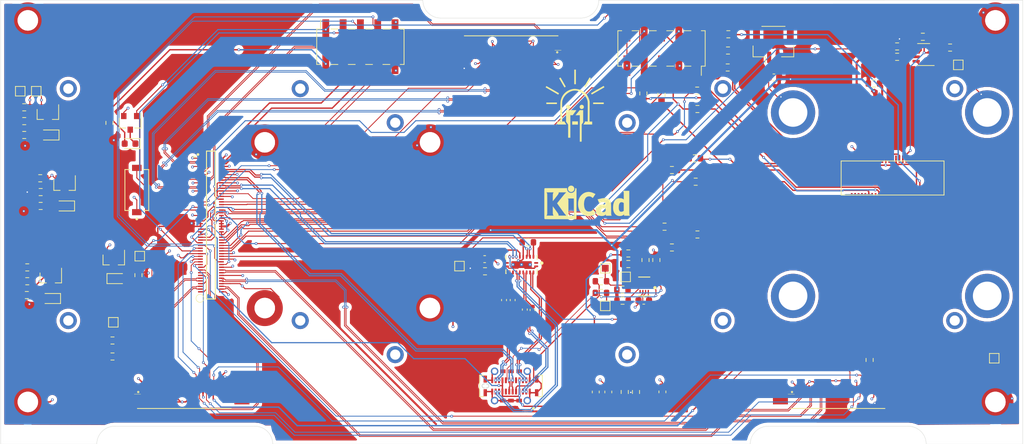
<source format=kicad_pcb>
(kicad_pcb (version 20171130) (host pcbnew "(5.1.9)-1")
  (layers (0 F.Cu signal) (1 GND.Cu power) (2 PWR.Cu power) (31 B.Cu signal) (34 B.Paste user) (35 F.Paste user) (36 B.SilkS user) (37 F.SilkS user) (38 B.Mask user) (39 F.Mask user) (44 Edge.Cuts user))
  (net 0 "")
  (net 1 Earth)
  (net 2 +3V3)
  (net 3 VBUS)
  (net 4 /USBC&POWER/TXB_P)
  (net 5 /USBC&POWER/TXB_N)
  (net 6 /USBC&POWER/TXC_P)
  (net 7 /USBC&POWER/TXC_N)
  (net 8 "Net-(D1-Pad2)")
  (net 9 "Net-(D1-Pad1)")
  (net 10 "Net-(D2-Pad2)")
  (net 11 "Net-(D2-Pad1)")
  (net 12 "Net-(D3-Pad2)")
  (net 13 "Net-(D3-Pad1)")
  (net 14 MIPI_RX4_D1_N)
  (net 15 CAM_A_CLK_OUT)
  (net 16 MIPI_RX4_D1_P)
  (net 17 CAM_A_PWDN_N)
  (net 18 MIPI_RX4_C_N)
  (net 19 I2C1_SCL)
  (net 20 MIPI_RX4_D0_P)
  (net 21 MIPI_RX4_D0_N)
  (net 22 MIPI_RX4_C_P)
  (net 23 I2C2_SCL)
  (net 24 CAM_B_PWDN_N)
  (net 25 MIPI_RX2_D1_N)
  (net 26 MIPI_RX2_D0_N)
  (net 27 MIPI_RX2_C_P)
  (net 28 MIPI_RX2_C_N)
  (net 29 I2C2_SDA)
  (net 30 MIPI_RX2_D1_P)
  (net 31 CAM_B_CLK_OUT)
  (net 32 MIPI_RX2_D0_P)
  (net 33 /CAMERA_FFC_DUAL/STROBE1)
  (net 34 CAM_B_D_PWM)
  (net 35 MIPI_RX3_D1_N)
  (net 36 MIPI_RX3_D0_N)
  (net 37 MIPI_RX3_C_P)
  (net 38 MIPI_RX3_C_N)
  (net 39 MIPI_RX3_D1_P)
  (net 40 MIPI_RX3_D0_P)
  (net 41 "Net-(Q1-Pad1)")
  (net 42 COM_AUX_IO2)
  (net 43 "Net-(R10-Pad1)")
  (net 44 /CAMERA_FFC_DUAL/FSIN2)
  (net 45 "Net-(R17-Pad2)")
  (net 46 /USBC&POWER/USB_CM)
  (net 47 /USBC&POWER/USB_PORT)
  (net 48 /USBC&POWER/CC1)
  (net 49 /USBC&POWER/CC2)
  (net 50 "Net-(TP19-Pad1)")
  (net 51 "Net-(U6-Pad1)")
  (net 52 "Net-(U6-Pad10)")
  (net 53 /USBC&POWER/RXB_P)
  (net 54 /USBC&POWER/RXB_N)
  (net 55 /USBC&POWER/RXC_P)
  (net 56 /USBC&POWER/RXC_N)
  (net 57 USB_TX_N)
  (net 58 USB_TX_P)
  (net 59 USB_D_N)
  (net 60 USB_D_P)
  (net 61 "Net-(U7-Pad9)")
  (net 62 /SoM_BW1099/UART_RX)
  (net 63 /SoM_BW1099/UART_TX)
  (net 64 /SoM_BW1099/AUX_IO_IRQ)
  (net 65 "Net-(J7-Pad23)")
  (net 66 "Net-(J7-Pad24)")
  (net 67 "Net-(J9-Pad22)")
  (net 68 "Net-(J9-Pad15)")
  (net 69 "Net-(J9-Pad14)")
  (net 70 "Net-(J9-Pad13)")
  (net 71 "Net-(J9-Pad12)")
  (net 72 "Net-(J9-Pad11)")
  (net 73 "Net-(J6-Pad23)")
  (net 74 "Net-(J6-Pad15)")
  (net 75 "Net-(J6-Pad14)")
  (net 76 "Net-(J6-Pad13)")
  (net 77 "Net-(J6-Pad12)")
  (net 78 "Net-(J6-Pad11)")
  (net 79 "Net-(J3-Pad41)")
  (net 80 _RST)
  (net 81 SPI_CS_1)
  (net 82 SPI_SIO0)
  (net 83 SPI_SIO1)
  (net 84 SPI_SIO2)
  (net 85 SPI_SIO3)
  (net 86 SPI_CS_0)
  (net 87 SPI_SCK)
  (net 88 I2C3_SCL)
  (net 89 I2C3_SDA)
  (net 90 I2C1_SDA)
  (net 91 /USBC&POWER/MISO)
  (net 92 /USBC&POWER/MOSI)
  (net 93 "Net-(J13-Pad37)")
  (net 94 PMID)
  (net 95 "Net-(J13-Pad35)")
  (net 96 /USBC&POWER/TXB_+)
  (net 97 /USBC&POWER/TXB_-)
  (net 98 /USBC&POWER/TXC_+)
  (net 99 /USBC&POWER/TXC_-)
  (net 100 /SoM_BW1099/2485_PGOOD)
  (net 101 "Net-(J13-Pad43)")
  (net 102 "Net-(J13-Pad41)")
  (net 103 /USBC&POWER/P0.04)
  (net 104 /USBC&POWER/P0.25)
  (net 105 /USBC&POWER/P0.08)
  (net 106 /USBC&POWER/P1.04)
  (net 107 /USBC&POWER/P0.11)
  (net 108 /USBC&POWER/P1.09)
  (net 109 /USBC&POWER/P0.12)
  (net 110 /USBC&POWER/P1.03)
  (net 111 /USBC&POWER/P0.13)
  (net 112 /USBC&POWER/P1.15)
  (net 113 /USBC&POWER/P1.14)
  (net 114 /USBC&POWER/P1.11)
  (net 115 /USBC&POWER/P0.28)
  (net 116 /USBC&POWER/P0.31)
  (net 117 "Net-(J13-Pad31)")
  (net 118 /USBC&POWER/VBAT)
  (net 119 1V8)
  (net 120 "Net-(J13-Pad45)")
  (net 121 "Net-(J13-Pad46)")
  (net 122 "Net-(J13-Pad47)")
  (net 123 "Net-(J13-Pad48)")
  (net 124 "Net-(J13-Pad49)")
  (net 125 "Net-(J13-Pad50)")
  (net 126 /USBC&POWER/P0.05)
  (net 127 /USBC&POWER/NFC2)
  (net 128 /USBC&POWER/P0.03)
  (net 129 /USBC&POWER/NFC1)
  (net 130 /USBC&POWER/P0.02)
  (net 131 /USBC&POWER/P0.29)
  (net 132 /USBC&POWER/P0.30)
  (net 133 /USBC&POWER/SCL)
  (net 134 /USBC&POWER/SCLK)
  (net 135 /USBC&POWER/SDA)
  (net 136 "Net-(R15-Pad2)")
  (net 137 "Net-(R27-Pad2)")
  (net 138 "Net-(R28-Pad2)")
  (net 139 USB_RX_P)
  (net 140 USB_RX_N)
  (net 141 +5V)
  (net 142 "Net-(D4-Pad2)")
  (net 143 "Net-(D4-Pad1)")
  (net 144 "Net-(J5-PadB8)")
  (net 145 "Net-(J5-PadA8)")
  (net 146 "Net-(Q4-Pad1)")
  (net 147 "Net-(D5-Pad2)")
  (net 148 "Net-(D5-Pad1)")
  (net 149 MIPI_RX5_D2_N)
  (net 150 MIPI_RX5_D2_P)
  (net 151 MIPI_RX5_D3_N)
  (net 152 MIPI_RX5_D3_P)
  (net 153 SD_HST0_D3)
  (net 154 SD_HST0_D2)
  (net 155 SD_HST0_D1)
  (net 156 SD_HST0_D0)
  (net 157 SD_HST0_CD)
  (net 158 SD_HST0_CLK)
  (net 159 SD_HST0_CMD)
  (net 160 "Net-(Q5-Pad1)")
  (net 161 /USBC&POWER/DIR)
  (net 162 /USBC&POWER/VBUS_DET)
  (net 163 /USBC&POWER/OUT1)
  (net 164 /USBC&POWER/OUT2)
  (module Luxonis_KiCad_Master:F32R-26p-FFC (layer F.Cu) (at 145.60142 93.452)
    (fp_text reference J6 hide)
    (fp_text value F32R-26p-FFC hide)
    (pad MP2 smd rect (at 8.4582 -0.0508) (size 2.2 2) (layers F.Cu F.Paste F.Mask))
    (pad MP1 smd rect (at -8.4582 -0.0508) (size 2.2 2) (layers F.Cu F.Paste F.Mask))
    (pad 23 smd rect (at 4.75 -1.25) (size 0.3 1.2) (layers F.Cu F.Paste F.Mask) (net 73 "Net-(J6-Pad23)"))
    (pad 22 smd rect (at 4.25 -1.25) (size 0.3 1.2) (layers F.Cu F.Paste F.Mask) (net 33 /CAMERA_FFC_DUAL/STROBE1))
    (pad 21 smd rect (at 3.75 -1.25) (size 0.3 1.2) (layers F.Cu F.Paste F.Mask) (net 29 I2C2_SDA))
    (pad 20 smd rect (at 3.25 -1.25) (size 0.3 1.2) (layers F.Cu F.Paste F.Mask) (net 23 I2C2_SCL))
    (pad 19 smd rect (at 2.75 -1.25) (size 0.3 1.2) (layers F.Cu F.Paste F.Mask) (net 1 Earth))
    (pad 18 smd rect (at 2.25 -1.25) (size 0.3 1.2) (layers F.Cu F.Paste F.Mask) (net 31 CAM_B_CLK_OUT))
    (pad 17 smd rect (at 1.75 -1.25) (size 0.3 1.2) (layers F.Cu F.Paste F.Mask) (net 24 CAM_B_PWDN_N))
    (pad 16 smd rect (at 1.25 -1.25) (size 0.3 1.2) (layers F.Cu F.Paste F.Mask) (net 1 Earth))
    (pad 15 smd rect (at 0.75 -1.25) (size 0.3 1.2) (layers F.Cu F.Paste F.Mask) (net 74 "Net-(J6-Pad15)"))
    (pad 14 smd rect (at 0.25 -1.25) (size 0.3 1.2) (layers F.Cu F.Paste F.Mask) (net 75 "Net-(J6-Pad14)"))
    (pad 13 smd rect (at -0.25 -1.25) (size 0.3 1.2) (layers F.Cu F.Paste F.Mask) (net 76 "Net-(J6-Pad13)"))
    (pad 12 smd rect (at -0.75 -1.25) (size 0.3 1.2) (layers F.Cu F.Paste F.Mask) (net 77 "Net-(J6-Pad12)"))
    (pad 11 smd rect (at -1.25 -1.25) (size 0.3 1.2) (layers F.Cu F.Paste F.Mask) (net 78 "Net-(J6-Pad11)"))
    (pad 10 smd rect (at -1.75 -1.25) (size 0.3 1.2) (layers F.Cu F.Paste F.Mask) (net 1 Earth))
    (pad 9 smd rect (at -2.25 -1.25) (size 0.3 1.2) (layers F.Cu F.Paste F.Mask) (net 27 MIPI_RX2_C_P))
    (pad 8 smd rect (at -2.75 -1.25) (size 0.3 1.2) (layers F.Cu F.Paste F.Mask) (net 28 MIPI_RX2_C_N))
    (pad 7 smd rect (at -3.25 -1.25) (size 0.3 1.2) (layers F.Cu F.Paste F.Mask) (net 1 Earth))
    (pad 6 smd rect (at -3.75 -1.25) (size 0.3 1.2) (layers F.Cu F.Paste F.Mask) (net 30 MIPI_RX2_D1_P))
    (pad 5 smd rect (at -4.25 -1.25) (size 0.3 1.2) (layers F.Cu F.Paste F.Mask) (net 25 MIPI_RX2_D1_N))
    (pad 4 smd rect (at -4.75 -1.25) (size 0.3 1.2) (layers F.Cu F.Paste F.Mask) (net 1 Earth))
    (pad 26 smd rect (at 6.25 -1.25) (size 0.3 1.2) (layers F.Cu F.Paste F.Mask) (net 2 +3V3))
    (pad 25 smd rect (at 5.75 -1.25) (size 0.3 1.2) (layers F.Cu F.Paste F.Mask) (net 2 +3V3))
    (pad 24 smd rect (at 5.25 -1.25) (size 0.3 1.2) (layers F.Cu F.Paste F.Mask) (net 1 Earth))
    (pad 3 smd rect (at -5.25 -1.25) (size 0.3 1.2) (layers F.Cu F.Paste F.Mask) (net 32 MIPI_RX2_D0_P))
    (pad 2 smd rect (at -5.75 -1.25) (size 0.3 1.2) (layers F.Cu F.Paste F.Mask) (net 26 MIPI_RX2_D0_N))
    (pad 1 smd rect (at -6.25 -1.25) (size 0.3 1.2) (layers F.Cu F.Paste F.Mask) (net 1 Earth))
  )
  (module "Luxonis_KiCad_Master:DF40HC(3.0)-100DS-0.4V(58)" (layer F.Cu) (at 149.46122 68.10502)
    (fp_text reference J3 hide)
    (fp_text value "DF40HC(3.0)-100DS-0.4V_BW1099_G2" hide)
    (pad 1 smd rect (at -1.4892 -9.8254 270) (size 0.2 0.7) (layers F.Cu F.Paste F.Mask) (net 1 Earth))
    (pad 2 smd rect (at 1.5908 -9.8254 270) (size 0.2 0.7) (layers F.Cu F.Paste F.Mask) (net 1 Earth))
    (pad 3 smd rect (at -1.4892 -9.4254 270) (size 0.2 0.7) (layers F.Cu F.Paste F.Mask) (net 18 MIPI_RX4_C_N))
    (pad 4 smd rect (at 1.5908 -9.4254 270) (size 0.2 0.7) (layers F.Cu F.Paste F.Mask) (net 62 /SoM_BW1099/UART_RX))
    (pad 5 smd rect (at -1.4892 -9.0254 270) (size 0.2 0.7) (layers F.Cu F.Paste F.Mask) (net 22 MIPI_RX4_C_P))
    (pad 6 smd rect (at 1.5908 -9.0254 270) (size 0.2 0.7) (layers F.Cu F.Paste F.Mask) (net 63 /SoM_BW1099/UART_TX))
    (pad 7 smd rect (at -1.4892 -8.6254 270) (size 0.2 0.7) (layers F.Cu F.Paste F.Mask) (net 1 Earth))
    (pad 8 smd rect (at 1.5908 -8.6254 270) (size 0.2 0.7) (layers F.Cu F.Paste F.Mask) (net 1 Earth))
    (pad 9 smd rect (at -1.4892 -8.2254 270) (size 0.2 0.7) (layers F.Cu F.Paste F.Mask) (net 21 MIPI_RX4_D0_N))
    (pad 10 smd rect (at 1.5908 -8.2254 270) (size 0.2 0.7) (layers F.Cu F.Paste F.Mask) (net 139 USB_RX_P))
    (pad 11 smd rect (at -1.4892 -7.8254 270) (size 0.2 0.7) (layers F.Cu F.Paste F.Mask) (net 20 MIPI_RX4_D0_P))
    (pad 12 smd rect (at 1.5908 -7.8254 270) (size 0.2 0.7) (layers F.Cu F.Paste F.Mask) (net 140 USB_RX_N))
    (pad 13 smd rect (at -1.4892 -7.4254 270) (size 0.2 0.7) (layers F.Cu F.Paste F.Mask) (net 1 Earth))
    (pad 14 smd rect (at 1.5908 -7.4254 270) (size 0.2 0.7) (layers F.Cu F.Paste F.Mask) (net 1 Earth))
    (pad 15 smd rect (at -1.4892 -7.0254 270) (size 0.2 0.7) (layers F.Cu F.Paste F.Mask) (net 14 MIPI_RX4_D1_N))
    (pad 16 smd rect (at 1.5908 -7.0254 270) (size 0.2 0.7) (layers F.Cu F.Paste F.Mask) (net 60 USB_D_P))
    (pad 17 smd rect (at -1.4892 -6.6254 270) (size 0.2 0.7) (layers F.Cu F.Paste F.Mask) (net 16 MIPI_RX4_D1_P))
    (pad 18 smd rect (at 1.5908 -6.6254 270) (size 0.2 0.7) (layers F.Cu F.Paste F.Mask) (net 59 USB_D_N))
    (pad 19 smd rect (at -1.4892 -6.2254 270) (size 0.2 0.7) (layers F.Cu F.Paste F.Mask) (net 1 Earth))
    (pad 20 smd rect (at 1.5908 -6.2254 270) (size 0.2 0.7) (layers F.Cu F.Paste F.Mask) (net 1 Earth))
    (pad 21 smd rect (at -1.4892 -5.8254 270) (size 0.2 0.7) (layers F.Cu F.Paste F.Mask) (net 149 MIPI_RX5_D2_N))
    (pad 22 smd rect (at 1.5908 -5.8254 270) (size 0.2 0.7) (layers F.Cu F.Paste F.Mask) (net 58 USB_TX_P))
    (pad 23 smd rect (at -1.4892 -5.4254 270) (size 0.2 0.7) (layers F.Cu F.Paste F.Mask) (net 150 MIPI_RX5_D2_P))
    (pad 24 smd rect (at 1.5908 -5.4254 270) (size 0.2 0.7) (layers F.Cu F.Paste F.Mask) (net 57 USB_TX_N))
    (pad 25 smd rect (at -1.4892 -5.0254 270) (size 0.2 0.7) (layers F.Cu F.Paste F.Mask) (net 1 Earth))
    (pad 26 smd rect (at 1.5908 -5.0254 270) (size 0.2 0.7) (layers F.Cu F.Paste F.Mask) (net 1 Earth))
    (pad 27 smd rect (at -1.4892 -4.6254 270) (size 0.2 0.7) (layers F.Cu F.Paste F.Mask) (net 151 MIPI_RX5_D3_N))
    (pad 28 smd rect (at 1.5908 -4.6254 270) (size 0.2 0.7) (layers F.Cu F.Paste F.Mask) (net 15 CAM_A_CLK_OUT))
    (pad 29 smd rect (at -1.4892 -4.2254 270) (size 0.2 0.7) (layers F.Cu F.Paste F.Mask) (net 152 MIPI_RX5_D3_P))
    (pad 30 smd rect (at 1.5908 -4.2254 270) (size 0.2 0.7) (layers F.Cu F.Paste F.Mask) (net 1 Earth))
    (pad 31 smd rect (at -1.4892 -3.8254 270) (size 0.2 0.7) (layers F.Cu F.Paste F.Mask) (net 1 Earth))
    (pad 32 smd rect (at 1.5908 -3.8254 270) (size 0.2 0.7) (layers F.Cu F.Paste F.Mask) (net 153 SD_HST0_D3))
    (pad 33 smd rect (at -1.4892 -3.4254 270) (size 0.2 0.7) (layers F.Cu F.Paste F.Mask) (net 90 I2C1_SDA))
    (pad 34 smd rect (at 1.5908 -3.4254 270) (size 0.2 0.7) (layers F.Cu F.Paste F.Mask) (net 17 CAM_A_PWDN_N))
    (pad 35 smd rect (at -1.4892 -3.0254 270) (size 0.2 0.7) (layers F.Cu F.Paste F.Mask) (net 19 I2C1_SCL))
    (pad 36 smd rect (at 1.5908 -3.0254 270) (size 0.2 0.7) (layers F.Cu F.Paste F.Mask) (net 154 SD_HST0_D2))
    (pad 37 smd rect (at -1.4892 -2.6254 270) (size 0.2 0.7) (layers F.Cu F.Paste F.Mask) (net 100 /SoM_BW1099/2485_PGOOD))
    (pad 38 smd rect (at 1.5908 -2.6254 270) (size 0.2 0.7) (layers F.Cu F.Paste F.Mask) (net 155 SD_HST0_D1))
    (pad 39 smd rect (at -1.4892 -2.2254 270) (size 0.2 0.7) (layers F.Cu F.Paste F.Mask) (net 80 _RST))
    (pad 40 smd rect (at 1.5908 -2.2254 270) (size 0.2 0.7) (layers F.Cu F.Paste F.Mask) (net 156 SD_HST0_D0))
    (pad 41 smd rect (at -1.4892 -1.8254 270) (size 0.2 0.7) (layers F.Cu F.Paste F.Mask) (net 79 "Net-(J3-Pad41)"))
    (pad 42 smd rect (at 1.5908 -1.8254 270) (size 0.2 0.7) (layers F.Cu F.Paste F.Mask) (net 42 COM_AUX_IO2))
    (pad 43 smd rect (at -1.4892 -1.4254 270) (size 0.2 0.7) (layers F.Cu F.Paste F.Mask) (net 1 Earth))
    (pad 44 smd rect (at 1.5908 -1.4254 270) (size 0.2 0.7) (layers F.Cu F.Paste F.Mask) (net 1 Earth))
    (pad 45 smd rect (at -1.4892 -1.0254 270) (size 0.2 0.7) (layers F.Cu F.Paste F.Mask) (net 1 Earth))
    (pad 46 smd rect (at 1.5908 -1.0254 270) (size 0.2 0.7) (layers F.Cu F.Paste F.Mask) (net 1 Earth))
    (pad 47 smd rect (at -1.4892 -0.6254 270) (size 0.2 0.7) (layers F.Cu F.Paste F.Mask) (net 141 +5V))
    (pad 48 smd rect (at 1.5908 -0.6254 270) (size 0.2 0.7) (layers F.Cu F.Paste F.Mask) (net 141 +5V))
    (pad 49 smd rect (at -1.4892 -0.2254 270) (size 0.2 0.7) (layers F.Cu F.Paste F.Mask) (net 141 +5V))
    (pad 50 smd rect (at 1.5908 -0.2254 270) (size 0.2 0.7) (layers F.Cu F.Paste F.Mask) (net 141 +5V))
    (pad 51 smd rect (at -1.4892 0.1746 270) (size 0.2 0.7) (layers F.Cu F.Paste F.Mask) (net 141 +5V))
    (pad 52 smd rect (at 1.5908 0.1746 270) (size 0.2 0.7) (layers F.Cu F.Paste F.Mask) (net 141 +5V))
    (pad 53 smd rect (at -1.4892 0.5746 270) (size 0.2 0.7) (layers F.Cu F.Paste F.Mask) (net 3 VBUS))
    (pad 54 smd rect (at 1.5908 0.5746 270) (size 0.2 0.7) (layers F.Cu F.Paste F.Mask) (net 141 +5V))
    (pad 55 smd rect (at -1.4892 0.9746 270) (size 0.2 0.7) (layers F.Cu F.Paste F.Mask) (net 1 Earth))
    (pad 56 smd rect (at 1.5908 0.9746 270) (size 0.2 0.7) (layers F.Cu F.Paste F.Mask) (net 1 Earth))
    (pad 57 smd rect (at -1.4892 1.3746 270) (size 0.2 0.7) (layers F.Cu F.Paste F.Mask) (net 1 Earth))
    (pad 58 smd rect (at 1.5908 1.3746 270) (size 0.2 0.7) (layers F.Cu F.Paste F.Mask) (net 1 Earth))
    (pad 59 smd rect (at -1.4892 1.7746 270) (size 0.2 0.7) (layers F.Cu F.Paste F.Mask) (net 157 SD_HST0_CD))
    (pad 60 smd rect (at 1.5908 1.7746 270) (size 0.2 0.7) (layers F.Cu F.Paste F.Mask) (net 81 SPI_CS_1))
    (pad 61 smd rect (at -1.4892 2.1746 270) (size 0.2 0.7) (layers F.Cu F.Paste F.Mask) (net 158 SD_HST0_CLK))
    (pad 62 smd rect (at 1.5908 2.1746 270) (size 0.2 0.7) (layers F.Cu F.Paste F.Mask) (net 82 SPI_SIO0))
    (pad 63 smd rect (at -1.4892 2.5746 270) (size 0.2 0.7) (layers F.Cu F.Paste F.Mask) (net 159 SD_HST0_CMD))
    (pad 64 smd rect (at 1.5908 2.5746 270) (size 0.2 0.7) (layers F.Cu F.Paste F.Mask) (net 83 SPI_SIO1))
    (pad 65 smd rect (at -1.4892 2.9746 270) (size 0.2 0.7) (layers F.Cu F.Paste F.Mask) (net 34 CAM_B_D_PWM))
    (pad 66 smd rect (at 1.5908 2.9746 270) (size 0.2 0.7) (layers F.Cu F.Paste F.Mask) (net 84 SPI_SIO2))
    (pad 67 smd rect (at -1.4892 3.3746 270) (size 0.2 0.7) (layers F.Cu F.Paste F.Mask) (net 24 CAM_B_PWDN_N))
    (pad 68 smd rect (at 1.5908 3.3746 270) (size 0.2 0.7) (layers F.Cu F.Paste F.Mask) (net 85 SPI_SIO3))
    (pad 69 smd rect (at -1.4892 3.7746 270) (size 0.2 0.7) (layers F.Cu F.Paste F.Mask) (net 64 /SoM_BW1099/AUX_IO_IRQ))
    (pad 70 smd rect (at 1.5908 3.7746 270) (size 0.2 0.7) (layers F.Cu F.Paste F.Mask) (net 86 SPI_CS_0))
    (pad 71 smd rect (at -1.4892 4.1746 270) (size 0.2 0.7) (layers F.Cu F.Paste F.Mask) (net 1 Earth))
    (pad 72 smd rect (at 1.5908 4.1746 270) (size 0.2 0.7) (layers F.Cu F.Paste F.Mask) (net 1 Earth))
    (pad 73 smd rect (at -1.4892 4.5746 270) (size 0.2 0.7) (layers F.Cu F.Paste F.Mask) (net 31 CAM_B_CLK_OUT))
    (pad 74 smd rect (at 1.5908 4.5746 270) (size 0.2 0.7) (layers F.Cu F.Paste F.Mask) (net 87 SPI_SCK))
    (pad 75 smd rect (at -1.4892 4.9746 270) (size 0.2 0.7) (layers F.Cu F.Paste F.Mask) (net 1 Earth))
    (pad 76 smd rect (at 1.5908 4.9746 270) (size 0.2 0.7) (layers F.Cu F.Paste F.Mask) (net 1 Earth))
    (pad 77 smd rect (at -1.4892 5.3746 270) (size 0.2 0.7) (layers F.Cu F.Paste F.Mask) (net 29 I2C2_SDA))
    (pad 78 smd rect (at 1.5908 5.3746 270) (size 0.2 0.7) (layers F.Cu F.Paste F.Mask) (net 88 I2C3_SCL))
    (pad 79 smd rect (at -1.4892 5.7746 270) (size 0.2 0.7) (layers F.Cu F.Paste F.Mask) (net 23 I2C2_SCL))
    (pad 80 smd rect (at 1.5908 5.7746 270) (size 0.2 0.7) (layers F.Cu F.Paste F.Mask) (net 89 I2C3_SDA))
    (pad 81 smd rect (at -1.4892 6.1746 270) (size 0.2 0.7) (layers F.Cu F.Paste F.Mask) (net 1 Earth))
    (pad 82 smd rect (at 1.5908 6.1746 270) (size 0.2 0.7) (layers F.Cu F.Paste F.Mask) (net 1 Earth))
    (pad 83 smd rect (at -1.4892 6.5746 270) (size 0.2 0.7) (layers F.Cu F.Paste F.Mask) (net 25 MIPI_RX2_D1_N))
    (pad 84 smd rect (at 1.5908 6.5746 270) (size 0.2 0.7) (layers F.Cu F.Paste F.Mask) (net 35 MIPI_RX3_D1_N))
    (pad 85 smd rect (at -1.4892 6.9746 270) (size 0.2 0.7) (layers F.Cu F.Paste F.Mask) (net 30 MIPI_RX2_D1_P))
    (pad 86 smd rect (at 1.5908 6.9746 270) (size 0.2 0.7) (layers F.Cu F.Paste F.Mask) (net 39 MIPI_RX3_D1_P))
    (pad 87 smd rect (at -1.4892 7.3746 270) (size 0.2 0.7) (layers F.Cu F.Paste F.Mask) (net 1 Earth))
    (pad 88 smd rect (at 1.5908 7.3746 270) (size 0.2 0.7) (layers F.Cu F.Paste F.Mask) (net 1 Earth))
    (pad 89 smd rect (at -1.4892 7.7746 270) (size 0.2 0.7) (layers F.Cu F.Paste F.Mask) (net 26 MIPI_RX2_D0_N))
    (pad 90 smd rect (at 1.5908 7.7746 270) (size 0.2 0.7) (layers F.Cu F.Paste F.Mask) (net 36 MIPI_RX3_D0_N))
    (pad 91 smd rect (at -1.4892 8.1746 270) (size 0.2 0.7) (layers F.Cu F.Paste F.Mask) (net 32 MIPI_RX2_D0_P))
    (pad 92 smd rect (at 1.5908 8.1746 270) (size 0.2 0.7) (layers F.Cu F.Paste F.Mask) (net 40 MIPI_RX3_D0_P))
    (pad 93 smd rect (at -1.4892 8.5746 270) (size 0.2 0.7) (layers F.Cu F.Paste F.Mask) (net 1 Earth))
    (pad 94 smd rect (at 1.5908 8.5746 270) (size 0.2 0.7) (layers F.Cu F.Paste F.Mask) (net 1 Earth))
    (pad 95 smd rect (at -1.4892 8.9746 270) (size 0.2 0.7) (layers F.Cu F.Paste F.Mask) (net 28 MIPI_RX2_C_N))
    (pad 96 smd rect (at 1.5908 8.9746 270) (size 0.2 0.7) (layers F.Cu F.Paste F.Mask) (net 38 MIPI_RX3_C_N))
    (pad 97 smd rect (at -1.4892 9.3746 270) (size 0.2 0.7) (layers F.Cu F.Paste F.Mask) (net 27 MIPI_RX2_C_P))
    (pad 98 smd rect (at 1.5908 9.3746 270) (size 0.2 0.7) (layers F.Cu F.Paste F.Mask) (net 37 MIPI_RX3_C_P))
    (pad 99 smd rect (at -1.4892 9.7746 270) (size 0.2 0.7) (layers F.Cu F.Paste F.Mask) (net 1 Earth))
    (pad 100 smd rect (at 1.5908 9.7746 270) (size 0.2 0.7) (layers F.Cu F.Paste F.Mask) (net 1 Earth))
  )
  (module Luxonis_KiCad_Master:BW1099_Layout_Guide (layer F.Cu) (at 164.5158 68.0974 180)
    (fp_text reference MISC1 hide)
    (fp_text value Layout_Guide_BW1099 hide)
  )
  (module ABC:ABC-Layout (layer F.Cu) (at 231.14 48.006 270)
    (fp_text reference MISC2 hide)
    (fp_text value Layout_Guide_ABC hide)
  )
  (module depthABC:AMPHENOL_10132328-10011LF (layer F.Cu) (at 193.548 91.694 180)
    (fp_text reference J5 (at -1.96 -3.908) (layer F.SilkS) (effects (font (size 0.8 0.8) (thickness 0.015))))
    (fp_text value 10132328-10011LF)
    (fp_arc (start 3.54 0) (end 3.54 0.29) (angle 180) (layer Edge.Cuts) (width 0.1))
    (fp_arc (start 3.96 0) (end 3.96 -0.29) (angle 180) (layer Edge.Cuts) (width 0.1))
    (fp_line (start 3.96 -0.29) (end 3.54 -0.29) (layer Edge.Cuts) (width 0.1))
    (fp_line (start 3.54 0.29) (end 3.96 0.29) (layer Edge.Cuts) (width 0.1))
    (pad None np_thru_hole circle (at -3.75 0 180) (size 0.66 0.66) (drill 0.66) (layers *.Cu *.Mask))
    (pad None np_thru_hole circle (at 3.75 0 180) (size 0.58 0.58) (drill 0.58) (layers *.Cu *.Mask))
    (pad 14 smd rect (at 3.77 1 180) (size 0.5 1.03) (layers F.Cu F.Paste F.Mask) (net 1 Earth))
    (pad 13 smd rect (at -3.77 1 180) (size 0.5 1.03) (layers F.Cu F.Paste F.Mask) (net 1 Earth))
    (pad 12 smd rect (at 3.77 -1 180) (size 0.5 1.03) (layers F.Cu F.Paste F.Mask) (net 1 Earth))
    (pad 11 smd rect (at -3.77 -1 180) (size 0.5 1.03) (layers F.Cu F.Paste F.Mask) (net 1 Earth))
    (pad 10 thru_hole circle (at 2.4 2.15 180) (size 1.1 1.1) (drill 0.7) (layers *.Cu *.Mask) (net 1 Earth))
    (pad 9 thru_hole circle (at -2.4 2.15 180) (size 1.1 1.1) (drill 0.7) (layers *.Cu *.Mask) (net 1 Earth))
    (pad 8 thru_hole circle (at 2.4 -2.15 180) (size 1.1 1.1) (drill 0.7) (layers *.Cu *.Mask) (net 1 Earth))
    (pad 7 thru_hole circle (at -2.4 -2.15 180) (size 1.1 1.1) (drill 0.7) (layers *.Cu *.Mask) (net 1 Earth))
    (pad 6 smd rect (at 1.2 2.15 180) (size 0.82 0.55) (layers F.Cu F.Paste F.Mask) (net 1 Earth))
    (pad 5 smd rect (at 0 2.15 180) (size 0.82 0.55) (layers F.Cu F.Paste F.Mask) (net 1 Earth))
    (pad 4 smd rect (at -1.2 2.15 180) (size 0.82 0.55) (layers F.Cu F.Paste F.Mask) (net 1 Earth))
    (pad 3 smd rect (at 1.2 -2.15 180) (size 0.82 0.55) (layers F.Cu F.Paste F.Mask) (net 1 Earth))
    (pad 2 smd rect (at 0 -2.15 180) (size 0.82 0.55) (layers F.Cu F.Paste F.Mask) (net 1 Earth))
    (pad 1 smd rect (at -1.2 -2.15 180) (size 0.82 0.55) (layers F.Cu F.Paste F.Mask) (net 1 Earth))
    (pad B1 smd rect (at 2.75 0.83 180) (size 0.3 0.85) (layers F.Cu F.Paste F.Mask) (net 1 Earth))
    (pad B2 smd rect (at 2.25 0.83 180) (size 0.3 0.85) (layers F.Cu F.Paste F.Mask) (net 7 /USBC&POWER/TXC_N))
    (pad B3 smd rect (at 1.75 0.83 180) (size 0.3 0.85) (layers F.Cu F.Paste F.Mask) (net 6 /USBC&POWER/TXC_P))
    (pad B4 smd rect (at 1.25 0.83 180) (size 0.3 0.85) (layers F.Cu F.Paste F.Mask) (net 3 VBUS))
    (pad B5 smd rect (at 0.75 0.83 180) (size 0.3 0.85) (layers F.Cu F.Paste F.Mask) (net 49 /USBC&POWER/CC2))
    (pad B6 smd rect (at 0.25 0.83 180) (size 0.3 0.85) (layers F.Cu F.Paste F.Mask) (net 59 USB_D_N))
    (pad B7 smd rect (at -0.25 0.83 180) (size 0.3 0.85) (layers F.Cu F.Paste F.Mask) (net 60 USB_D_P))
    (pad B8 smd rect (at -0.75 0.83 180) (size 0.3 0.85) (layers F.Cu F.Paste F.Mask) (net 144 "Net-(J5-PadB8)"))
    (pad B9 smd rect (at -1.25 0.83 180) (size 0.3 0.85) (layers F.Cu F.Paste F.Mask) (net 3 VBUS))
    (pad B10 smd rect (at -1.75 0.83 180) (size 0.3 0.85) (layers F.Cu F.Paste F.Mask) (net 54 /USBC&POWER/RXB_N))
    (pad B11 smd rect (at -2.25 0.83 180) (size 0.3 0.85) (layers F.Cu F.Paste F.Mask) (net 53 /USBC&POWER/RXB_P))
    (pad B12 smd rect (at -2.75 0.83 180) (size 0.3 0.85) (layers F.Cu F.Paste F.Mask) (net 1 Earth))
    (pad A12 smd rect (at 2.75 -0.83 180) (size 0.3 0.85) (layers F.Cu F.Paste F.Mask) (net 1 Earth))
    (pad A11 smd rect (at 2.25 -0.83 180) (size 0.3 0.85) (layers F.Cu F.Paste F.Mask) (net 55 /USBC&POWER/RXC_P))
    (pad A10 smd rect (at 1.75 -0.83 180) (size 0.3 0.85) (layers F.Cu F.Paste F.Mask) (net 56 /USBC&POWER/RXC_N))
    (pad A9 smd rect (at 1.25 -0.83 180) (size 0.3 0.85) (layers F.Cu F.Paste F.Mask) (net 3 VBUS))
    (pad A8 smd rect (at 0.75 -0.83 180) (size 0.3 0.85) (layers F.Cu F.Paste F.Mask) (net 145 "Net-(J5-PadA8)"))
    (pad A7 smd rect (at 0.25 -0.83 180) (size 0.3 0.85) (layers F.Cu F.Paste F.Mask) (net 59 USB_D_N))
    (pad A6 smd rect (at -0.25 -0.83 180) (size 0.3 0.85) (layers F.Cu F.Paste F.Mask) (net 60 USB_D_P))
    (pad A5 smd rect (at -0.75 -0.83 180) (size 0.3 0.85) (layers F.Cu F.Paste F.Mask) (net 48 /USBC&POWER/CC1))
    (pad A4 smd rect (at -1.25 -0.83 180) (size 0.3 0.85) (layers F.Cu F.Paste F.Mask) (net 3 VBUS))
    (pad A3 smd rect (at -1.75 -0.83 180) (size 0.3 0.85) (layers F.Cu F.Paste F.Mask) (net 5 /USBC&POWER/TXB_N))
    (pad A2 smd rect (at -2.25 -0.83 180) (size 0.3 0.85) (layers F.Cu F.Paste F.Mask) (net 4 /USBC&POWER/TXB_P))
    (pad A1 smd rect (at -2.75 -0.83 180) (size 0.3 0.85) (layers F.Cu F.Paste F.Mask) (net 1 Earth))
  )
  (module ABC:KiCad-Logo_5mm_SilkScreen-RPiModel (layer F.Cu) (at 204.724 65.278)
    (fp_text reference REF** hide)
    (fp_text value KiCad-Logo_5mm_SilkScreen-RPiModel hide)
  )
  (module ABC:CE_Logo (layer F.Cu) (at 202.946 50.546)
    (fp_text reference G*** hide)
    (fp_text value LOGO hide)
  )
  (module Connector_JST:JST_GH_BM02B-GHS-TBT_1x02-1MP_P1.25mm_Vertical (layer F.Cu) (at 232.0671 41.529)
    (fp_text reference J2 hide)
    (fp_text value Conn_01x02_Male hide)
    (pad MP smd roundrect (at 2.475 -1.4) (size 1 2.8) (layers F.Cu F.Paste F.Mask))
    (pad MP smd roundrect (at -2.475 -1.4) (size 1 2.8) (layers F.Cu F.Paste F.Mask))
    (pad 2 smd roundrect (at 0.625 1.95) (size 0.6 1.7) (layers F.Cu F.Paste F.Mask) (net 141 +5V))
    (pad 1 smd roundrect (at -0.625 1.95) (size 0.6 1.7) (layers F.Cu F.Paste F.Mask) (net 1 Earth))
  )
  (module ABC:4881 (layer F.Cu) (at 263.4448 78.4887)
    (fp_text reference H12 hide)
    (fp_text value MountingHole_4-40 hide)
    (pad 1 thru_hole circle (at 0 0) (size 6.5 6.5) (drill 4.2) (layers *.Cu *.Mask) (net 1 Earth))
  )
  (module ABC:4881 (layer F.Cu) (at 263.4452 51.5593)
    (fp_text reference H11 hide)
    (fp_text value MountingHole_4-40 hide)
    (pad 1 thru_hole circle (at 0 0) (size 6.5 6.5) (drill 4.2) (layers *.Cu *.Mask) (net 1 Earth))
  )
  (module ABC:4881 (layer F.Cu) (at 234.95 78.486)
    (fp_text reference H10 hide)
    (fp_text value MountingHole_4-40 hide)
    (pad 1 thru_hole circle (at 0 0) (size 6.5 6.5) (drill 4.2) (layers *.Cu *.Mask) (net 1 Earth))
  )
  (module ABC:4881 (layer F.Cu) (at 234.95 51.562)
    (fp_text reference H9 hide)
    (fp_text value MountingHole_4-40 hide)
    (pad 1 thru_hole circle (at 0 0) (size 6.5 6.5) (drill 4.2) (layers *.Cu *.Mask) (net 1 Earth))
  )
  (module TestPoint:TestPoint_Pad_1.0x1.0mm (layer F.Cu) (at 123.8758 48.4378)
    (fp_text reference TP10 hide)
    (fp_text value TEST_POINT hide)
    (pad 1 smd rect (at 0 0) (size 1 1) (layers F.Cu F.Mask) (net 1 Earth))
  )
  (module TestPoint:TestPoint_Pad_1.0x1.0mm (layer F.Cu) (at 259.207 44.577)
    (fp_text reference TP9 hide)
    (fp_text value TEST_POINT hide)
    (pad 1 smd rect (at 0 0) (size 1 1) (layers F.Cu F.Mask) (net 1 Earth))
  )
  (module Resistor_SMD:R_0603_1608Metric (layer F.Cu) (at 225.4504 40.0812 180)
    (fp_text reference R44 hide)
    (fp_text value 0R hide)
    (pad 2 smd roundrect (at 0.825 0 180) (size 0.8 0.95) (layers F.Cu F.Paste F.Mask) (net 153 SD_HST0_D3))
    (pad 1 smd roundrect (at -0.825 0 180) (size 0.8 0.95) (layers F.Cu F.Paste F.Mask) (net 126 /USBC&POWER/P0.05))
  )
  (module Resistor_SMD:R_0603_1608Metric (layer F.Cu) (at 225.3615 44.958 180)
    (fp_text reference R43 hide)
    (fp_text value 0R hide)
    (pad 2 smd roundrect (at 0.825 0 180) (size 0.8 0.95) (layers F.Cu F.Paste F.Mask) (net 154 SD_HST0_D2))
    (pad 1 smd roundrect (at -0.825 0 180) (size 0.8 0.95) (layers F.Cu F.Paste F.Mask) (net 103 /USBC&POWER/P0.04))
  )
  (module Resistor_SMD:R_0603_1608Metric (layer F.Cu) (at 225.3996 42.4688 180)
    (fp_text reference R42 hide)
    (fp_text value 0R hide)
    (pad 2 smd roundrect (at 0.825 0 180) (size 0.8 0.95) (layers F.Cu F.Paste F.Mask) (net 155 SD_HST0_D1))
    (pad 1 smd roundrect (at -0.825 0 180) (size 0.8 0.95) (layers F.Cu F.Paste F.Mask) (net 105 /USBC&POWER/P0.08))
  )
  (module Resistor_SMD:R_0603_1608Metric (layer F.Cu) (at 220.8784 48.3616 180)
    (fp_text reference R41 hide)
    (fp_text value 0R hide)
    (pad 2 smd roundrect (at 0.825 0 180) (size 0.8 0.95) (layers F.Cu F.Paste F.Mask) (net 156 SD_HST0_D0))
    (pad 1 smd roundrect (at -0.825 0 180) (size 0.8 0.95) (layers F.Cu F.Paste F.Mask) (net 107 /USBC&POWER/P0.11))
  )
  (module Resistor_SMD:R_0603_1608Metric (layer F.Cu) (at 212.979 48.768 90)
    (fp_text reference R40 hide)
    (fp_text value 0R hide)
    (pad 2 smd roundrect (at 0.825 0 90) (size 0.8 0.95) (layers F.Cu F.Paste F.Mask) (net 157 SD_HST0_CD))
    (pad 1 smd roundrect (at -0.825 0 90) (size 0.8 0.95) (layers F.Cu F.Paste F.Mask) (net 109 /USBC&POWER/P0.12))
  )
  (module Resistor_SMD:R_0603_1608Metric (layer F.Cu) (at 215.646 48.958 90)
    (fp_text reference R39 hide)
    (fp_text value 0R hide)
    (pad 2 smd roundrect (at 0.825 0 90) (size 0.8 0.95) (layers F.Cu F.Paste F.Mask) (net 159 SD_HST0_CMD))
    (pad 1 smd roundrect (at -0.825 0 90) (size 0.8 0.95) (layers F.Cu F.Paste F.Mask) (net 111 /USBC&POWER/P0.13))
  )
  (module Resistor_SMD:R_0603_1608Metric (layer F.Cu) (at 220.916 51.054 180)
    (fp_text reference R38 hide)
    (fp_text value 0R hide)
    (pad 2 smd roundrect (at 0.825 0 180) (size 0.8 0.95) (layers F.Cu F.Paste F.Mask) (net 158 SD_HST0_CLK))
    (pad 1 smd roundrect (at -0.825 0 180) (size 0.8 0.95) (layers F.Cu F.Paste F.Mask) (net 113 /USBC&POWER/P1.14))
  )
  (module Resistor_SMD:R_0603_1608Metric (layer F.Cu) (at 122.555 76.327 180)
    (fp_text reference R37 hide)
    (fp_text value 10k hide)
    (pad 2 smd roundrect (at 0.825 0 180) (size 0.8 0.95) (layers F.Cu F.Paste F.Mask) (net 1 Earth))
    (pad 1 smd roundrect (at -0.825 0 180) (size 0.8 0.95) (layers F.Cu F.Paste F.Mask) (net 160 "Net-(Q5-Pad1)"))
  )
  (module Resistor_SMD:R_0603_1608Metric (layer F.Cu) (at 122.491 78.359)
    (fp_text reference R36 hide)
    (fp_text value 1k hide)
    (pad 2 smd roundrect (at 0.825 0) (size 0.8 0.95) (layers F.Cu F.Paste F.Mask) (net 147 "Net-(D5-Pad2)"))
    (pad 1 smd roundrect (at -0.825 0) (size 0.8 0.95) (layers F.Cu F.Paste F.Mask) (net 141 +5V))
  )
  (module Resistor_SMD:R_0603_1608Metric (layer F.Cu) (at 122.555 74.295)
    (fp_text reference R35 hide)
    (fp_text value 100 hide)
    (pad 2 smd roundrect (at 0.825 0) (size 0.8 0.95) (layers F.Cu F.Paste F.Mask) (net 160 "Net-(Q5-Pad1)"))
    (pad 1 smd roundrect (at -0.825 0) (size 0.8 0.95) (layers F.Cu F.Paste F.Mask) (net 119 1V8))
  )
  (module Resistor_SMD:R_0603_1608Metric (layer F.Cu) (at 122.111 50.8)
    (fp_text reference R34 hide)
    (fp_text value 10k hide)
    (pad 2 smd roundrect (at 0.825 0) (size 0.8 0.95) (layers F.Cu F.Paste F.Mask) (net 1 Earth))
    (pad 1 smd roundrect (at -0.825 0) (size 0.8 0.95) (layers F.Cu F.Paste F.Mask) (net 41 "Net-(Q1-Pad1)"))
  )
  (module Resistor_SMD:R_0603_1608Metric (layer F.Cu) (at 124.46 61.214)
    (fp_text reference R33 hide)
    (fp_text value 10k hide)
    (pad 2 smd roundrect (at 0.825 0) (size 0.8 0.95) (layers F.Cu F.Paste F.Mask) (net 1 Earth))
    (pad 1 smd roundrect (at -0.825 0) (size 0.8 0.95) (layers F.Cu F.Paste F.Mask) (net 146 "Net-(Q4-Pad1)"))
  )
  (module Package_TO_SOT_SMD:SOT-23 (layer F.Cu) (at 126.0107 75.8085 270)
    (fp_text reference Q5 hide)
    (fp_text value BSS138LT1 hide)
    (pad 3 smd rect (at 1 0 270) (size 0.9 0.8) (layers F.Cu F.Paste F.Mask) (net 148 "Net-(D5-Pad1)"))
    (pad 2 smd rect (at -1 0.95 270) (size 0.9 0.8) (layers F.Cu F.Paste F.Mask) (net 1 Earth))
    (pad 1 smd rect (at -1 -0.95 270) (size 0.9 0.8) (layers F.Cu F.Paste F.Mask) (net 160 "Net-(Q5-Pad1)"))
  )
  (module Mounting_Wuerth:Mounting_Wuerth_WA-SMSI-M2_H3mm_9774030243 (layer F.Cu) (at 264.6504 38.046)
    (fp_text reference H4 hide)
    (fp_text value MountingHole_M2.5 hide)
    (pad "" np_thru_hole circle (at 0 0) (size 3 3) (drill 3) (layers *.Cu *.Mask))
    (pad 1 smd circle (at 0 -2.075) (size 0.75 0.75) (layers F.Cu) (net 1 Earth))
    (pad 1 smd circle (at -2.075 0) (size 0.75 0.75) (layers F.Cu) (net 1 Earth))
    (pad 1 smd circle (at 0 2.075) (size 0.75 0.75) (layers F.Cu) (net 1 Earth))
    (pad 1 smd custom (at 2.075 0) (size 0.75 0.75) (layers F.Cu F.Mask) (net 1 Earth) (options (clearance outline) (anchor circle)) (primitives (gr_circle (center -2.075 0) (end 0 0) (width 1.15))))
  )
  (module Mounting_Wuerth:Mounting_Wuerth_WA-SMSI-M2_H3mm_9774030243 (layer F.Cu) (at 264.647172 94.0452)
    (fp_text reference H3 hide)
    (fp_text value MountingHole_M2.5 hide)
    (pad "" np_thru_hole circle (at 0 0) (size 3 3) (drill 3) (layers *.Cu *.Mask))
    (pad 1 smd circle (at 0 -2.075) (size 0.75 0.75) (layers F.Cu) (net 1 Earth))
    (pad 1 smd circle (at -2.075 0) (size 0.75 0.75) (layers F.Cu) (net 1 Earth))
    (pad 1 smd circle (at 0 2.075) (size 0.75 0.75) (layers F.Cu) (net 1 Earth))
    (pad 1 smd custom (at 2.075 0) (size 0.75 0.75) (layers F.Cu F.Mask) (net 1 Earth) (options (clearance outline) (anchor circle)) (primitives (gr_circle (center -2.075 0) (end 0 0) (width 1.15))))
  )
  (module Mounting_Wuerth:Mounting_Wuerth_WA-SMSI-M2_H3mm_9774030243 (layer F.Cu) (at 122.641 38.046)
    (fp_text reference H2 hide)
    (fp_text value MountingHole_M2.5 hide)
    (pad "" np_thru_hole circle (at 0 0) (size 3 3) (drill 3) (layers *.Cu *.Mask))
    (pad 1 smd circle (at 0 -2.075) (size 0.75 0.75) (layers F.Cu) (net 1 Earth))
    (pad 1 smd circle (at -2.075 0) (size 0.75 0.75) (layers F.Cu) (net 1 Earth))
    (pad 1 smd circle (at 0 2.075) (size 0.75 0.75) (layers F.Cu) (net 1 Earth))
    (pad 1 smd custom (at 2.075 0) (size 0.75 0.75) (layers F.Cu F.Mask) (net 1 Earth) (options (clearance outline) (anchor circle)) (primitives (gr_circle (center -2.075 0) (end 0 0) (width 1.15))))
  )
  (module Mounting_Wuerth:Mounting_Wuerth_WA-SMSI-M2_H3mm_9774030243 (layer F.Cu) (at 122.641 94.0452)
    (fp_text reference H1 hide)
    (fp_text value MountingHole_M2.5 hide)
    (pad "" np_thru_hole circle (at 0 0) (size 3 3) (drill 3) (layers *.Cu *.Mask))
    (pad 1 smd circle (at 0 -2.075) (size 0.75 0.75) (layers F.Cu) (net 1 Earth))
    (pad 1 smd circle (at -2.075 0) (size 0.75 0.75) (layers F.Cu) (net 1 Earth))
    (pad 1 smd circle (at 0 2.075) (size 0.75 0.75) (layers F.Cu) (net 1 Earth))
    (pad 1 smd custom (at 2.075 0) (size 0.75 0.75) (layers F.Cu F.Mask) (net 1 Earth) (options (clearance outline) (anchor circle)) (primitives (gr_circle (center -2.075 0) (end 0 0) (width 1.15))))
  )
  (module Fiducial:Fiducial_1mm_Mask2mm (layer F.Cu) (at 225.552 37.084)
    (fp_text reference FID6 hide)
    (fp_text value Fiducial hide)
    (pad "" smd circle (at 0 0) (size 1 1) (layers F.Cu F.Mask) (clearance 0.5))
  )
  (module Fiducial:Fiducial_1mm_Mask2mm (layer F.Cu) (at 129.667 87.376)
    (fp_text reference FID5 hide)
    (fp_text value Fiducial hide)
    (pad "" smd circle (at 0 0) (size 1 1) (layers F.Cu F.Mask) (clearance 0.5))
  )
  (module Fiducial:Fiducial_1mm_Mask2mm (layer F.Cu) (at 248.6533 76.8604)
    (fp_text reference FID4 hide)
    (fp_text value Fiducial hide)
    (pad "" smd circle (at 0 0) (size 1 1) (layers F.Cu F.Mask) (clearance 0.5))
  )
  (module Fiducial:Fiducial_1mm_Mask2mm (layer F.Cu) (at 256.667 89.281 90)
    (fp_text reference FID3 hide)
    (fp_text value Fiducial hide)
    (pad "" smd circle (at 0 0 90) (size 1 1) (layers F.Cu F.Mask) (clearance 0.5))
  )
  (module Fiducial:Fiducial_1mm_Mask2mm (layer F.Cu) (at 219.202 86.4235 180)
    (fp_text reference FID2 hide)
    (fp_text value Fiducial hide)
    (pad "" smd circle (at 0 0 180) (size 1 1) (layers F.Cu F.Mask) (clearance 0.5))
  )
  (module Fiducial:Fiducial_1mm_Mask2mm (layer F.Cu) (at 137.0965 38.4175)
    (fp_text reference FID1 hide)
    (fp_text value Fiducial hide)
    (pad "" smd circle (at 0 0) (size 1 1) (layers F.Cu F.Mask) (clearance 0.5))
  )
  (module Diode_SMD:D_0603_1608Metric (layer F.Cu) (at 125.9585 78.867 180)
    (fp_text reference D5 hide)
    (fp_text value RED hide)
    (pad 2 smd roundrect (at 0.7875 0 180) (size 0.875 0.95) (layers F.Cu F.Paste F.Mask) (net 147 "Net-(D5-Pad2)"))
    (pad 1 smd roundrect (at -0.7875 0 180) (size 0.875 0.95) (layers F.Cu F.Paste F.Mask) (net 148 "Net-(D5-Pad1)"))
  )
  (module Luxonis_KiCad_Master:Texas_Instruments-HD3SS3212RKSR (layer F.Cu) (at 195.0974 73.8886 270)
    (fp_text reference U6 hide)
    (fp_text value "USB Type-C Switch" hide)
    (pad ~ thru_hole circle (at 0 1.25 270) (size 0.5 0.5) (drill 0.2) (layers *.Cu))
    (pad ~ thru_hole circle (at 0 0 270) (size 0.5 0.5) (drill 0.2) (layers *.Cu))
    (pad ~ thru_hole circle (at 0 -1.25 270) (size 0.5 0.5) (drill 0.2) (layers *.Cu))
    (pad 21 smd roundrect (at 0 0 270) (size 1 3) (layers F.Cu F.Mask) (roundrect_rratio 0.1) (net 1 Earth))
    (pad 1 smd roundrect (at -0.249999 -2.150046 270) (size 0.25 0.6) (layers F.Cu F.Paste F.Mask) (roundrect_rratio 0.4) (net 51 "Net-(U6-Pad1)"))
    (pad 20 smd roundrect (at 0.25 -2.150046 270) (size 0.25 0.6) (layers F.Cu F.Paste F.Mask) (roundrect_rratio 0.4) (net 1 Earth))
    (pad 11 smd roundrect (at 0.25 2.150047 270) (size 0.25 0.6) (layers F.Cu F.Paste F.Mask) (roundrect_rratio 0.4) (net 1 Earth))
    (pad 10 smd roundrect (at -0.249999 2.150047 270) (size 0.25 0.6) (layers F.Cu F.Paste F.Mask) (roundrect_rratio 0.4) (net 52 "Net-(U6-Pad10)"))
    (pad 19 smd roundrect (at 1.150047 -1.749999 270) (size 0.6 0.25) (layers F.Cu F.Paste F.Mask) (roundrect_rratio 0.4) (net 53 /USBC&POWER/RXB_P))
    (pad 18 smd roundrect (at 1.150047 -1.249999 270) (size 0.6 0.25) (layers F.Cu F.Paste F.Mask) (roundrect_rratio 0.4) (net 54 /USBC&POWER/RXB_N))
    (pad 17 smd roundrect (at 1.150047 -0.749999 270) (size 0.6 0.25) (layers F.Cu F.Paste F.Mask) (roundrect_rratio 0.4) (net 96 /USBC&POWER/TXB_+))
    (pad 16 smd roundrect (at 1.150047 -0.249999 270) (size 0.6 0.25) (layers F.Cu F.Paste F.Mask) (roundrect_rratio 0.4) (net 97 /USBC&POWER/TXB_-))
    (pad 15 smd roundrect (at 1.150047 0.25 270) (size 0.6 0.25) (layers F.Cu F.Paste F.Mask) (roundrect_rratio 0.4) (net 55 /USBC&POWER/RXC_P))
    (pad 14 smd roundrect (at 1.150047 0.75 270) (size 0.6 0.25) (layers F.Cu F.Paste F.Mask) (roundrect_rratio 0.4) (net 56 /USBC&POWER/RXC_N))
    (pad 13 smd roundrect (at 1.150047 1.25 270) (size 0.6 0.25) (layers F.Cu F.Paste F.Mask) (roundrect_rratio 0.4) (net 98 /USBC&POWER/TXC_+))
    (pad 12 smd roundrect (at 1.150047 1.75 270) (size 0.6 0.25) (layers F.Cu F.Paste F.Mask) (roundrect_rratio 0.4) (net 99 /USBC&POWER/TXC_-))
    (pad 9 smd roundrect (at -1.150046 1.75 270) (size 0.6 0.25) (layers F.Cu F.Paste F.Mask) (roundrect_rratio 0.4) (net 161 /USBC&POWER/DIR))
    (pad 8 smd roundrect (at -1.150046 1.25 270) (size 0.6 0.25) (layers F.Cu F.Paste F.Mask) (roundrect_rratio 0.4) (net 57 USB_TX_N))
    (pad 7 smd roundrect (at -1.150046 0.75 270) (size 0.6 0.25) (layers F.Cu F.Paste F.Mask) (roundrect_rratio 0.4) (net 58 USB_TX_P))
    (pad 6 smd roundrect (at -1.150046 0.25 270) (size 0.6 0.25) (layers F.Cu F.Paste F.Mask) (roundrect_rratio 0.4) (net 2 +3V3))
    (pad 5 smd roundrect (at -1.150046 -0.249999 270) (size 0.6 0.25) (layers F.Cu F.Paste F.Mask) (roundrect_rratio 0.4) (net 1 Earth))
    (pad 4 smd roundrect (at -1.150046 -0.749999 270) (size 0.6 0.25) (layers F.Cu F.Paste F.Mask) (roundrect_rratio 0.4) (net 140 USB_RX_N))
    (pad 3 smd roundrect (at -1.150046 -1.249999 270) (size 0.6 0.25) (layers F.Cu F.Paste F.Mask) (roundrect_rratio 0.4) (net 139 USB_RX_P))
    (pad 2 smd roundrect (at -1.150046 -1.749999 270) (size 0.6 0.25) (layers F.Cu F.Paste F.Mask) (roundrect_rratio 0.4) (net 45 "Net-(R17-Pad2)"))
  )
  (module TestPoint:TestPoint_Pad_1.0x1.0mm (layer F.Cu) (at 207.391 74.422 180)
    (fp_text reference TP21 hide)
    (fp_text value ~ hide)
    (pad 1 smd rect (at 0 0 180) (size 1 1) (layers F.Cu F.Mask) (net 163 /USBC&POWER/OUT1))
  )
  (module TestPoint:TestPoint_Pad_1.0x1.0mm (layer F.Cu) (at 207.391 79.9465 180)
    (fp_text reference TP20 hide)
    (fp_text value ~ hide)
    (pad 1 smd rect (at 0 0 180) (size 1 1) (layers F.Cu F.Mask) (net 164 /USBC&POWER/OUT2))
  )
  (module TestPoint:TestPoint_Pad_1.0x1.0mm (layer F.Cu) (at 210.3755 75.692 180)
    (fp_text reference TP19 hide)
    (fp_text value ~ hide)
    (pad 1 smd rect (at 0 0 180) (size 1 1) (layers F.Cu F.Mask) (net 50 "Net-(TP19-Pad1)"))
  )
  (module TestPoint:TestPoint_Pad_1.0x1.0mm (layer F.Cu) (at 185.9915 74.1045 270)
    (fp_text reference TP18 hide)
    (fp_text value ~ hide)
    (pad 1 smd rect (at 0 0 270) (size 1 1) (layers F.Cu F.Mask) (net 2 +3V3))
  )
  (module TestPoint:TestPoint_Pad_1.0x1.0mm (layer F.Cu) (at 135.1915 82.3595 90)
    (fp_text reference TP5 hide)
    (fp_text value TEST_POINT hide)
    (pad 1 smd rect (at 0 0 90) (size 1 1) (layers F.Cu F.Mask) (net 42 COM_AUX_IO2))
  )
  (module TestPoint:TestPoint_Pad_1.0x1.0mm (layer F.Cu) (at 264.4775 87.63 90)
    (fp_text reference TP4 hide)
    (fp_text value TEST_POINT hide)
    (pad 1 smd rect (at 0 0 90) (size 1 1) (layers F.Cu F.Mask) (net 141 +5V))
  )
  (module TestPoint:TestPoint_Pad_1.0x1.0mm (layer F.Cu) (at 121.5263 48.4378)
    (fp_text reference TP2 hide)
    (fp_text value ~ hide)
    (pad 1 smd rect (at 0 0) (size 1 1) (layers F.Cu F.Mask) (net 141 +5V))
  )
  (module TestPoint:TestPoint_Pad_1.0x1.0mm (layer F.Cu) (at 139.065 72.644 90)
    (fp_text reference TP1 hide)
    (fp_text value TEST_POINT hide)
    (pad 1 smd rect (at 0 0 90) (size 1 1) (layers F.Cu F.Mask) (net 100 /SoM_BW1099/2485_PGOOD))
  )
  (module Resistor_SMD:R_0603_1608Metric (layer F.Cu) (at 210.2485 92.583 270)
    (fp_text reference R32 hide)
    (fp_text value 0R hide)
    (pad 2 smd roundrect (at 0.825 0 270) (size 0.8 0.95) (layers F.Cu F.Paste F.Mask) (net 3 VBUS))
    (pad 1 smd roundrect (at -0.825 0 270) (size 0.8 0.95) (layers F.Cu F.Paste F.Mask) (net 2 +3V3))
  )
  (module Resistor_SMD:R_0603_1608Metric (layer F.Cu) (at 246.8245 47.3075)
    (fp_text reference R31 hide)
    (fp_text value 0R hide)
    (pad 2 smd roundrect (at 0.825 0) (size 0.8 0.95) (layers F.Cu F.Paste F.Mask) (net 94 PMID))
    (pad 1 smd roundrect (at -0.825 0) (size 0.8 0.95) (layers F.Cu F.Paste F.Mask) (net 141 +5V))
  )
  (module Resistor_SMD:R_0603_1608Metric (layer F.Cu) (at 124.523 65.278)
    (fp_text reference R30 hide)
    (fp_text value 1k hide)
    (pad 2 smd roundrect (at 0.825 0) (size 0.8 0.95) (layers F.Cu F.Paste F.Mask) (net 142 "Net-(D4-Pad2)"))
    (pad 1 smd roundrect (at -0.825 0) (size 0.8 0.95) (layers F.Cu F.Paste F.Mask) (net 141 +5V))
  )
  (module Resistor_SMD:R_0603_1608Metric (layer F.Cu) (at 124.523 63.246)
    (fp_text reference R29 hide)
    (fp_text value 100 hide)
    (pad 2 smd roundrect (at 0.825 0) (size 0.8 0.95) (layers F.Cu F.Paste F.Mask) (net 146 "Net-(Q4-Pad1)"))
    (pad 1 smd roundrect (at -0.825 0) (size 0.8 0.95) (layers F.Cu F.Paste F.Mask) (net 2 +3V3))
  )
  (module Package_TO_SOT_SMD:SOT-23 (layer F.Cu) (at 128.02994 62.23 270)
    (fp_text reference Q4 hide)
    (fp_text value BSS138LT1 hide)
    (pad 3 smd rect (at 1 0 270) (size 0.9 0.8) (layers F.Cu F.Paste F.Mask) (net 143 "Net-(D4-Pad1)"))
    (pad 2 smd rect (at -1 0.95 270) (size 0.9 0.8) (layers F.Cu F.Paste F.Mask) (net 1 Earth))
    (pad 1 smd rect (at -1 -0.95 270) (size 0.9 0.8) (layers F.Cu F.Paste F.Mask) (net 146 "Net-(Q4-Pad1)"))
  )
  (module "ABC:DF23C-50DS-0.5V(51)" (layer F.Cu) (at 249.56262 61.17844 180)
    (fp_text reference J13 hide)
    (fp_text value DF23C-50DP-0.5V_92_ hide)
    (pad 25 smd rect (at 6 -2.75 180) (size 0.25 1.1) (layers F.Cu F.Paste F.Mask) (net 135 /USBC&POWER/SDA))
    (pad 24 smd rect (at 5.5 -2.75 180) (size 0.25 1.1) (layers F.Cu F.Paste F.Mask) (net 134 /USBC&POWER/SCLK))
    (pad 23 smd rect (at 5 -2.75 180) (size 0.25 1.1) (layers F.Cu F.Paste F.Mask) (net 133 /USBC&POWER/SCL))
    (pad 22 smd rect (at 4.5 -2.75 180) (size 0.25 1.1) (layers F.Cu F.Paste F.Mask) (net 132 /USBC&POWER/P0.30))
    (pad 21 smd rect (at 4 -2.75 180) (size 0.25 1.1) (layers F.Cu F.Paste F.Mask) (net 131 /USBC&POWER/P0.29))
    (pad 1 smd rect (at -6 -2.75 180) (size 0.25 1.1) (layers F.Cu F.Paste F.Mask) (net 130 /USBC&POWER/P0.02))
    (pad 2 smd rect (at -5.5 -2.75 180) (size 0.25 1.1) (layers F.Cu F.Paste F.Mask) (net 129 /USBC&POWER/NFC1))
    (pad 3 smd rect (at -5 -2.75 180) (size 0.25 1.1) (layers F.Cu F.Paste F.Mask) (net 128 /USBC&POWER/P0.03))
    (pad 4 smd rect (at -4.5 -2.75 180) (size 0.25 1.1) (layers F.Cu F.Paste F.Mask) (net 127 /USBC&POWER/NFC2))
    (pad 5 smd rect (at -4 -2.75 180) (size 0.25 1.1) (layers F.Cu F.Paste F.Mask) (net 126 /USBC&POWER/P0.05))
    (pad 50 smd rect (at -6 2.75 180) (size 0.25 1.1) (layers F.Cu F.Paste F.Mask) (net 125 "Net-(J13-Pad50)"))
    (pad 49 smd rect (at -5.5 2.75 180) (size 0.25 1.1) (layers F.Cu F.Paste F.Mask) (net 124 "Net-(J13-Pad49)"))
    (pad 26 smd rect (at 6 2.75 180) (size 0.25 1.1) (layers F.Cu F.Paste F.Mask) (net 91 /USBC&POWER/MISO))
    (pad 27 smd rect (at 5.5 2.75 180) (size 0.25 1.1) (layers F.Cu F.Paste F.Mask) (net 1 Earth))
    (pad 28 smd rect (at 5 2.75 180) (size 0.25 1.1) (layers F.Cu F.Paste F.Mask) (net 92 /USBC&POWER/MOSI))
    (pad 29 smd rect (at 4.5 2.75 180) (size 0.25 1.1) (layers F.Cu F.Paste F.Mask) (net 1 Earth))
    (pad 30 smd rect (at 4 2.75 180) (size 0.25 1.1) (layers F.Cu F.Paste F.Mask) (net 1 Earth))
    (pad 48 smd rect (at -5 2.75 180) (size 0.25 1.1) (layers F.Cu F.Paste F.Mask) (net 123 "Net-(J13-Pad48)"))
    (pad 47 smd rect (at -4.5 2.75 180) (size 0.25 1.1) (layers F.Cu F.Paste F.Mask) (net 122 "Net-(J13-Pad47)"))
    (pad 46 smd rect (at -4 2.75 180) (size 0.25 1.1) (layers F.Cu F.Paste F.Mask) (net 121 "Net-(J13-Pad46)"))
    (pad 45 smd rect (at -3.5 2.75 180) (size 0.25 1.1) (layers F.Cu F.Paste F.Mask) (net 120 "Net-(J13-Pad45)"))
    (pad 44 smd rect (at -3 2.75 180) (size 0.25 1.1) (layers F.Cu F.Paste F.Mask) (net 1 Earth))
    (pad 43 smd rect (at -2.5 2.75 180) (size 0.25 1.1) (layers F.Cu F.Paste F.Mask) (net 101 "Net-(J13-Pad43)"))
    (pad 42 smd rect (at -2 2.75 180) (size 0.25 1.1) (layers F.Cu F.Paste F.Mask) (net 119 1V8))
    (pad 41 smd rect (at -1.5 2.75 180) (size 0.25 1.1) (layers F.Cu F.Paste F.Mask) (net 102 "Net-(J13-Pad41)"))
    (pad 40 smd rect (at -1 2.75 180) (size 0.25 1.1) (layers F.Cu F.Paste F.Mask) (net 118 /USBC&POWER/VBAT))
    (pad 39 smd rect (at -0.5 2.75 180) (size 0.25 1.1) (layers F.Cu F.Paste F.Mask) (net 1 Earth))
    (pad 38 smd rect (at 0 2.75 180) (size 0.25 1.1) (layers F.Cu F.Paste F.Mask) (net 118 /USBC&POWER/VBAT))
    (pad 37 smd rect (at 0.5 2.75 180) (size 0.25 1.1) (layers F.Cu F.Paste F.Mask) (net 93 "Net-(J13-Pad37)"))
    (pad 36 smd rect (at 1 2.75 180) (size 0.25 1.1) (layers F.Cu F.Paste F.Mask) (net 94 PMID))
    (pad 35 smd rect (at 1.5 2.75 180) (size 0.25 1.1) (layers F.Cu F.Paste F.Mask) (net 95 "Net-(J13-Pad35)"))
    (pad 34 smd rect (at 2 2.75 180) (size 0.25 1.1) (layers F.Cu F.Paste F.Mask) (net 94 PMID))
    (pad 33 smd rect (at 2.5 2.75 180) (size 0.25 1.1) (layers F.Cu F.Paste F.Mask) (net 117 "Net-(J13-Pad31)"))
    (pad 32 smd rect (at 3 2.75 180) (size 0.25 1.1) (layers F.Cu F.Paste F.Mask) (net 1 Earth))
    (pad 31 smd rect (at 3.5 2.75 180) (size 0.25 1.1) (layers F.Cu F.Paste F.Mask) (net 117 "Net-(J13-Pad31)"))
    (pad 20 smd rect (at 3.5 -2.75 180) (size 0.25 1.1) (layers F.Cu F.Paste F.Mask) (net 116 /USBC&POWER/P0.31))
    (pad 19 smd rect (at 3 -2.75 180) (size 0.25 1.1) (layers F.Cu F.Paste F.Mask) (net 115 /USBC&POWER/P0.28))
    (pad 18 smd rect (at 2.5 -2.75 180) (size 0.25 1.1) (layers F.Cu F.Paste F.Mask) (net 114 /USBC&POWER/P1.11))
    (pad 17 smd rect (at 2 -2.75 180) (size 0.25 1.1) (layers F.Cu F.Paste F.Mask) (net 113 /USBC&POWER/P1.14))
    (pad 16 smd rect (at 1.5 -2.75 180) (size 0.25 1.1) (layers F.Cu F.Paste F.Mask) (net 112 /USBC&POWER/P1.15))
    (pad 15 smd rect (at 1 -2.75 180) (size 0.25 1.1) (layers F.Cu F.Paste F.Mask) (net 111 /USBC&POWER/P0.13))
    (pad 14 smd rect (at 0.5 -2.75 180) (size 0.25 1.1) (layers F.Cu F.Paste F.Mask) (net 110 /USBC&POWER/P1.03))
    (pad 13 smd rect (at 0 -2.75 180) (size 0.25 1.1) (layers F.Cu F.Paste F.Mask) (net 109 /USBC&POWER/P0.12))
    (pad 12 smd rect (at -0.5 -2.75 180) (size 0.25 1.1) (layers F.Cu F.Paste F.Mask) (net 108 /USBC&POWER/P1.09))
    (pad 11 smd rect (at -1 -2.75 180) (size 0.25 1.1) (layers F.Cu F.Paste F.Mask) (net 107 /USBC&POWER/P0.11))
    (pad 10 smd rect (at -1.5 -2.75 180) (size 0.25 1.1) (layers F.Cu F.Paste F.Mask) (net 106 /USBC&POWER/P1.04))
    (pad 9 smd rect (at -2 -2.75 180) (size 0.25 1.1) (layers F.Cu F.Paste F.Mask) (net 105 /USBC&POWER/P0.08))
    (pad 8 smd rect (at -2.5 -2.75 180) (size 0.25 1.1) (layers F.Cu F.Paste F.Mask) (net 104 /USBC&POWER/P0.25))
    (pad 7 smd rect (at -3 -2.75 180) (size 0.25 1.1) (layers F.Cu F.Paste F.Mask) (net 103 /USBC&POWER/P0.04))
    (pad 6 smd rect (at -3.5 -2.75 180) (size 0.25 1.1) (layers F.Cu F.Paste F.Mask) (net 1 Earth))
  )
  (module Connector_PinSocket_2.54mm:PinSocket_2x05_P2.54mm_Vertical_SMD (layer F.Cu) (at 215.646 42.164 270)
    (fp_text reference J4 hide)
    (fp_text value Conn_02x05_Odd_Even hide)
    (pad 10 smd rect (at -2.52 5.08 270) (size 3 1) (layers F.Cu F.Paste F.Mask) (net 1 Earth))
    (pad 9 smd rect (at 2.52 5.08 270) (size 3 1) (layers F.Cu F.Paste F.Mask) (net 1 Earth))
    (pad 8 smd rect (at -2.52 2.54 270) (size 3 1) (layers F.Cu F.Paste F.Mask) (net 153 SD_HST0_D3))
    (pad 7 smd rect (at 2.52 2.54 270) (size 3 1) (layers F.Cu F.Paste F.Mask) (net 157 SD_HST0_CD))
    (pad 6 smd rect (at -2.52 0 270) (size 3 1) (layers F.Cu F.Paste F.Mask) (net 154 SD_HST0_D2))
    (pad 5 smd rect (at 2.52 0 270) (size 3 1) (layers F.Cu F.Paste F.Mask) (net 159 SD_HST0_CMD))
    (pad 4 smd rect (at -2.52 -2.54 270) (size 3 1) (layers F.Cu F.Paste F.Mask) (net 155 SD_HST0_D1))
    (pad 3 smd rect (at 2.52 -2.54 270) (size 3 1) (layers F.Cu F.Paste F.Mask) (net 1 Earth))
    (pad 2 smd rect (at -2.52 -5.08 270) (size 3 1) (layers F.Cu F.Paste F.Mask) (net 156 SD_HST0_D0))
    (pad 1 smd rect (at 2.52 -5.08 270) (size 3 1) (layers F.Cu F.Paste F.Mask) (net 158 SD_HST0_CLK))
  )
  (module Connector_PinSocket_2.54mm:PinSocket_2x05_P2.54mm_Vertical_SMD (layer F.Cu) (at 171.45 41.91 90)
    (fp_text reference J1 hide)
    (fp_text value Conn_02x05_Odd_Even hide)
    (pad 10 smd rect (at -2.52 5.08 90) (size 3 1) (layers F.Cu F.Paste F.Mask) (net 1 Earth))
    (pad 9 smd rect (at 2.52 5.08 90) (size 3 1) (layers F.Cu F.Paste F.Mask) (net 1 Earth))
    (pad 8 smd rect (at -2.52 2.54 90) (size 3 1) (layers F.Cu F.Paste F.Mask) (net 63 /SoM_BW1099/UART_TX))
    (pad 7 smd rect (at 2.52 2.54 90) (size 3 1) (layers F.Cu F.Paste F.Mask) (net 88 I2C3_SCL))
    (pad 6 smd rect (at -2.52 0 90) (size 3 1) (layers F.Cu F.Paste F.Mask) (net 62 /SoM_BW1099/UART_RX))
    (pad 5 smd rect (at 2.52 0 90) (size 3 1) (layers F.Cu F.Paste F.Mask) (net 89 I2C3_SDA))
    (pad 4 smd rect (at -2.52 -2.54 90) (size 3 1) (layers F.Cu F.Paste F.Mask) (net 119 1V8))
    (pad 3 smd rect (at 2.52 -2.54 90) (size 3 1) (layers F.Cu F.Paste F.Mask) (net 64 /SoM_BW1099/AUX_IO_IRQ))
    (pad 2 smd rect (at -2.52 -5.08 90) (size 3 1) (layers F.Cu F.Paste F.Mask) (net 119 1V8))
    (pad 1 smd rect (at 2.52 -5.08 90) (size 3 1) (layers F.Cu F.Paste F.Mask) (net 80 _RST))
  )
  (module Diode_SMD:D_0603_1608Metric (layer F.Cu) (at 128.016 65.278 180)
    (fp_text reference D4 hide)
    (fp_text value RED hide)
    (pad 2 smd roundrect (at 0.7875 0 180) (size 0.875 0.95) (layers F.Cu F.Paste F.Mask) (net 142 "Net-(D4-Pad2)"))
    (pad 1 smd roundrect (at -0.7875 0 180) (size 0.875 0.95) (layers F.Cu F.Paste F.Mask) (net 143 "Net-(D4-Pad1)"))
  )
  (module depthABC:SW_PTS636_SM43J_SMTR_LFS (layer F.Cu) (at 138.6332 62.9412 90)
    (fp_text reference B1 hide)
    (fp_text value "Off-Mohm, 50mA" hide)
    (pad 2 smd rect (at 3.25 0 90) (size 0.9 1.4) (layers F.Cu F.Paste F.Mask) (net 80 _RST))
    (pad 1 smd rect (at -3.25 0 90) (size 0.9 1.4) (layers F.Cu F.Paste F.Mask) (net 1 Earth))
  )
  (module Capacitor_SMD:C_0603_1608Metric (layer F.Cu) (at 215.773 92.57 90)
    (fp_text reference C1 hide)
    (fp_text value 10uF hide)
    (pad 2 smd roundrect (at 0.775 0 90) (size 0.9 0.95) (layers F.Cu F.Paste F.Mask) (net 1 Earth))
    (pad 1 smd roundrect (at -0.775 0 90) (size 0.9 0.95) (layers F.Cu F.Paste F.Mask) (net 141 +5V))
  )
  (module Resistor_SMD:R_0603_1608Metric (layer F.Cu) (at 220.916 69.469)
    (fp_text reference R6 hide)
    (fp_text value 0R hide)
    (pad 2 smd roundrect (at 0.825 0) (size 0.8 0.95) (layers F.Cu F.Paste F.Mask) (net 132 /USBC&POWER/P0.30))
    (pad 1 smd roundrect (at -0.825 0) (size 0.8 0.95) (layers F.Cu F.Paste F.Mask) (net 86 SPI_CS_0))
  )
  (module Resistor_SMD:R_0603_1608Metric (layer F.Cu) (at 220.6625 61.722)
    (fp_text reference R7 hide)
    (fp_text value 0R hide)
    (pad 2 smd roundrect (at 0.825 0) (size 0.8 0.95) (layers F.Cu F.Paste F.Mask) (net 116 /USBC&POWER/P0.31))
    (pad 1 smd roundrect (at -0.825 0) (size 0.8 0.95) (layers F.Cu F.Paste F.Mask) (net 82 SPI_SIO0))
  )
  (module Resistor_SMD:R_0603_1608Metric (layer F.Cu) (at 216.09 68.326)
    (fp_text reference R11 hide)
    (fp_text value 0R hide)
    (pad 2 smd roundrect (at 0.825 0) (size 0.8 0.95) (layers F.Cu F.Paste F.Mask) (net 114 /USBC&POWER/P1.11))
    (pad 1 smd roundrect (at -0.825 0) (size 0.8 0.95) (layers F.Cu F.Paste F.Mask) (net 83 SPI_SIO1))
  )
  (module Resistor_SMD:R_0603_1608Metric (layer F.Cu) (at 217.1705 60.0075)
    (fp_text reference R12 hide)
    (fp_text value 0R hide)
    (pad 2 smd roundrect (at 0.825 0) (size 0.8 0.95) (layers F.Cu F.Paste F.Mask) (net 112 /USBC&POWER/P1.15))
    (pad 1 smd roundrect (at -0.825 0) (size 0.8 0.95) (layers F.Cu F.Paste F.Mask) (net 84 SPI_SIO2))
  )
  (module Resistor_SMD:R_0603_1608Metric (layer F.Cu) (at 220.536 58.293)
    (fp_text reference R13 hide)
    (fp_text value 0R hide)
    (pad 2 smd roundrect (at 0.825 0) (size 0.8 0.95) (layers F.Cu F.Paste F.Mask) (net 110 /USBC&POWER/P1.03))
    (pad 1 smd roundrect (at -0.825 0) (size 0.8 0.95) (layers F.Cu F.Paste F.Mask) (net 85 SPI_SIO3))
  )
  (module Resistor_SMD:R_0603_1608Metric (layer F.Cu) (at 258.0005 42.037 180)
    (fp_text reference R27 hide)
    (fp_text value 0R hide)
    (pad 2 smd roundrect (at 0.825 0 180) (size 0.8 0.95) (layers F.Cu F.Paste F.Mask) (net 137 "Net-(R27-Pad2)"))
    (pad 1 smd roundrect (at -0.825 0 180) (size 0.8 0.95) (layers F.Cu F.Paste F.Mask) (net 80 _RST))
  )
  (module Resistor_SMD:R_0603_1608Metric (layer F.Cu) (at 250.22556 41.86682)
    (fp_text reference R15 hide)
    (fp_text value 0R hide)
    (pad 2 smd roundrect (at 0.825 0) (size 0.8 0.95) (layers F.Cu F.Paste F.Mask) (net 136 "Net-(R15-Pad2)"))
    (pad 1 smd roundrect (at -0.825 0) (size 0.8 0.95) (layers F.Cu F.Paste F.Mask) (net 81 SPI_CS_1))
  )
  (module Resistor_SMD:R_0603_1608Metric (layer F.Cu) (at 250.22556 43.39082)
    (fp_text reference R14 hide)
    (fp_text value 0R hide)
    (pad 2 smd roundrect (at 0.825 0) (size 0.8 0.95) (layers F.Cu F.Paste F.Mask) (net 2 +3V3))
    (pad 1 smd roundrect (at -0.825 0) (size 0.8 0.95) (layers F.Cu F.Paste F.Mask) (net 117 "Net-(J13-Pad31)"))
  )
  (module Resistor_SMD:R_0603_1608Metric (layer F.Cu) (at 254 40.4495 180)
    (fp_text reference R28 hide)
    (fp_text value 0R hide)
    (pad 2 smd roundrect (at 0.825 0 180) (size 0.8 0.95) (layers F.Cu F.Paste F.Mask) (net 138 "Net-(R28-Pad2)"))
    (pad 1 smd roundrect (at -0.825 0 180) (size 0.8 0.95) (layers F.Cu F.Paste F.Mask) (net 119 1V8))
  )
  (module Capacitor_SMD:C_0603_1608Metric (layer F.Cu) (at 232.1433 46.4185)
    (fp_text reference C2 hide)
    (fp_text value 10uF hide)
    (pad 2 smd roundrect (at 0.775 0) (size 0.9 0.95) (layers F.Cu F.Paste F.Mask) (net 141 +5V))
    (pad 1 smd roundrect (at -0.775 0) (size 0.9 0.95) (layers F.Cu F.Paste F.Mask) (net 1 Earth))
  )
  (module Resistor_SMD:R_0603_1608Metric (layer F.Cu) (at 217.1705 71.374)
    (fp_text reference R5 hide)
    (fp_text value 0R hide)
    (pad 2 smd roundrect (at 0.825 0) (size 0.8 0.95) (layers F.Cu F.Paste F.Mask) (net 134 /USBC&POWER/SCLK))
    (pad 1 smd roundrect (at -0.825 0) (size 0.8 0.95) (layers F.Cu F.Paste F.Mask) (net 87 SPI_SCK))
  )
  (module Package_TO_SOT_SMD:SOT-23-8 (layer F.Cu) (at 254.11956 43.06082 180)
    (fp_text reference U1 hide)
    (fp_text value "2-bit bidirectional level shifter " hide)
    (pad 8 smd rect (at 1.1 -0.98 180) (size 1.06 0.4) (layers F.Cu F.Paste F.Mask) (net 128 /USBC&POWER/P0.03))
    (pad 7 smd rect (at 1.1 -0.33 180) (size 1.06 0.4) (layers F.Cu F.Paste F.Mask) (net 2 +3V3))
    (pad 6 smd rect (at 1.1 0.33 180) (size 1.06 0.4) (layers F.Cu F.Paste F.Mask) (net 138 "Net-(R28-Pad2)"))
    (pad 5 smd rect (at 1.1 0.98 180) (size 1.06 0.4) (layers F.Cu F.Paste F.Mask) (net 136 "Net-(R15-Pad2)"))
    (pad 4 smd rect (at -1.1 0.98 180) (size 1.06 0.4) (layers F.Cu F.Paste F.Mask) (net 137 "Net-(R27-Pad2)"))
    (pad 3 smd rect (at -1.1 0.33 180) (size 1.06 0.4) (layers F.Cu F.Paste F.Mask) (net 119 1V8))
    (pad 2 smd rect (at -1.1 -0.33 180) (size 1.06 0.4) (layers F.Cu F.Paste F.Mask) (net 1 Earth))
    (pad 1 smd rect (at -1.1 -0.98 180) (size 1.06 0.4) (layers F.Cu F.Paste F.Mask) (net 130 /USBC&POWER/P0.02))
  )
  (module Resistor_SMD:R_0603_1608Metric (layer F.Cu) (at 135.0645 85.0265 180)
    (fp_text reference R8 hide)
    (fp_text value "10K 0402" hide)
    (pad 2 smd roundrect (at 0.825 0 180) (size 0.8 0.95) (layers F.Cu F.Paste F.Mask) (net 42 COM_AUX_IO2))
    (pad 1 smd roundrect (at -0.825 0 180) (size 0.8 0.95) (layers F.Cu F.Paste F.Mask) (net 43 "Net-(R10-Pad1)"))
  )
  (module Resistor_SMD:R_0603_1608Metric (layer F.Cu) (at 134.62 53.086 90)
    (fp_text reference R4 hide)
    (fp_text value "1k " hide)
    (pad 2 smd roundrect (at 0.825 0 90) (size 0.8 0.95) (layers F.Cu F.Paste F.Mask) (net 12 "Net-(D3-Pad2)"))
    (pad 1 smd roundrect (at -0.825 0 90) (size 0.8 0.95) (layers F.Cu F.Paste F.Mask) (net 141 +5V))
  )
  (module Resistor_SMD:R_0603_1608Metric (layer F.Cu) (at 138.874 75.438 90)
    (fp_text reference R3 hide)
    (fp_text value 1k hide)
    (pad 2 smd roundrect (at 0.825 0 90) (size 0.8 0.95) (layers F.Cu F.Paste F.Mask) (net 10 "Net-(D2-Pad2)"))
    (pad 1 smd roundrect (at -0.825 0 90) (size 0.8 0.95) (layers F.Cu F.Paste F.Mask) (net 141 +5V))
  )
  (module Resistor_SMD:R_0603_1608Metric (layer F.Cu) (at 122.111 54.864)
    (fp_text reference R2 hide)
    (fp_text value 1k hide)
    (pad 2 smd roundrect (at 0.825 0) (size 0.8 0.95) (layers F.Cu F.Paste F.Mask) (net 8 "Net-(D1-Pad2)"))
    (pad 1 smd roundrect (at -0.825 0) (size 0.8 0.95) (layers F.Cu F.Paste F.Mask) (net 141 +5V))
  )
  (module Resistor_SMD:R_0603_1608Metric (layer F.Cu) (at 122.111 52.832)
    (fp_text reference R1 hide)
    (fp_text value 1k hide)
    (pad 2 smd roundrect (at 0.825 0) (size 0.8 0.95) (layers F.Cu F.Paste F.Mask) (net 41 "Net-(Q1-Pad1)"))
    (pad 1 smd roundrect (at -0.825 0) (size 0.8 0.95) (layers F.Cu F.Paste F.Mask) (net 141 +5V))
  )
  (module Capacitor_SMD:C_0603_1608Metric (layer F.Cu) (at 213.0425 79.1845 180)
    (fp_text reference C39 hide)
    (fp_text value 10uF hide)
    (pad 2 smd roundrect (at 0.775 0 180) (size 0.9 0.95) (layers F.Cu F.Paste F.Mask) (net 1 Earth))
    (pad 1 smd roundrect (at -0.775 0 180) (size 0.9 0.95) (layers F.Cu F.Paste F.Mask) (net 141 +5V))
  )
  (module Capacitor_SMD:C_0603_1608Metric (layer F.Cu) (at 189.6875 73.0885)
    (fp_text reference C38 hide)
    (fp_text value 10uF hide)
    (pad 2 smd roundrect (at 0.775 0) (size 0.9 0.95) (layers F.Cu F.Paste F.Mask) (net 1 Earth))
    (pad 1 smd roundrect (at -0.775 0) (size 0.9 0.95) (layers F.Cu F.Paste F.Mask) (net 2 +3V3))
  )
  (module Capacitor_SMD:C_0402_1005Metric (layer F.Cu) (at 192.532 79.093 270)
    (fp_text reference C37 hide)
    (fp_text value 0.1uF hide)
    (pad 2 smd roundrect (at 0.48 0 270) (size 0.56 0.62) (layers F.Cu F.Paste F.Mask) (net 7 /USBC&POWER/TXC_N))
    (pad 1 smd roundrect (at -0.48 0 270) (size 0.56 0.62) (layers F.Cu F.Paste F.Mask) (net 99 /USBC&POWER/TXC_-))
  )
  (module Capacitor_SMD:C_0402_1005Metric (layer F.Cu) (at 193.802 79.093 270)
    (fp_text reference C36 hide)
    (fp_text value 0.1uF hide)
    (pad 2 smd roundrect (at 0.48 0 270) (size 0.56 0.62) (layers F.Cu F.Paste F.Mask) (net 6 /USBC&POWER/TXC_P))
    (pad 1 smd roundrect (at -0.48 0 270) (size 0.56 0.62) (layers F.Cu F.Paste F.Mask) (net 98 /USBC&POWER/TXC_+))
  )
  (module Capacitor_SMD:C_0402_1005Metric (layer F.Cu) (at 195.58 80.49 270)
    (fp_text reference C35 hide)
    (fp_text value 0.1uF hide)
    (pad 2 smd roundrect (at 0.48 0 270) (size 0.56 0.62) (layers F.Cu F.Paste F.Mask) (net 5 /USBC&POWER/TXB_N))
    (pad 1 smd roundrect (at -0.48 0 270) (size 0.56 0.62) (layers F.Cu F.Paste F.Mask) (net 97 /USBC&POWER/TXB_-))
  )
  (module Capacitor_SMD:C_0402_1005Metric (layer F.Cu) (at 196.723 80.546 270)
    (fp_text reference C34 hide)
    (fp_text value 0.1uF hide)
    (pad 2 smd roundrect (at 0.48 0 270) (size 0.56 0.62) (layers F.Cu F.Paste F.Mask) (net 4 /USBC&POWER/TXB_P))
    (pad 1 smd roundrect (at -0.48 0 270) (size 0.56 0.62) (layers F.Cu F.Paste F.Mask) (net 96 /USBC&POWER/TXB_+))
  )
  (module Capacitor_SMD:C_0603_1608Metric (layer F.Cu) (at 207.8355 92.583 270)
    (fp_text reference C33 hide)
    (fp_text value 10uF hide)
    (pad 2 smd roundrect (at 0.775 0 270) (size 0.9 0.95) (layers F.Cu F.Paste F.Mask) (net 3 VBUS))
    (pad 1 smd roundrect (at -0.775 0 270) (size 0.9 0.95) (layers F.Cu F.Paste F.Mask) (net 1 Earth))
  )
  (module Capacitor_SMD:C_0603_1608Metric (layer F.Cu) (at 205.994 92.583 90)
    (fp_text reference C32 hide)
    (fp_text value 10uF hide)
    (pad 2 smd roundrect (at 0.775 0 90) (size 0.9 0.95) (layers F.Cu F.Paste F.Mask) (net 1 Earth))
    (pad 1 smd roundrect (at -0.775 0 90) (size 0.9 0.95) (layers F.Cu F.Paste F.Mask) (net 3 VBUS))
  )
  (module Luxonis_KiCad_Master:F32R-26p-FFC (layer F.Cu) (at 241.554 93.452)
    (fp_text reference J9 hide)
    (fp_text value 26_pin_FFC hide)
    (pad MP2 smd rect (at 8.4582 -0.0508) (size 2.2 2) (layers F.Cu F.Paste F.Mask))
    (pad MP1 smd rect (at -8.4582 -0.0508) (size 2.2 2) (layers F.Cu F.Paste F.Mask))
    (pad 23 smd rect (at 4.75 -1.25) (size 0.3 1.2) (layers F.Cu F.Paste F.Mask) (net 44 /CAMERA_FFC_DUAL/FSIN2))
    (pad 22 smd rect (at 4.25 -1.25) (size 0.3 1.2) (layers F.Cu F.Paste F.Mask) (net 67 "Net-(J9-Pad22)"))
    (pad 21 smd rect (at 3.75 -1.25) (size 0.3 1.2) (layers F.Cu F.Paste F.Mask) (net 29 I2C2_SDA))
    (pad 20 smd rect (at 3.25 -1.25) (size 0.3 1.2) (layers F.Cu F.Paste F.Mask) (net 23 I2C2_SCL))
    (pad 19 smd rect (at 2.75 -1.25) (size 0.3 1.2) (layers F.Cu F.Paste F.Mask) (net 1 Earth))
    (pad 18 smd rect (at 2.25 -1.25) (size 0.3 1.2) (layers F.Cu F.Paste F.Mask) (net 31 CAM_B_CLK_OUT))
    (pad 17 smd rect (at 1.75 -1.25) (size 0.3 1.2) (layers F.Cu F.Paste F.Mask) (net 34 CAM_B_D_PWM))
    (pad 16 smd rect (at 1.25 -1.25) (size 0.3 1.2) (layers F.Cu F.Paste F.Mask) (net 1 Earth))
    (pad 15 smd rect (at 0.75 -1.25) (size 0.3 1.2) (layers F.Cu F.Paste F.Mask) (net 68 "Net-(J9-Pad15)"))
    (pad 14 smd rect (at 0.25 -1.25) (size 0.3 1.2) (layers F.Cu F.Paste F.Mask) (net 69 "Net-(J9-Pad14)"))
    (pad 13 smd rect (at -0.25 -1.25) (size 0.3 1.2) (layers F.Cu F.Paste F.Mask) (net 70 "Net-(J9-Pad13)"))
    (pad 12 smd rect (at -0.75 -1.25) (size 0.3 1.2) (layers F.Cu F.Paste F.Mask) (net 71 "Net-(J9-Pad12)"))
    (pad 11 smd rect (at -1.25 -1.25) (size 0.3 1.2) (layers F.Cu F.Paste F.Mask) (net 72 "Net-(J9-Pad11)"))
    (pad 10 smd rect (at -1.75 -1.25) (size 0.3 1.2) (layers F.Cu F.Paste F.Mask) (net 1 Earth))
    (pad 9 smd rect (at -2.25 -1.25) (size 0.3 1.2) (layers F.Cu F.Paste F.Mask) (net 37 MIPI_RX3_C_P))
    (pad 8 smd rect (at -2.75 -1.25) (size 0.3 1.2) (layers F.Cu F.Paste F.Mask) (net 38 MIPI_RX3_C_N))
    (pad 7 smd rect (at -3.25 -1.25) (size 0.3 1.2) (layers F.Cu F.Paste F.Mask) (net 1 Earth))
    (pad 6 smd rect (at -3.75 -1.25) (size 0.3 1.2) (layers F.Cu F.Paste F.Mask) (net 39 MIPI_RX3_D1_P))
    (pad 5 smd rect (at -4.25 -1.25) (size 0.3 1.2) (layers F.Cu F.Paste F.Mask) (net 35 MIPI_RX3_D1_N))
    (pad 4 smd rect (at -4.75 -1.25) (size 0.3 1.2) (layers F.Cu F.Paste F.Mask) (net 1 Earth))
    (pad 26 smd rect (at 6.25 -1.25) (size 0.3 1.2) (layers F.Cu F.Paste F.Mask) (net 2 +3V3))
    (pad 25 smd rect (at 5.75 -1.25) (size 0.3 1.2) (layers F.Cu F.Paste F.Mask) (net 2 +3V3))
    (pad 24 smd rect (at 5.25 -1.25) (size 0.3 1.2) (layers F.Cu F.Paste F.Mask) (net 1 Earth))
    (pad 3 smd rect (at -5.25 -1.25) (size 0.3 1.2) (layers F.Cu F.Paste F.Mask) (net 40 MIPI_RX3_D0_P))
    (pad 2 smd rect (at -5.75 -1.25) (size 0.3 1.2) (layers F.Cu F.Paste F.Mask) (net 36 MIPI_RX3_D0_N))
    (pad 1 smd rect (at -6.25 -1.25) (size 0.3 1.2) (layers F.Cu F.Paste F.Mask) (net 1 Earth))
  )
  (module Luxonis_KiCad_Master:F32R-26p-FFC (layer F.Cu) (at 193.58102 41.8592 180)
    (fp_text reference J7 hide)
    (fp_text value F32R-26p-FFC hide)
    (pad MP2 smd rect (at 8.4582 -0.0508 180) (size 2.2 2) (layers F.Cu F.Paste F.Mask))
    (pad MP1 smd rect (at -8.4582 -0.0508 180) (size 2.2 2) (layers F.Cu F.Paste F.Mask))
    (pad 23 smd rect (at 4.75 -1.25 180) (size 0.3 1.2) (layers F.Cu F.Paste F.Mask) (net 65 "Net-(J7-Pad23)"))
    (pad 22 smd rect (at 4.25 -1.25 180) (size 0.3 1.2) (layers F.Cu F.Paste F.Mask) (net 1 Earth))
    (pad 21 smd rect (at 3.75 -1.25 180) (size 0.3 1.2) (layers F.Cu F.Paste F.Mask) (net 90 I2C1_SDA))
    (pad 20 smd rect (at 3.25 -1.25 180) (size 0.3 1.2) (layers F.Cu F.Paste F.Mask) (net 19 I2C1_SCL))
    (pad 19 smd rect (at 2.75 -1.25 180) (size 0.3 1.2) (layers F.Cu F.Paste F.Mask) (net 1 Earth))
    (pad 18 smd rect (at 2.25 -1.25 180) (size 0.3 1.2) (layers F.Cu F.Paste F.Mask) (net 15 CAM_A_CLK_OUT))
    (pad 17 smd rect (at 1.75 -1.25 180) (size 0.3 1.2) (layers F.Cu F.Paste F.Mask) (net 17 CAM_A_PWDN_N))
    (pad 16 smd rect (at 1.25 -1.25 180) (size 0.3 1.2) (layers F.Cu F.Paste F.Mask) (net 1 Earth))
    (pad 15 smd rect (at 0.75 -1.25 180) (size 0.3 1.2) (layers F.Cu F.Paste F.Mask) (net 152 MIPI_RX5_D3_P))
    (pad 14 smd rect (at 0.25 -1.25 180) (size 0.3 1.2) (layers F.Cu F.Paste F.Mask) (net 151 MIPI_RX5_D3_N))
    (pad 13 smd rect (at -0.25 -1.25 180) (size 0.3 1.2) (layers F.Cu F.Paste F.Mask) (net 1 Earth))
    (pad 12 smd rect (at -0.75 -1.25 180) (size 0.3 1.2) (layers F.Cu F.Paste F.Mask) (net 150 MIPI_RX5_D2_P))
    (pad 11 smd rect (at -1.25 -1.25 180) (size 0.3 1.2) (layers F.Cu F.Paste F.Mask) (net 149 MIPI_RX5_D2_N))
    (pad 10 smd rect (at -1.75 -1.25 180) (size 0.3 1.2) (layers F.Cu F.Paste F.Mask) (net 1 Earth))
    (pad 9 smd rect (at -2.25 -1.25 180) (size 0.3 1.2) (layers F.Cu F.Paste F.Mask) (net 22 MIPI_RX4_C_P))
    (pad 8 smd rect (at -2.75 -1.25 180) (size 0.3 1.2) (layers F.Cu F.Paste F.Mask) (net 18 MIPI_RX4_C_N))
    (pad 7 smd rect (at -3.25 -1.25 180) (size 0.3 1.2) (layers F.Cu F.Paste F.Mask) (net 1 Earth))
    (pad 6 smd rect (at -3.75 -1.25 180) (size 0.3 1.2) (layers F.Cu F.Paste F.Mask) (net 16 MIPI_RX4_D1_P))
    (pad 5 smd rect (at -4.25 -1.25 180) (size 0.3 1.2) (layers F.Cu F.Paste F.Mask) (net 14 MIPI_RX4_D1_N))
    (pad 4 smd rect (at -4.75 -1.25 180) (size 0.3 1.2) (layers F.Cu F.Paste F.Mask) (net 1 Earth))
    (pad 26 smd rect (at 6.25 -1.25 180) (size 0.3 1.2) (layers F.Cu F.Paste F.Mask) (net 2 +3V3))
    (pad 25 smd rect (at 5.75 -1.25 180) (size 0.3 1.2) (layers F.Cu F.Paste F.Mask) (net 2 +3V3))
    (pad 24 smd rect (at 5.25 -1.25 180) (size 0.3 1.2) (layers F.Cu F.Paste F.Mask) (net 66 "Net-(J7-Pad24)"))
    (pad 3 smd rect (at -5.25 -1.25 180) (size 0.3 1.2) (layers F.Cu F.Paste F.Mask) (net 20 MIPI_RX4_D0_P))
    (pad 2 smd rect (at -5.75 -1.25 180) (size 0.3 1.2) (layers F.Cu F.Paste F.Mask) (net 21 MIPI_RX4_D0_N))
    (pad 1 smd rect (at -6.25 -1.25 180) (size 0.3 1.2) (layers F.Cu F.Paste F.Mask) (net 1 Earth))
  )
  (module Luxonis_KiCad_Master:arducam_40mm_34mm (layer B.Cu) (at 193.58102 70.08244)
    (fp_text reference CAM3 hide)
    (fp_text value Arducam_Module hide)
    (pad 5 thru_hole circle (at -17.02 -17.02) (size 2.5 2.5) (drill 1.5) (layers *.Cu *.Mask) (clearance 0.05))
    (pad 4 thru_hole circle (at 17.02 -17.02) (size 2.5 2.5) (drill 1.5) (layers *.Cu *.Mask) (clearance 0.05))
    (pad 3 thru_hole circle (at -17.02 17.02) (size 2.5 2.5) (drill 1.5) (layers *.Cu *.Mask) (clearance 0.05))
    (pad 2 thru_hole circle (at 17.02 17.02) (size 2.5 2.5) (drill 1.5) (layers *.Cu *.Mask) (clearance 0.05))
  )
  (module Luxonis_KiCad_Master:arducam_40mm_34mm (layer B.Cu) (at 241.66222 65.08244 180)
    (fp_text reference CAM2 hide)
    (fp_text value Arducam_Module hide)
    (pad 5 thru_hole circle (at -17.02 -17.02 180) (size 2.5 2.5) (drill 1.5) (layers *.Cu *.Mask) (clearance 0.05))
    (pad 4 thru_hole circle (at 17.02 -17.02 180) (size 2.5 2.5) (drill 1.5) (layers *.Cu *.Mask) (clearance 0.05))
    (pad 3 thru_hole circle (at -17.02 17.02 180) (size 2.5 2.5) (drill 1.5) (layers *.Cu *.Mask) (clearance 0.05))
    (pad 2 thru_hole circle (at 17.02 17.02 180) (size 2.5 2.5) (drill 1.5) (layers *.Cu *.Mask) (clearance 0.05))
  )
  (module Luxonis_KiCad_Master:arducam_40mm_34mm (layer B.Cu) (at 145.60142 65.08244 180)
    (fp_text reference CAM1 hide)
    (fp_text value Arducam_Module hide)
    (pad 5 thru_hole circle (at -17.02 -17.02 180) (size 2.5 2.5) (drill 1.5) (layers *.Cu *.Mask) (clearance 0.05))
    (pad 4 thru_hole circle (at 17.02 -17.02 180) (size 2.5 2.5) (drill 1.5) (layers *.Cu *.Mask) (clearance 0.05))
    (pad 3 thru_hole circle (at -17.02 17.02 180) (size 2.5 2.5) (drill 1.5) (layers *.Cu *.Mask) (clearance 0.05))
    (pad 2 thru_hole circle (at 17.02 17.02 180) (size 2.5 2.5) (drill 1.5) (layers *.Cu *.Mask) (clearance 0.05))
  )
  (module Resistor_SMD:R_0603_1608Metric (layer F.Cu) (at 209.931 79.1845)
    (fp_text reference R26 hide)
    (fp_text value 10K hide)
    (pad 2 smd roundrect (at 0.825 0) (size 0.8 0.95) (layers F.Cu F.Paste F.Mask) (net 164 /USBC&POWER/OUT2))
    (pad 1 smd roundrect (at -0.825 0) (size 0.8 0.95) (layers F.Cu F.Paste F.Mask) (net 141 +5V))
  )
  (module Resistor_SMD:R_0603_1608Metric (layer F.Cu) (at 209.90864 77.56144)
    (fp_text reference R25 hide)
    (fp_text value 10K hide)
    (pad 2 smd roundrect (at 0.825 0) (size 0.8 0.95) (layers F.Cu F.Paste F.Mask) (net 163 /USBC&POWER/OUT1))
    (pad 1 smd roundrect (at -0.825 0) (size 0.8 0.95) (layers F.Cu F.Paste F.Mask) (net 141 +5V))
  )
  (module Resistor_SMD:R_0603_1608Metric (layer F.Cu) (at 206.756 78.0415)
    (fp_text reference R24 hide)
    (fp_text value 10K hide)
    (pad 2 smd roundrect (at 0.825 0) (size 0.8 0.95) (layers F.Cu F.Paste F.Mask) (net 164 /USBC&POWER/OUT2))
    (pad 1 smd roundrect (at -0.825 0) (size 0.8 0.95) (layers F.Cu F.Paste F.Mask) (net 49 /USBC&POWER/CC2))
  )
  (module Resistor_SMD:R_0603_1608Metric (layer F.Cu) (at 206.756 76.327)
    (fp_text reference R23 hide)
    (fp_text value 10K hide)
    (pad 2 smd roundrect (at 0.825 0) (size 0.8 0.95) (layers F.Cu F.Paste F.Mask) (net 163 /USBC&POWER/OUT1))
    (pad 1 smd roundrect (at -0.825 0) (size 0.8 0.95) (layers F.Cu F.Paste F.Mask) (net 48 /USBC&POWER/CC1))
  )
  (module Resistor_SMD:R_0603_1608Metric (layer F.Cu) (at 213.2965 73.2155 270)
    (fp_text reference R22 hide)
    (fp_text value 10K hide)
    (pad 2 smd roundrect (at 0.825 0 270) (size 0.8 0.95) (layers F.Cu F.Paste F.Mask) (net 47 /USBC&POWER/USB_PORT))
    (pad 1 smd roundrect (at -0.825 0 270) (size 0.8 0.95) (layers F.Cu F.Paste F.Mask) (net 1 Earth))
  )
  (module Resistor_SMD:R_0603_1608Metric (layer F.Cu) (at 210.77428 72.25284 180)
    (fp_text reference R21 hide)
    (fp_text value 1.8M hide)
    (pad 2 smd roundrect (at 0.825 0 180) (size 0.8 0.95) (layers F.Cu F.Paste F.Mask) (net 3 VBUS))
    (pad 1 smd roundrect (at -0.825 0 180) (size 0.8 0.95) (layers F.Cu F.Paste F.Mask) (net 162 /USBC&POWER/VBUS_DET))
  )
  (module Resistor_SMD:R_0603_1608Metric (layer F.Cu) (at 214.884 73.2155 270)
    (fp_text reference R20 hide)
    (fp_text value 10K hide)
    (pad 2 smd roundrect (at 0.825 0 270) (size 0.8 0.95) (layers F.Cu F.Paste F.Mask) (net 46 /USBC&POWER/USB_CM))
    (pad 1 smd roundrect (at -0.825 0 270) (size 0.8 0.95) (layers F.Cu F.Paste F.Mask) (net 1 Earth))
  )
  (module Resistor_SMD:R_0603_1608Metric (layer F.Cu) (at 210.77174 73.80732 180)
    (fp_text reference R19 hide)
    (fp_text value 1.8M hide)
    (pad 2 smd roundrect (at 0.825 0 180) (size 0.8 0.95) (layers F.Cu F.Paste F.Mask) (net 3 VBUS))
    (pad 1 smd roundrect (at -0.825 0 180) (size 0.8 0.95) (layers F.Cu F.Paste F.Mask) (net 162 /USBC&POWER/VBUS_DET))
  )
  (module Resistor_SMD:R_0603_1608Metric (layer F.Cu) (at 211.8995 92.5835 90)
    (fp_text reference R18 hide)
    (fp_text value 10K hide)
    (pad 2 smd roundrect (at 0.825 0 90) (size 0.8 0.95) (layers F.Cu F.Paste F.Mask) (net 161 /USBC&POWER/DIR))
    (pad 1 smd roundrect (at -0.825 0 90) (size 0.8 0.95) (layers F.Cu F.Paste F.Mask) (net 2 +3V3))
  )
  (module Resistor_SMD:R_0603_1608Metric (layer F.Cu) (at 196.0245 70.612)
    (fp_text reference R17 hide)
    (fp_text value 10K hide)
    (pad 2 smd roundrect (at 0.825 0) (size 0.8 0.95) (layers F.Cu F.Paste F.Mask) (net 45 "Net-(R17-Pad2)"))
    (pad 1 smd roundrect (at -0.825 0) (size 0.8 0.95) (layers F.Cu F.Paste F.Mask) (net 1 Earth))
  )
  (module Resistor_SMD:R_0603_1608Metric (layer F.Cu) (at 189.7375 74.8665 180)
    (fp_text reference R16 hide)
    (fp_text value 10K hide)
    (pad 2 smd roundrect (at 0.825 0 180) (size 0.8 0.95) (layers F.Cu F.Paste F.Mask) (net 2 +3V3))
    (pad 1 smd roundrect (at -0.825 0 180) (size 0.8 0.95) (layers F.Cu F.Paste F.Mask) (net 1 Earth))
  )
  (module Resistor_SMD:R_0603_1608Metric (layer F.Cu) (at 135.0645 87.376)
    (fp_text reference R10 hide)
    (fp_text value 0R hide)
    (pad 2 smd roundrect (at 0.825 0) (size 0.8 0.95) (layers F.Cu F.Paste F.Mask) (net 43 "Net-(R10-Pad1)"))
    (pad 1 smd roundrect (at -0.825 0) (size 0.8 0.95) (layers F.Cu F.Paste F.Mask) (net 43 "Net-(R10-Pad1)"))
  )
  (module Resistor_SMD:R_0603_1608Metric (layer F.Cu) (at 246.1895 87.884 90)
    (fp_text reference R9 hide)
    (fp_text value 0R hide)
    (pad 2 smd roundrect (at 0.825 0 90) (size 0.8 0.95) (layers F.Cu F.Paste F.Mask) (net 33 /CAMERA_FFC_DUAL/STROBE1))
    (pad 1 smd roundrect (at -0.825 0 90) (size 0.8 0.95) (layers F.Cu F.Paste F.Mask) (net 44 /CAMERA_FFC_DUAL/FSIN2))
  )
  (module Package_TO_SOT_SMD:SOT-23 (layer F.Cu) (at 137.668 53.086 270)
    (fp_text reference Q3 hide)
    (fp_text value BSS138LT1 hide)
    (pad 3 smd rect (at 1 0 270) (size 0.9 0.8) (layers F.Cu F.Paste F.Mask) (net 13 "Net-(D3-Pad1)"))
    (pad 2 smd rect (at -1 0.95 270) (size 0.9 0.8) (layers F.Cu F.Paste F.Mask) (net 1 Earth))
    (pad 1 smd rect (at -1 -0.95 270) (size 0.9 0.8) (layers F.Cu F.Paste F.Mask) (net 80 _RST))
  )
  (module Package_TO_SOT_SMD:SOT-23 (layer F.Cu) (at 135.255 73.168 270)
    (fp_text reference Q2 hide)
    (fp_text value BSS138LT1 hide)
    (pad 3 smd rect (at 1 0 270) (size 0.9 0.8) (layers F.Cu F.Paste F.Mask) (net 11 "Net-(D2-Pad1)"))
    (pad 2 smd rect (at -1 0.95 270) (size 0.9 0.8) (layers F.Cu F.Paste F.Mask) (net 1 Earth))
    (pad 1 smd rect (at -1 -0.95 270) (size 0.9 0.8) (layers F.Cu F.Paste F.Mask) (net 100 /SoM_BW1099/2485_PGOOD))
  )
  (module Package_TO_SOT_SMD:SOT-23 (layer F.Cu) (at 125.58578 51.816 270)
    (fp_text reference Q1 hide)
    (fp_text value BSS138LT1 hide)
    (pad 3 smd rect (at 1 0 270) (size 0.9 0.8) (layers F.Cu F.Paste F.Mask) (net 9 "Net-(D1-Pad1)"))
    (pad 2 smd rect (at -1 0.95 270) (size 0.9 0.8) (layers F.Cu F.Paste F.Mask) (net 1 Earth))
    (pad 1 smd rect (at -1 -0.95 270) (size 0.9 0.8) (layers F.Cu F.Paste F.Mask) (net 41 "Net-(Q1-Pad1)"))
  )
  (module Mounting_Wuerth:Mounting_Wuerth_WA-SMSI-M2_H3mm_9774030243 (layer F.Cu) (at 181.6735 55.9435)
    (fp_text reference H8 hide)
    (fp_text value MountingHole_Pad hide)
    (pad "" np_thru_hole circle (at 0 0) (size 3 3) (drill 3) (layers *.Cu *.Mask))
    (pad 1 smd circle (at 0 -2.075) (size 0.75 0.75) (layers F.Cu) (net 1 Earth))
    (pad 1 smd circle (at -2.075 0) (size 0.75 0.75) (layers F.Cu) (net 1 Earth))
    (pad 1 smd circle (at 0 2.075) (size 0.75 0.75) (layers F.Cu) (net 1 Earth))
    (pad 1 smd custom (at 2.075 0) (size 0.75 0.75) (layers F.Cu F.Mask) (net 1 Earth) (options (clearance outline) (anchor circle)) (primitives (gr_circle (center -2.075 0) (end 0 0) (width 1.15))))
  )
  (module Mounting_Wuerth:Mounting_Wuerth_WA-SMSI-M2_H3mm_9774030243 (layer F.Cu) (at 157.4165 80.264)
    (fp_text reference H7 hide)
    (fp_text value MountingHole_Pad hide)
    (pad "" np_thru_hole circle (at 0 0) (size 3 3) (drill 3) (layers *.Cu *.Mask))
    (pad 1 smd circle (at 0 -2.075) (size 0.75 0.75) (layers F.Cu) (net 1 Earth))
    (pad 1 smd circle (at -2.075 0) (size 0.75 0.75) (layers F.Cu) (net 1 Earth))
    (pad 1 smd circle (at 0 2.075) (size 0.75 0.75) (layers F.Cu) (net 1 Earth))
    (pad 1 smd custom (at 2.075 0) (size 0.75 0.75) (layers F.Cu F.Mask) (net 1 Earth) (options (clearance outline) (anchor circle)) (primitives (gr_circle (center -2.075 0) (end 0 0) (width 1.15))))
  )
  (module Mounting_Wuerth:Mounting_Wuerth_WA-SMSI-M2_H3mm_9774030243 (layer F.Cu) (at 157.4165 55.9435)
    (fp_text reference H6 hide)
    (fp_text value MountingHole_Pad hide)
    (pad "" np_thru_hole circle (at 0 0) (size 3 3) (drill 3) (layers *.Cu *.Mask))
    (pad 1 smd circle (at 0 -2.075) (size 0.75 0.75) (layers F.Cu) (net 1 Earth))
    (pad 1 smd circle (at -2.075 0) (size 0.75 0.75) (layers F.Cu) (net 1 Earth))
    (pad 1 smd circle (at 0 2.075) (size 0.75 0.75) (layers F.Cu) (net 1 Earth))
    (pad 1 smd custom (at 2.075 0) (size 0.75 0.75) (layers F.Cu F.Mask) (net 1 Earth) (options (clearance outline) (anchor circle)) (primitives (gr_circle (center -2.075 0) (end 0 0) (width 1.15))))
  )
  (module Mounting_Wuerth:Mounting_Wuerth_WA-SMSI-M2_H3mm_9774030243 (layer F.Cu) (at 181.65572 80.264)
    (fp_text reference H5 hide)
    (fp_text value MountingHole_Pad hide)
    (pad "" np_thru_hole circle (at 0 0) (size 3 3) (drill 3) (layers *.Cu *.Mask))
    (pad 1 smd circle (at 0 -2.075) (size 0.75 0.75) (layers F.Cu) (net 1 Earth))
    (pad 1 smd circle (at -2.075 0) (size 0.75 0.75) (layers F.Cu) (net 1 Earth))
    (pad 1 smd circle (at 0 2.075) (size 0.75 0.75) (layers F.Cu) (net 1 Earth))
    (pad 1 smd custom (at 2.075 0) (size 0.75 0.75) (layers F.Cu F.Mask) (net 1 Earth) (options (clearance outline) (anchor circle)) (primitives (gr_circle (center -2.075 0) (end 0 0) (width 1.15))))
  )
  (module Diode_SMD:D_0603_1608Metric (layer F.Cu) (at 137.6425 56.134 180)
    (fp_text reference D3 hide)
    (fp_text value ORANGE hide)
    (pad 2 smd roundrect (at 0.7875 0 180) (size 0.875 0.95) (layers F.Cu F.Paste F.Mask) (net 12 "Net-(D3-Pad2)"))
    (pad 1 smd roundrect (at -0.7875 0 180) (size 0.875 0.95) (layers F.Cu F.Paste F.Mask) (net 13 "Net-(D3-Pad1)"))
  )
  (module Diode_SMD:D_0603_1608Metric (layer F.Cu) (at 135.7375 75.946)
    (fp_text reference D2 hide)
    (fp_text value ORANGE hide)
    (pad 2 smd roundrect (at 0.7875 0) (size 0.875 0.95) (layers F.Cu F.Paste F.Mask) (net 10 "Net-(D2-Pad2)"))
    (pad 1 smd roundrect (at -0.7875 0) (size 0.875 0.95) (layers F.Cu F.Paste F.Mask) (net 11 "Net-(D2-Pad1)"))
  )
  (module Diode_SMD:D_0603_1608Metric (layer F.Cu) (at 125.73 54.864 180)
    (fp_text reference D1 hide)
    (fp_text value RED hide)
    (pad 2 smd roundrect (at 0.7875 0 180) (size 0.875 0.95) (layers F.Cu F.Paste F.Mask) (net 8 "Net-(D1-Pad2)"))
    (pad 1 smd roundrect (at -0.7875 0 180) (size 0.875 0.95) (layers F.Cu F.Paste F.Mask) (net 9 "Net-(D1-Pad1)"))
  )
  (module Luxonis_KiCad_Master:Texas_Instruments-RWB0012A-0-0-MFG (layer F.Cu) (at 213.106 77.089 180)
    (fp_text reference U7 hide)
    (fp_text value "USB Type-C Port Control" hide)
    (pad 12 smd roundrect (at -0.6 -0.75 180) (size 0.2 0.5) (layers F.Cu F.Paste F.Mask) (roundrect_rratio 0.5) (net 141 +5V))
    (pad 11 smd roundrect (at -0.2 -0.75 180) (size 0.2 0.5) (layers F.Cu F.Paste F.Mask) (roundrect_rratio 0.5) (net 161 /USBC&POWER/DIR))
    (pad 10 smd roundrect (at 0.2 -0.75 180) (size 0.2 0.5) (layers F.Cu F.Paste F.Mask) (roundrect_rratio 0.5) (net 1 Earth))
    (pad 9 smd roundrect (at 0.6 -0.75 180) (size 0.2 0.5) (layers F.Cu F.Paste F.Mask) (roundrect_rratio 0.5) (net 61 "Net-(U7-Pad9)"))
    (pad 6 smd roundrect (at 0.6 0.75 180) (size 0.2 0.5) (layers F.Cu F.Paste F.Mask) (roundrect_rratio 0.5) (net 50 "Net-(TP19-Pad1)"))
    (pad 5 smd roundrect (at 0.2 0.75 180) (size 0.2 0.5) (layers F.Cu F.Paste F.Mask) (roundrect_rratio 0.5) (net 162 /USBC&POWER/VBUS_DET))
    (pad 4 smd roundrect (at -0.2 0.75 180) (size 0.2 0.5) (layers F.Cu F.Paste F.Mask) (roundrect_rratio 0.5) (net 47 /USBC&POWER/USB_PORT))
    (pad 3 smd roundrect (at -0.6 0.75 180) (size 0.2 0.5) (layers F.Cu F.Paste F.Mask) (roundrect_rratio 0.5) (net 46 /USBC&POWER/USB_CM))
    (pad 8 smd roundrect (at 0.65 -0.2 180) (size 0.7 0.2) (layers F.Cu F.Mask) (roundrect_rratio 0.5) (net 164 /USBC&POWER/OUT2))
    (pad 7 smd roundrect (at 0.65 0.2 180) (size 0.7 0.2) (layers F.Cu F.Mask) (roundrect_rratio 0.5) (net 163 /USBC&POWER/OUT1))
    (pad 2 smd roundrect (at -0.65 0.2 180) (size 0.7 0.2) (layers F.Cu F.Mask) (roundrect_rratio 0.5) (net 49 /USBC&POWER/CC2))
    (pad 1 smd roundrect (at -0.65 -0.2 180) (size 0.7 0.2) (layers F.Cu F.Mask) (roundrect_rratio 0.5) (net 48 /USBC&POWER/CC1))
  )
  (gr_line (start 268.6508 35.0774) (end 206.43372 35.082) (layer Edge.Cuts) (width 0.05))
  (gr_arc (start 203.812121 35.081999) (end 203.81212 37.703598) (angle -90) (layer Edge.Cuts) (width 0.05))
  (gr_arc (start 183.238121 35.081999) (end 180.616522 35.081998) (angle -90) (layer Edge.Cuts) (width 0.05))
  (gr_line (start 203.81212 37.703598) (end 183.238118 37.703598) (layer Edge.Cuts) (width 0.05))
  (gr_arc (start 231.292397 100.231601) (end 231.292398 97.610002) (angle -90) (layer Edge.Cuts) (width 0.05))
  (gr_arc (start 251.866399 100.231601) (end 254.487998 100.231602) (angle -90) (layer Edge.Cuts) (width 0.05))
  (gr_line (start 268.648278 100.231602) (end 254.487998 100.231602) (layer Edge.Cuts) (width 0.05))
  (gr_line (start 231.292398 97.610002) (end 251.8664 97.610002) (layer Edge.Cuts) (width 0.05))
  (gr_line (start 132.7604 100.231598) (end 118.65012 100.231598) (layer Edge.Cuts) (width 0.05))
  (gr_line (start 118.65012 100.231598) (end 118.65012 87.61) (layer Edge.Cuts) (width 0.05))
  (gr_arc (start 135.381999 100.231599) (end 135.382 97.61) (angle -90) (layer Edge.Cuts) (width 0.05))
  (gr_arc (start 155.955999 100.231599) (end 158.577598 100.2316) (angle -90) (layer Edge.Cuts) (width 0.05))
  (gr_line (start 118.6476 35.0774) (end 118.65012 87.61) (layer Edge.Cuts) (width 0.05))
  (gr_line (start 268.6508 35.0774) (end 268.648278 100.231602) (layer Edge.Cuts) (width 0.05))
  (gr_line (start 158.577598 100.2316) (end 228.670798 100.2316) (layer Edge.Cuts) (width 0.05))
  (gr_line (start 135.382 97.61) (end 155.956002 97.61) (layer Edge.Cuts) (width 0.05))
  (gr_line (start 180.616522 35.081998) (end 118.6476 35.0774) (layer Edge.Cuts) (width 0.05))
  (via (at 218.313 44.704) (size 0.4) (drill 0.2) (layers F.Cu B.Cu) (net 1))
  (via (at 262.89 36.8935) (size 0.4) (drill 0.2) (layers F.Cu B.Cu) (net 1))
  (via (at 262.5725 48.895) (size 0.4) (drill 0.2) (layers F.Cu B.Cu) (net 1))
  (via (at 233.172 49.276) (size 0.4) (drill 0.2) (layers F.Cu B.Cu) (net 1))
  (via (at 181.8005 53.721) (size 0.4) (drill 0.2) (layers F.Cu B.Cu) (net 1))
  (via (at 176.657 38.2905) (size 0.4) (drill 0.2) (layers F.Cu B.Cu) (net 1))
  (via (at 176.657 45.4025) (size 0.4) (drill 0.2) (layers F.Cu B.Cu) (net 1))
  (via (at 179.7685 56.388) (size 0.4) (drill 0.2) (layers F.Cu B.Cu) (net 1))
  (via (at 156.1465 57.7215) (size 0.4) (drill 0.2) (layers F.Cu B.Cu) (net 1))
  (segment (start 266.7254 39.685736) (end 266.7254 38.046) (width 0.2) (layer F.Cu) (net 1))
  (segment (start 263.020316 43.39082) (end 266.7254 39.685736) (width 0.2) (layer F.Cu) (net 1))
  (segment (start 255.21956 43.39082) (end 263.020316 43.39082) (width 0.2) (layer F.Cu) (net 1))
  (segment (start 253.06262 59.463442) (end 252.56262 58.963442) (width 0.2) (layer F.Cu) (net 1))
  (segment (start 253.06262 63.92844) (end 253.06262 59.463442) (width 0.2) (layer F.Cu) (net 1))
  (segment (start 250.06262 58.963442) (end 250.06262 58.42844) (width 0.2) (layer F.Cu) (net 1))
  (segment (start 250.277619 59.178441) (end 250.06262 58.963442) (width 0.2) (layer F.Cu) (net 1))
  (segment (start 252.56262 58.963442) (end 252.347621 59.178441) (width 0.2) (layer F.Cu) (net 1))
  (segment (start 252.56262 58.42844) (end 252.56262 58.963442) (width 0.2) (layer F.Cu) (net 1))
  (segment (start 231.4421 46.3447) (end 231.3683 46.4185) (width 0.2) (layer F.Cu) (net 1))
  (segment (start 231.4421 43.479) (end 231.4421 46.3447) (width 0.2) (layer F.Cu) (net 1))
  (segment (start 245.56262 58.42844) (end 245.56262 59.30088) (width 0.2) (layer F.Cu) (net 1))
  (segment (start 244.06262 59.17844) (end 244.06262 58.42844) (width 0.2) (layer F.Cu) (net 1))
  (segment (start 244.18506 59.30088) (end 244.06262 59.17844) (width 0.2) (layer F.Cu) (net 1))
  (segment (start 245.06262 59.13462) (end 245.22888 59.30088) (width 0.2) (layer F.Cu) (net 1))
  (segment (start 245.06262 58.42844) (end 245.06262 59.13462) (width 0.2) (layer F.Cu) (net 1))
  (segment (start 245.22888 59.30088) (end 244.18506 59.30088) (width 0.2) (layer F.Cu) (net 1))
  (segment (start 250.440441 59.178441) (end 250.277619 59.178441) (width 0.2) (layer F.Cu) (net 1))
  (segment (start 252.347621 59.178441) (end 250.440441 59.178441) (width 0.2) (layer F.Cu) (net 1))
  (segment (start 250.318002 59.30088) (end 250.440441 59.178441) (width 0.2) (layer F.Cu) (net 1))
  (segment (start 245.56262 59.30088) (end 245.43562 59.30088) (width 0.2) (layer F.Cu) (net 1))
  (segment (start 245.43562 59.30088) (end 245.22888 59.30088) (width 0.2) (layer F.Cu) (net 1))
  (segment (start 246.56262 59.04712) (end 246.81638 59.30088) (width 0.2) (layer F.Cu) (net 1))
  (segment (start 246.56262 58.42844) (end 246.56262 59.04712) (width 0.2) (layer F.Cu) (net 1))
  (segment (start 246.81638 59.30088) (end 250.318002 59.30088) (width 0.2) (layer F.Cu) (net 1))
  (segment (start 245.43562 59.30088) (end 246.81638 59.30088) (width 0.2) (layer F.Cu) (net 1))
  (via (at 151.7015 89.5985) (size 0.4) (drill 0.2) (layers F.Cu B.Cu) (net 1))
  (segment (start 150.85142 90.44858) (end 151.7015 89.5985) (width 0.2) (layer F.Cu) (net 1))
  (segment (start 150.85142 92.202) (end 150.85142 90.44858) (width 0.2) (layer F.Cu) (net 1))
  (via (at 138.8745 90.6145) (size 0.4) (drill 0.2) (layers F.Cu B.Cu) (net 1))
  (segment (start 139.35142 91.09142) (end 138.8745 90.6145) (width 0.2) (layer F.Cu) (net 1))
  (segment (start 139.35142 92.202) (end 139.35142 91.09142) (width 0.2) (layer F.Cu) (net 1))
  (via (at 145.288 94.0435) (size 0.4) (drill 0.2) (layers F.Cu B.Cu) (net 1))
  (segment (start 145.082918 94.0435) (end 145.288 94.0435) (width 0.2) (layer F.Cu) (net 1))
  (segment (start 143.85142 92.812002) (end 145.082918 94.0435) (width 0.2) (layer F.Cu) (net 1))
  (segment (start 143.85142 92.202) (end 143.85142 92.812002) (width 0.2) (layer F.Cu) (net 1))
  (segment (start 145.80992 94.0435) (end 145.288 94.0435) (width 0.2) (layer F.Cu) (net 1))
  (segment (start 146.85142 93.002) (end 145.80992 94.0435) (width 0.2) (layer F.Cu) (net 1))
  (segment (start 146.85142 92.202) (end 146.85142 93.002) (width 0.2) (layer F.Cu) (net 1))
  (segment (start 140.85142 93.002) (end 140.31792 93.5355) (width 0.2) (layer F.Cu) (net 1))
  (segment (start 140.85142 92.202) (end 140.85142 93.002) (width 0.2) (layer F.Cu) (net 1))
  (segment (start 140.31792 93.5355) (end 139.573 93.5355) (width 0.2) (layer F.Cu) (net 1))
  (segment (start 139.35142 93.31392) (end 139.35142 92.202) (width 0.2) (layer F.Cu) (net 1))
  (segment (start 139.573 93.5355) (end 139.35142 93.31392) (width 0.2) (layer F.Cu) (net 1))
  (segment (start 143.39292 94.0435) (end 145.288 94.0435) (width 0.2) (layer F.Cu) (net 1))
  (segment (start 142.35142 93.002) (end 143.39292 94.0435) (width 0.2) (layer F.Cu) (net 1))
  (segment (start 142.35142 92.202) (end 142.35142 93.002) (width 0.2) (layer F.Cu) (net 1))
  (via (at 148.3995 93.345) (size 0.4) (drill 0.2) (layers F.Cu B.Cu) (net 1))
  (segment (start 148.35142 93.29692) (end 148.3995 93.345) (width 0.2) (layer F.Cu) (net 1))
  (segment (start 148.35142 92.202) (end 148.35142 93.29692) (width 0.2) (layer F.Cu) (net 1))
  (via (at 126.238 93.726) (size 0.4) (drill 0.2) (layers F.Cu B.Cu) (net 1))
  (segment (start 125.9188 94.0452) (end 126.238 93.726) (width 0.2) (layer F.Cu) (net 1))
  (segment (start 124.716 94.0452) (end 125.9188 94.0452) (width 0.2) (layer F.Cu) (net 1))
  (segment (start 121.73 76.327) (end 122.5555 77.1525) (width 0.2) (layer F.Cu) (net 1))
  (segment (start 125.0607 75.687) (end 125.0607 74.8085) (width 0.2) (layer F.Cu) (net 1))
  (segment (start 123.5952 77.1525) (end 124.44035 76.30735) (width 0.2) (layer F.Cu) (net 1))
  (segment (start 122.5555 77.1525) (end 123.5952 77.1525) (width 0.2) (layer F.Cu) (net 1))
  (segment (start 124.44035 76.30735) (end 125.0607 75.687) (width 0.2) (layer F.Cu) (net 1))
  (via (at 124.44035 76.30735) (size 0.4) (drill 0.2) (layers F.Cu B.Cu) (net 1))
  (via (at 151.765 57.785) (size 0.4) (drill 0.2) (layers F.Cu B.Cu) (net 1))
  (segment (start 151.27038 58.27962) (end 151.765 57.785) (width 0.2) (layer F.Cu) (net 1))
  (segment (start 151.05202 58.27962) (end 151.27038 58.27962) (width 0.2) (layer F.Cu) (net 1))
  (via (at 152.2095 59.436) (size 0.4) (drill 0.2) (layers F.Cu B.Cu) (net 1))
  (segment (start 152.16588 59.47962) (end 152.2095 59.436) (width 0.2) (layer F.Cu) (net 1))
  (segment (start 151.05202 59.47962) (end 152.16588 59.47962) (width 0.2) (layer F.Cu) (net 1))
  (segment (start 124.716 47.623) (end 124.716 38.046) (width 0.2) (layer F.Cu) (net 1))
  (segment (start 123.8885 48.4505) (end 124.716 47.623) (width 0.2) (layer F.Cu) (net 1))
  (segment (start 196.298 93.494) (end 195.948 93.844) (width 0.2) (layer F.Cu) (net 1))
  (segment (start 196.298 92.524) (end 196.298 93.494) (width 0.2) (layer F.Cu) (net 1))
  (segment (start 196.468 92.694) (end 196.298 92.524) (width 0.2) (layer F.Cu) (net 1))
  (segment (start 197.318 92.694) (end 196.468 92.694) (width 0.2) (layer F.Cu) (net 1))
  (segment (start 190.798 93.494) (end 191.148 93.844) (width 0.2) (layer F.Cu) (net 1))
  (segment (start 190.798 92.524) (end 190.798 93.494) (width 0.2) (layer F.Cu) (net 1))
  (segment (start 192.348 93.844) (end 191.148 93.844) (width 0.2) (layer F.Cu) (net 1))
  (segment (start 193.548 93.844) (end 192.348 93.844) (width 0.2) (layer F.Cu) (net 1))
  (segment (start 194.748 93.844) (end 193.548 93.844) (width 0.2) (layer F.Cu) (net 1))
  (segment (start 189.948 92.524) (end 189.778 92.694) (width 0.2) (layer F.Cu) (net 1))
  (segment (start 190.798 92.524) (end 189.948 92.524) (width 0.2) (layer F.Cu) (net 1))
  (segment (start 190.798 89.894) (end 190.798 90.864) (width 0.2) (layer F.Cu) (net 1))
  (segment (start 191.148 89.544) (end 190.798 89.894) (width 0.2) (layer F.Cu) (net 1))
  (segment (start 212.906 78.135432) (end 212.2675 78.773932) (width 0.15) (layer F.Cu) (net 1))
  (segment (start 212.2675 78.773932) (end 212.2675 79.1845) (width 0.15) (layer F.Cu) (net 1))
  (segment (start 212.906 77.839) (end 212.906 78.135432) (width 0.15) (layer F.Cu) (net 1))
  (segment (start 214.884 72.3905) (end 213.2965 72.3905) (width 0.15) (layer F.Cu) (net 1))
  (segment (start 205.994 91.808) (end 207.8355 91.808) (width 0.15) (layer F.Cu) (net 1))
  (via (at 206.629 90.805) (size 0.4) (drill 0.2) (layers F.Cu B.Cu) (net 1))
  (segment (start 207.632 91.808) (end 206.629 90.805) (width 0.15) (layer F.Cu) (net 1))
  (segment (start 207.8355 91.808) (end 207.632 91.808) (width 0.15) (layer F.Cu) (net 1))
  (via (at 215.392 90.805) (size 0.4) (drill 0.2) (layers F.Cu B.Cu) (net 1))
  (segment (start 215.773 91.186) (end 215.392 90.805) (width 0.15) (layer F.Cu) (net 1))
  (segment (start 215.773 91.795) (end 215.773 91.186) (width 0.15) (layer F.Cu) (net 1))
  (segment (start 196.298 89.894) (end 195.948 89.544) (width 0.2) (layer F.Cu) (net 1))
  (segment (start 196.298 90.864) (end 196.298 89.894) (width 0.2) (layer F.Cu) (net 1))
  (segment (start 197.318 90.694) (end 197.993 91.369) (width 0.2) (layer F.Cu) (net 1))
  (segment (start 197.993 92.019) (end 197.318 92.694) (width 0.2) (layer F.Cu) (net 1))
  (segment (start 197.993 91.369) (end 197.993 92.019) (width 0.2) (layer F.Cu) (net 1))
  (segment (start 189.948 90.864) (end 189.778 90.694) (width 0.2) (layer F.Cu) (net 1))
  (segment (start 190.798 90.864) (end 189.948 90.864) (width 0.2) (layer F.Cu) (net 1))
  (via (at 185.039 82.9945) (size 0.4) (drill 0.2) (layers F.Cu B.Cu) (net 1))
  (segment (start 185.039 81.57228) (end 185.039 82.9945) (width 0.2) (layer F.Cu) (net 1))
  (segment (start 183.73072 80.264) (end 185.039 81.57228) (width 0.2) (layer F.Cu) (net 1))
  (segment (start 192.219453 74.8665) (end 192.947353 74.1386) (width 0.2) (layer F.Cu) (net 1))
  (segment (start 190.5625 74.8665) (end 192.219453 74.8665) (width 0.2) (layer F.Cu) (net 1))
  (segment (start 190.4625 74.7665) (end 190.5625 74.8665) (width 0.2) (layer F.Cu) (net 1))
  (segment (start 190.4625 73.0885) (end 190.4625 74.7665) (width 0.2) (layer F.Cu) (net 1))
  (via (at 191.643 73.787) (size 0.4) (drill 0.2) (layers F.Cu B.Cu) (net 1))
  (segment (start 190.9445 73.0885) (end 191.643 73.787) (width 0.2) (layer F.Cu) (net 1))
  (segment (start 190.4625 73.0885) (end 190.9445 73.0885) (width 0.2) (layer F.Cu) (net 1))
  (via (at 194.622683 73.290039) (size 0.4) (drill 0.2) (layers F.Cu B.Cu) (net 1))
  (segment (start 194.622683 73.413883) (end 194.764399 73.555599) (width 0.2) (layer F.Cu) (net 1))
  (segment (start 194.622683 73.290039) (end 194.622683 73.413883) (width 0.2) (layer F.Cu) (net 1))
  (segment (start 195.095914 73.290039) (end 194.622683 73.290039) (width 0.2) (layer F.Cu) (net 1))
  (segment (start 195.347399 73.038554) (end 195.095914 73.290039) (width 0.2) (layer F.Cu) (net 1))
  (segment (start 195.347399 72.738554) (end 195.347399 73.038554) (width 0.2) (layer F.Cu) (net 1))
  (segment (start 197.247446 74.1386) (end 196.964046 74.422) (width 0.2) (layer F.Cu) (net 1))
  (segment (start 195.6308 74.422) (end 195.430401 74.221601) (width 0.2) (layer F.Cu) (net 1))
  (segment (start 196.964046 74.422) (end 195.6308 74.422) (width 0.2) (layer F.Cu) (net 1))
  (segment (start 195.347399 70.759899) (end 195.1995 70.612) (width 0.2) (layer F.Cu) (net 1))
  (segment (start 195.347399 72.738554) (end 195.347399 70.759899) (width 0.2) (layer F.Cu) (net 1))
  (segment (start 192.947353 74.1386) (end 193.230753 74.422) (width 0.15) (layer F.Cu) (net 1))
  (segment (start 194.564 74.422) (end 194.782899 74.203101) (width 0.15) (layer F.Cu) (net 1))
  (segment (start 193.230753 74.422) (end 194.564 74.422) (width 0.15) (layer F.Cu) (net 1))
  (via (at 246.507 93.599) (size 0.4) (drill 0.2) (layers F.Cu B.Cu) (net 1))
  (segment (start 246.804 93.302) (end 246.507 93.599) (width 0.15) (layer F.Cu) (net 1))
  (segment (start 246.804 92.202) (end 246.804 93.302) (width 0.15) (layer F.Cu) (net 1))
  (via (at 234.823 91.1225) (size 0.4) (drill 0.2) (layers F.Cu B.Cu) (net 1))
  (segment (start 235.304 91.6035) (end 234.823 91.1225) (width 0.15) (layer F.Cu) (net 1))
  (segment (start 235.304 92.202) (end 235.304 91.6035) (width 0.15) (layer F.Cu) (net 1))
  (via (at 237.363 91.059) (size 0.4) (drill 0.2) (layers F.Cu B.Cu) (net 1))
  (segment (start 236.804 91.618) (end 237.363 91.059) (width 0.15) (layer F.Cu) (net 1))
  (segment (start 236.804 92.202) (end 236.804 91.618) (width 0.15) (layer F.Cu) (net 1))
  (segment (start 237.911 91.059) (end 237.363 91.059) (width 0.15) (layer F.Cu) (net 1))
  (segment (start 238.304 91.452) (end 237.911 91.059) (width 0.15) (layer F.Cu) (net 1))
  (segment (start 238.304 92.202) (end 238.304 91.452) (width 0.15) (layer F.Cu) (net 1))
  (via (at 241.2365 90.932) (size 0.4) (drill 0.2) (layers F.Cu B.Cu) (net 1))
  (segment (start 240.324 90.932) (end 241.2365 90.932) (width 0.15) (layer F.Cu) (net 1))
  (segment (start 239.804 91.452) (end 240.324 90.932) (width 0.15) (layer F.Cu) (net 1))
  (segment (start 239.804 92.202) (end 239.804 91.452) (width 0.15) (layer F.Cu) (net 1))
  (segment (start 242.284 90.932) (end 241.2365 90.932) (width 0.15) (layer F.Cu) (net 1))
  (segment (start 242.804 91.452) (end 242.284 90.932) (width 0.15) (layer F.Cu) (net 1))
  (segment (start 242.804 92.202) (end 242.804 91.452) (width 0.15) (layer F.Cu) (net 1))
  (via (at 244.1575 90.9955) (size 0.4) (drill 0.2) (layers F.Cu B.Cu) (net 1))
  (segment (start 244.304 91.142) (end 244.1575 90.9955) (width 0.15) (layer F.Cu) (net 1))
  (segment (start 244.304 92.202) (end 244.304 91.142) (width 0.15) (layer F.Cu) (net 1))
  (segment (start 213.2965 72.3905) (end 213.2965 72.5805) (width 0.15) (layer F.Cu) (net 1))
  (via (at 211.7725 80.137) (size 0.4) (drill 0.2) (layers F.Cu B.Cu) (net 1))
  (segment (start 212.2675 79.642) (end 211.7725 80.137) (width 0.15) (layer F.Cu) (net 1))
  (segment (start 212.2675 79.1845) (end 212.2675 79.642) (width 0.15) (layer F.Cu) (net 1))
  (via (at 267.081 93.5355) (size 0.4) (drill 0.2) (layers F.Cu B.Cu) (net 1))
  (segment (start 266.722172 93.894328) (end 267.081 93.5355) (width 0.15) (layer F.Cu) (net 1))
  (segment (start 266.722172 94.0452) (end 266.722172 93.894328) (width 0.15) (layer F.Cu) (net 1))
  (via (at 134.6835 70.993) (size 0.4) (drill 0.2) (layers F.Cu B.Cu) (net 1))
  (segment (start 134.305 71.3715) (end 134.6835 70.993) (width 0.15) (layer F.Cu) (net 1))
  (segment (start 134.305 72.168) (end 134.305 71.3715) (width 0.15) (layer F.Cu) (net 1))
  (via (at 138.2395 64.008) (size 0.4) (drill 0.2) (layers F.Cu B.Cu) (net 1))
  (segment (start 138.6332 64.4017) (end 138.2395 64.008) (width 0.15) (layer F.Cu) (net 1))
  (segment (start 138.6332 66.1912) (end 138.6332 64.4017) (width 0.15) (layer F.Cu) (net 1))
  (via (at 126.1745 60.7695) (size 0.4) (drill 0.2) (layers F.Cu B.Cu) (net 1))
  (segment (start 126.635 61.23) (end 126.1745 60.7695) (width 0.15) (layer F.Cu) (net 1))
  (segment (start 127.07994 61.23) (end 126.635 61.23) (width 0.15) (layer F.Cu) (net 1))
  (segment (start 125.73 61.214) (end 126.1745 60.7695) (width 0.15) (layer F.Cu) (net 1))
  (segment (start 125.285 61.214) (end 125.73 61.214) (width 0.15) (layer F.Cu) (net 1))
  (segment (start 122.936 49.3776) (end 123.8758 48.4378) (width 0.15) (layer F.Cu) (net 1))
  (segment (start 122.936 50.8) (end 122.936 49.7205) (width 0.15) (layer F.Cu) (net 1))
  (segment (start 124.63578 49.19778) (end 123.8758 48.4378) (width 0.15) (layer F.Cu) (net 1))
  (segment (start 124.63578 50.816) (end 124.63578 49.73522) (width 0.15) (layer F.Cu) (net 1))
  (segment (start 124.63578 49.73522) (end 124.63578 49.19778) (width 0.15) (layer F.Cu) (net 1))
  (via (at 124.63578 49.73522) (size 0.4) (drill 0.2) (layers F.Cu B.Cu) (net 1))
  (segment (start 122.936 49.7205) (end 122.936 49.3776) (width 0.15) (layer F.Cu) (net 1))
  (via (at 122.936 49.7205) (size 0.4) (drill 0.2) (layers F.Cu B.Cu) (net 1))
  (via (at 137.3505 50.927) (size 0.4) (drill 0.2) (layers F.Cu B.Cu) (net 1))
  (segment (start 136.718 51.5595) (end 137.3505 50.927) (width 0.15) (layer F.Cu) (net 1))
  (segment (start 136.718 52.086) (end 136.718 51.5595) (width 0.15) (layer F.Cu) (net 1))
  (via (at 243.586 56.5785) (size 0.4) (drill 0.2) (layers F.Cu B.Cu) (net 1))
  (segment (start 244.06262 57.05512) (end 243.586 56.5785) (width 0.15) (layer F.Cu) (net 1))
  (segment (start 244.06262 58.42844) (end 244.06262 57.05512) (width 0.15) (layer F.Cu) (net 1))
  (segment (start 246.712622 59.278442) (end 248.539 59.278442) (width 0.15) (layer F.Cu) (net 1))
  (via (at 248.539 59.278442) (size 0.4) (drill 0.2) (layers F.Cu B.Cu) (net 1))
  (segment (start 246.56262 59.12844) (end 246.712622 59.278442) (width 0.15) (layer F.Cu) (net 1))
  (segment (start 246.56262 58.42844) (end 246.56262 59.12844) (width 0.15) (layer F.Cu) (net 1))
  (segment (start 259.207 45.5295) (end 262.5725 48.895) (width 0.15) (layer F.Cu) (net 1))
  (segment (start 259.207 44.577) (end 259.207 45.5295) (width 0.15) (layer F.Cu) (net 1))
  (segment (start 259.207 44.577) (end 261.6835 44.577) (width 0.15) (layer F.Cu) (net 1))
  (segment (start 262.86968 43.39082) (end 263.020316 43.39082) (width 0.15) (layer F.Cu) (net 1))
  (segment (start 261.6835 44.577) (end 262.86968 43.39082) (width 0.15) (layer F.Cu) (net 1))
  (via (at 188.341 44.3865) (size 0.4) (drill 0.2) (layers F.Cu B.Cu) (net 1))
  (segment (start 189.33102 43.8592) (end 188.80372 44.3865) (width 0.15) (layer F.Cu) (net 1))
  (segment (start 188.80372 44.3865) (end 188.341 44.3865) (width 0.15) (layer F.Cu) (net 1))
  (segment (start 189.33102 43.1092) (end 189.33102 43.8592) (width 0.15) (layer F.Cu) (net 1))
  (segment (start 192.33102 42.3592) (end 191.88182 41.91) (width 0.15) (layer F.Cu) (net 1))
  (segment (start 192.33102 43.1092) (end 192.33102 42.3592) (width 0.15) (layer F.Cu) (net 1))
  (segment (start 190.8175 41.44728) (end 190.8175 41.148) (width 0.15) (layer F.Cu) (net 1))
  (via (at 190.8175 41.148) (size 0.4) (drill 0.2) (layers F.Cu B.Cu) (net 1))
  (segment (start 191.28022 41.91) (end 190.8175 41.44728) (width 0.15) (layer F.Cu) (net 1))
  (segment (start 191.88182 41.91) (end 191.28022 41.91) (width 0.15) (layer F.Cu) (net 1))
  (segment (start 190.83102 41.16152) (end 190.8175 41.148) (width 0.15) (layer F.Cu) (net 1))
  (segment (start 190.83102 43.1092) (end 190.83102 41.16152) (width 0.15) (layer F.Cu) (net 1))
  (segment (start 193.83102 42.3592) (end 195.10572 41.0845) (width 0.15) (layer F.Cu) (net 1))
  (segment (start 193.83102 43.1092) (end 193.83102 42.3592) (width 0.15) (layer F.Cu) (net 1))
  (segment (start 195.10572 41.0845) (end 196.7865 41.0845) (width 0.15) (layer F.Cu) (net 1))
  (via (at 196.7865 41.0845) (size 0.4) (drill 0.2) (layers F.Cu B.Cu) (net 1))
  (segment (start 195.33102 42.53998) (end 196.7865 41.0845) (width 0.15) (layer F.Cu) (net 1))
  (segment (start 195.33102 43.1092) (end 195.33102 42.53998) (width 0.15) (layer F.Cu) (net 1))
  (segment (start 196.83102 41.12902) (end 196.7865 41.0845) (width 0.15) (layer F.Cu) (net 1))
  (segment (start 196.83102 43.1092) (end 196.83102 41.12902) (width 0.15) (layer F.Cu) (net 1))
  (via (at 200.4695 44.5135) (size 0.4) (drill 0.2) (layers F.Cu B.Cu) (net 1))
  (segment (start 198.33102 43.8592) (end 198.98532 44.5135) (width 0.15) (layer F.Cu) (net 1))
  (segment (start 198.33102 43.1092) (end 198.33102 43.8592) (width 0.15) (layer F.Cu) (net 1))
  (segment (start 199.83102 44.12902) (end 200.2155 44.5135) (width 0.15) (layer F.Cu) (net 1))
  (segment (start 199.83102 43.1092) (end 199.83102 44.12902) (width 0.15) (layer F.Cu) (net 1))
  (segment (start 200.2155 44.5135) (end 200.4695 44.5135) (width 0.15) (layer F.Cu) (net 1))
  (segment (start 198.98532 44.5135) (end 200.2155 44.5135) (width 0.15) (layer F.Cu) (net 1))
  (segment (start 210.566 39.644) (end 210.566 44.684) (width 0.15) (layer F.Cu) (net 1))
  (segment (start 210.566 44.684) (end 210.566 44.684) (width 0.15) (layer F.Cu) (net 1))
  (via (at 210.566 44.684) (size 0.4) (drill 0.2) (layers F.Cu B.Cu) (net 1))
  (segment (start 231.3683 47.9803) (end 234.95 51.562) (width 0.15) (layer F.Cu) (net 1))
  (segment (start 231.3683 46.4185) (end 231.3683 47.9803) (width 0.15) (layer F.Cu) (net 1))
  (segment (start 214.884 72.3905) (end 214.884 72.1836) (width 0.15) (layer F.Cu) (net 1))
  (segment (start 214.884 72.1836) (end 214.44941 71.74901) (width 0.15) (layer F.Cu) (net 1))
  (via (at 214.44941 71.74901) (size 0.4) (drill 0.2) (layers F.Cu B.Cu) (net 1))
  (via (at 152.0825 78.2955) (size 0.4) (drill 0.2) (layers F.Cu B.Cu) (net 1))
  (segment (start 151.66662 77.87962) (end 152.0825 78.2955) (width 0.15) (layer F.Cu) (net 1))
  (segment (start 151.05202 77.87962) (end 151.66662 77.87962) (width 0.15) (layer F.Cu) (net 1))
  (segment (start 151.05202 76.67962) (end 152.30812 76.67962) (width 0.15) (layer F.Cu) (net 1))
  (segment (start 159.4915 78.624264) (end 159.4915 80.264) (width 0.15) (layer F.Cu) (net 1))
  (via (at 154.178 75.5015) (size 0.4) (drill 0.2) (layers F.Cu B.Cu) (net 1))
  (segment (start 154.15612 75.47962) (end 154.178 75.5015) (width 0.15) (layer F.Cu) (net 1))
  (segment (start 151.05202 75.47962) (end 154.15612 75.47962) (width 0.15) (layer F.Cu) (net 1))
  (via (at 154.1145 77.0255) (size 0.4) (drill 0.2) (layers F.Cu B.Cu) (net 1))
  (segment (start 153.76862 76.67962) (end 154.1145 77.0255) (width 0.15) (layer F.Cu) (net 1))
  (segment (start 152.30812 76.67962) (end 153.76862 76.67962) (width 0.15) (layer F.Cu) (net 1))
  (segment (start 154.1145 77.0255) (end 154.511382 77.422382) (width 0.15) (layer F.Cu) (net 1))
  (segment (start 154.511382 77.422382) (end 158.289618 77.422382) (width 0.15) (layer F.Cu) (net 1))
  (segment (start 158.289618 77.422382) (end 159.4915 78.624264) (width 0.15) (layer F.Cu) (net 1))
  (segment (start 158.273736 77.4065) (end 158.289618 77.422382) (width 0.15) (layer F.Cu) (net 1))
  (via (at 152.7175 74.1045) (size 0.4) (drill 0.2) (layers F.Cu B.Cu) (net 1))
  (segment (start 152.54238 74.27962) (end 152.7175 74.1045) (width 0.15) (layer F.Cu) (net 1))
  (segment (start 151.05202 74.27962) (end 152.54238 74.27962) (width 0.15) (layer F.Cu) (net 1))
  (via (at 153.035 73.2155) (size 0.4) (drill 0.2) (layers F.Cu B.Cu) (net 1))
  (segment (start 151.05202 73.07962) (end 152.89912 73.07962) (width 0.15) (layer F.Cu) (net 1))
  (segment (start 152.89912 73.07962) (end 153.035 73.2155) (width 0.15) (layer F.Cu) (net 1))
  (via (at 152.8445 72.136) (size 0.4) (drill 0.2) (layers F.Cu B.Cu) (net 1))
  (segment (start 152.70088 72.27962) (end 152.8445 72.136) (width 0.15) (layer F.Cu) (net 1))
  (segment (start 151.05202 72.27962) (end 152.70088 72.27962) (width 0.15) (layer F.Cu) (net 1))
  (segment (start 151.05202 69.07962) (end 151.05202 69.47962) (width 0.15) (layer F.Cu) (net 1))
  (via (at 152.019 68.834) (size 0.4) (drill 0.2) (layers F.Cu B.Cu) (net 1))
  (segment (start 151.37338 69.47962) (end 152.019 68.834) (width 0.15) (layer F.Cu) (net 1))
  (segment (start 151.05202 69.47962) (end 151.37338 69.47962) (width 0.15) (layer F.Cu) (net 1))
  (segment (start 151.05202 66.67962) (end 151.05202 67.07962) (width 0.15) (layer F.Cu) (net 1))
  (via (at 151.8285 67.5005) (size 0.4) (drill 0.2) (layers F.Cu B.Cu) (net 1))
  (segment (start 151.40762 67.07962) (end 151.8285 67.5005) (width 0.15) (layer F.Cu) (net 1))
  (segment (start 151.05202 67.07962) (end 151.40762 67.07962) (width 0.15) (layer F.Cu) (net 1))
  (via (at 152.654 63.9445) (size 0.4) (drill 0.2) (layers F.Cu B.Cu) (net 1))
  (segment (start 152.58912 63.87962) (end 152.654 63.9445) (width 0.15) (layer F.Cu) (net 1))
  (segment (start 151.05202 63.87962) (end 152.58912 63.87962) (width 0.15) (layer F.Cu) (net 1))
  (via (at 153.416 63.0555) (size 0.4) (drill 0.2) (layers F.Cu B.Cu) (net 1))
  (segment (start 153.39188 63.07962) (end 153.416 63.0555) (width 0.15) (layer F.Cu) (net 1))
  (segment (start 151.05202 63.07962) (end 153.39188 63.07962) (width 0.15) (layer F.Cu) (net 1))
  (via (at 153.416 61.9125) (size 0.4) (drill 0.2) (layers F.Cu B.Cu) (net 1))
  (segment (start 153.38312 61.87962) (end 153.416 61.9125) (width 0.15) (layer F.Cu) (net 1))
  (segment (start 151.05202 61.87962) (end 153.38312 61.87962) (width 0.15) (layer F.Cu) (net 1))
  (via (at 153.3525 60.6425) (size 0.4) (drill 0.2) (layers F.Cu B.Cu) (net 1))
  (segment (start 153.31538 60.67962) (end 153.3525 60.6425) (width 0.15) (layer F.Cu) (net 1))
  (segment (start 151.05202 60.67962) (end 153.31538 60.67962) (width 0.15) (layer F.Cu) (net 1))
  (via (at 146.812 58.2295) (size 0.4) (drill 0.2) (layers F.Cu B.Cu) (net 1))
  (segment (start 146.86212 58.27962) (end 146.812 58.2295) (width 0.15) (layer F.Cu) (net 1))
  (segment (start 147.97202 58.27962) (end 146.86212 58.27962) (width 0.15) (layer F.Cu) (net 1))
  (via (at 146.812 59.563) (size 0.4) (drill 0.2) (layers F.Cu B.Cu) (net 1))
  (segment (start 146.89538 59.47962) (end 146.812 59.563) (width 0.15) (layer F.Cu) (net 1))
  (segment (start 147.97202 59.47962) (end 146.89538 59.47962) (width 0.15) (layer F.Cu) (net 1))
  (via (at 149.225 60.325) (size 0.4) (drill 0.2) (layers F.Cu B.Cu) (net 1))
  (segment (start 148.87038 60.67962) (end 149.225 60.325) (width 0.15) (layer F.Cu) (net 1))
  (segment (start 147.97202 60.67962) (end 148.87038 60.67962) (width 0.15) (layer F.Cu) (net 1))
  (via (at 146.8755 61.9125) (size 0.4) (drill 0.2) (layers F.Cu B.Cu) (net 1))
  (segment (start 146.90838 61.87962) (end 146.8755 61.9125) (width 0.15) (layer F.Cu) (net 1))
  (segment (start 147.97202 61.87962) (end 146.90838 61.87962) (width 0.15) (layer F.Cu) (net 1))
  (via (at 146.8755 63.119) (size 0.4) (drill 0.2) (layers F.Cu B.Cu) (net 1))
  (segment (start 146.91488 63.07962) (end 146.8755 63.119) (width 0.15) (layer F.Cu) (net 1))
  (segment (start 147.97202 63.07962) (end 146.91488 63.07962) (width 0.15) (layer F.Cu) (net 1))
  (via (at 146.812 66.6115) (size 0.4) (drill 0.2) (layers F.Cu B.Cu) (net 1))
  (segment (start 146.88012 66.67962) (end 146.812 66.6115) (width 0.15) (layer F.Cu) (net 1))
  (segment (start 147.97202 66.67962) (end 146.88012 66.67962) (width 0.15) (layer F.Cu) (net 1))
  (segment (start 147.97202 66.67962) (end 147.97202 67.07962) (width 0.15) (layer F.Cu) (net 1))
  (via (at 148.9075 72.3265) (size 0.4) (drill 0.2) (layers F.Cu B.Cu) (net 1))
  (segment (start 148.86062 72.27962) (end 148.9075 72.3265) (width 0.15) (layer F.Cu) (net 1))
  (segment (start 147.97202 72.27962) (end 148.86062 72.27962) (width 0.15) (layer F.Cu) (net 1))
  (via (at 144.7165 72.517) (size 0.4) (drill 0.2) (layers F.Cu B.Cu) (net 1))
  (segment (start 148.9075 73.84414) (end 148.9075 72.3265) (width 0.15) (layer F.Cu) (net 1))
  (segment (start 148.47202 74.27962) (end 148.9075 73.84414) (width 0.15) (layer F.Cu) (net 1))
  (segment (start 147.97202 74.27962) (end 148.47202 74.27962) (width 0.15) (layer F.Cu) (net 1))
  (segment (start 147.97202 75.47962) (end 148.50462 75.47962) (width 0.15) (layer F.Cu) (net 1))
  (segment (start 148.50462 75.47962) (end 148.844 75.819) (width 0.15) (layer F.Cu) (net 1))
  (via (at 148.844 75.819) (size 0.4) (drill 0.2) (layers F.Cu B.Cu) (net 1))
  (segment (start 148.47202 76.67962) (end 148.844 76.30764) (width 0.15) (layer F.Cu) (net 1))
  (segment (start 147.97202 76.67962) (end 148.47202 76.67962) (width 0.15) (layer F.Cu) (net 1))
  (segment (start 148.844 77.50764) (end 148.844 76.2) (width 0.15) (layer F.Cu) (net 1))
  (segment (start 148.47202 77.87962) (end 148.844 77.50764) (width 0.15) (layer F.Cu) (net 1))
  (segment (start 147.97202 77.87962) (end 148.47202 77.87962) (width 0.15) (layer F.Cu) (net 1))
  (segment (start 148.844 76.2) (end 148.844 75.819) (width 0.15) (layer F.Cu) (net 1))
  (segment (start 148.844 76.30764) (end 148.844 76.2) (width 0.15) (layer F.Cu) (net 1))
  (segment (start 147.97202 69.07962) (end 147.97202 69.51548) (width 0.15) (layer F.Cu) (net 1))
  (via (at 148.7805 69.4055) (size 0.4) (drill 0.2) (layers F.Cu B.Cu) (net 1))
  (segment (start 148.082 69.4055) (end 148.7805 69.4055) (width 0.15) (layer F.Cu) (net 1))
  (segment (start 147.97202 69.51548) (end 148.082 69.4055) (width 0.15) (layer F.Cu) (net 1))
  (via (at 146.6215 73.4695) (size 0.4) (drill 0.2) (layers F.Cu B.Cu) (net 1))
  (segment (start 147.01138 73.07962) (end 146.6215 73.4695) (width 0.15) (layer F.Cu) (net 1))
  (segment (start 147.97202 73.07962) (end 147.01138 73.07962) (width 0.15) (layer F.Cu) (net 1))
  (segment (start 145.091502 72.892002) (end 144.7165 72.517) (width 0.15) (layer F.Cu) (net 1))
  (segment (start 146.080384 72.27962) (end 145.468002 72.892002) (width 0.15) (layer F.Cu) (net 1))
  (segment (start 147.97202 72.27962) (end 146.080384 72.27962) (width 0.15) (layer F.Cu) (net 1))
  (segment (start 145.468002 72.892002) (end 145.091502 72.892002) (width 0.15) (layer F.Cu) (net 1))
  (segment (start 151.8285 68.6435) (end 152.019 68.834) (width 0.15) (layer B.Cu) (net 1))
  (segment (start 151.8285 67.5005) (end 151.8285 68.6435) (width 0.15) (layer B.Cu) (net 1))
  (segment (start 150.55202 63.07962) (end 150.4315 63.20014) (width 0.15) (layer F.Cu) (net 1))
  (segment (start 151.05202 63.07962) (end 150.55202 63.07962) (width 0.15) (layer F.Cu) (net 1))
  (segment (start 150.55202 63.87962) (end 151.05202 63.87962) (width 0.15) (layer F.Cu) (net 1))
  (segment (start 150.4315 63.7591) (end 150.55202 63.87962) (width 0.15) (layer F.Cu) (net 1))
  (segment (start 150.55202 61.87962) (end 150.4315 62.00014) (width 0.15) (layer F.Cu) (net 1))
  (segment (start 151.05202 61.87962) (end 150.55202 61.87962) (width 0.15) (layer F.Cu) (net 1))
  (segment (start 150.4315 63.3095) (end 150.4315 63.7591) (width 0.15) (layer F.Cu) (net 1))
  (segment (start 150.4315 62.00014) (end 150.4315 63.3095) (width 0.15) (layer F.Cu) (net 1))
  (segment (start 150.4315 63.20014) (end 150.4315 63.3095) (width 0.15) (layer F.Cu) (net 1))
  (segment (start 251.05056 43.39082) (end 253.01956 43.39082) (width 0.2) (layer F.Cu) (net 2))
  (via (at 250.571 40.767) (size 0.4) (drill 0.2) (layers F.Cu B.Cu) (net 2))
  (segment (start 250.45055 40.88745) (end 250.571 40.767) (width 0.2) (layer F.Cu) (net 2))
  (segment (start 250.45055 42.79081) (end 250.45055 40.88745) (width 0.2) (layer F.Cu) (net 2))
  (segment (start 251.05056 43.39082) (end 250.45055 42.79081) (width 0.2) (layer F.Cu) (net 2))
  (segment (start 123.698 63.246) (end 122.555 63.246) (width 0.2) (layer F.Cu) (net 2))
  (via (at 151.5745 90.3605) (size 0.4) (drill 0.2) (layers F.Cu B.Cu) (net 2))
  (segment (start 151.35142 90.58358) (end 151.5745 90.3605) (width 0.2) (layer F.Cu) (net 2))
  (segment (start 151.35142 92.202) (end 151.35142 90.58358) (width 0.2) (layer F.Cu) (net 2))
  (segment (start 151.85142 90.63742) (end 151.5745 90.3605) (width 0.2) (layer F.Cu) (net 2))
  (segment (start 151.85142 92.202) (end 151.85142 90.63742) (width 0.2) (layer F.Cu) (net 2))
  (segment (start 188.9125 74.8665) (end 188.9125 73.0885) (width 0.2) (layer F.Cu) (net 2))
  (via (at 187.579 74.422) (size 0.4) (drill 0.2) (layers F.Cu B.Cu) (net 2))
  (segment (start 187.2615 74.1045) (end 187.579 74.422) (width 0.2) (layer F.Cu) (net 2))
  (segment (start 185.9915 74.1045) (end 187.2615 74.1045) (width 0.2) (layer F.Cu) (net 2))
  (segment (start 188.0235 74.8665) (end 187.579 74.422) (width 0.2) (layer F.Cu) (net 2))
  (segment (start 188.9125 74.8665) (end 188.0235 74.8665) (width 0.2) (layer F.Cu) (net 2))
  (via (at 122.555 63.246) (size 0.4) (drill 0.2) (layers F.Cu B.Cu) (net 2))
  (via (at 211.1375 92.6465) (size 0.4) (drill 0.2) (layers F.Cu B.Cu) (net 2))
  (segment (start 211.8995 93.4085) (end 211.1375 92.6465) (width 0.15) (layer F.Cu) (net 2))
  (segment (start 210.249 91.758) (end 211.1375 92.6465) (width 0.15) (layer F.Cu) (net 2))
  (segment (start 210.2485 91.758) (end 210.249 91.758) (width 0.15) (layer F.Cu) (net 2))
  (segment (start 194.8474 72.738554) (end 194.8474 72.1654) (width 0.2) (layer F.Cu) (net 2))
  (segment (start 194.8474 72.1654) (end 194.437 71.755) (width 0.2) (layer F.Cu) (net 2))
  (segment (start 190.246 71.755) (end 188.9125 73.0885) (width 0.2) (layer F.Cu) (net 2))
  (segment (start 194.437 71.755) (end 190.246 71.755) (width 0.2) (layer F.Cu) (net 2))
  (via (at 246.9515 94.234) (size 0.4) (drill 0.2) (layers F.Cu B.Cu) (net 2))
  (segment (start 247.304 93.8815) (end 246.9515 94.234) (width 0.15) (layer F.Cu) (net 2))
  (segment (start 247.304 92.202) (end 247.304 93.8815) (width 0.15) (layer F.Cu) (net 2))
  (segment (start 247.804 93.3815) (end 246.9515 94.234) (width 0.15) (layer F.Cu) (net 2))
  (segment (start 247.804 92.202) (end 247.804 93.3815) (width 0.15) (layer F.Cu) (net 2))
  (via (at 186.69 45.085) (size 0.4) (drill 0.2) (layers F.Cu B.Cu) (net 2))
  (segment (start 187.33102 43.1092) (end 187.33102 44.44398) (width 0.15) (layer F.Cu) (net 2))
  (segment (start 187.83102 43.94398) (end 187.29325 44.48175) (width 0.15) (layer F.Cu) (net 2))
  (segment (start 187.29325 44.48175) (end 186.69 45.085) (width 0.15) (layer F.Cu) (net 2))
  (segment (start 187.83102 43.1092) (end 187.83102 43.94398) (width 0.15) (layer F.Cu) (net 2))
  (segment (start 187.33102 44.44398) (end 187.29325 44.48175) (width 0.15) (layer F.Cu) (net 2))
  (segment (start 192.298 93.149) (end 192.367 93.218) (width 0.2) (layer F.Cu) (net 3))
  (segment (start 192.298 92.524) (end 192.298 93.149) (width 0.2) (layer F.Cu) (net 3))
  (segment (start 194.798 93.149) (end 194.798 93.111) (width 0.2) (layer F.Cu) (net 3))
  (segment (start 194.729 93.218) (end 194.798 93.149) (width 0.2) (layer F.Cu) (net 3))
  (segment (start 192.367 93.218) (end 194.729 93.218) (width 0.2) (layer F.Cu) (net 3))
  (via (at 191.77 91.6305) (size 0.4) (drill 0.2) (layers F.Cu B.Cu) (net 3))
  (segment (start 191.79 91.6505) (end 191.77 91.6305) (width 0.175) (layer F.Cu) (net 3))
  (segment (start 192.298 91.6505) (end 191.79 91.6505) (width 0.175) (layer F.Cu) (net 3))
  (segment (start 192.298 90.864) (end 192.298 91.6505) (width 0.2) (layer F.Cu) (net 3))
  (segment (start 192.298 91.6505) (end 192.298 92.524) (width 0.2) (layer F.Cu) (net 3))
  (segment (start 209.94928 73.80478) (end 209.94674 73.80732) (width 0.15) (layer F.Cu) (net 3))
  (segment (start 209.94928 72.25284) (end 209.94928 73.80478) (width 0.15) (layer F.Cu) (net 3))
  (segment (start 209.7735 93.408) (end 209.151019 92.785519) (width 0.2) (layer F.Cu) (net 3))
  (segment (start 210.2485 93.408) (end 209.7735 93.408) (width 0.2) (layer F.Cu) (net 3))
  (via (at 208.2165 72.4535) (size 0.4) (drill 0.2) (layers F.Cu B.Cu) (net 3))
  (segment (start 209.74862 72.4535) (end 209.94928 72.25284) (width 0.2) (layer F.Cu) (net 3))
  (segment (start 208.2165 72.4535) (end 209.74862 72.4535) (width 0.2) (layer F.Cu) (net 3))
  (segment (start 210.1985 93.358) (end 210.2485 93.408) (width 0.2) (layer F.Cu) (net 3))
  (segment (start 207.786538 93.358) (end 209.151019 91.993519) (width 0.2) (layer F.Cu) (net 3))
  (segment (start 205.994 93.358) (end 207.786538 93.358) (width 0.2) (layer F.Cu) (net 3))
  (segment (start 209.151019 92.785519) (end 209.151019 91.993519) (width 0.2) (layer F.Cu) (net 3))
  (segment (start 194.798 93.111) (end 194.798 92.524) (width 0.2) (layer F.Cu) (net 3))
  (via (at 194.798 93.111) (size 0.4) (drill 0.2) (layers F.Cu B.Cu) (net 3))
  (via (at 195.2625 94.488) (size 0.4) (drill 0.2) (layers F.Cu B.Cu) (net 3))
  (segment (start 194.798 94.0235) (end 195.2625 94.488) (width 0.2) (layer B.Cu) (net 3))
  (segment (start 194.798 93.111) (end 194.798 94.0235) (width 0.2) (layer B.Cu) (net 3))
  (segment (start 204.664001 94.687999) (end 205.994 93.358) (width 0.2) (layer F.Cu) (net 3))
  (segment (start 195.462499 94.687999) (end 204.664001 94.687999) (width 0.2) (layer F.Cu) (net 3))
  (segment (start 195.2625 94.488) (end 195.462499 94.687999) (width 0.2) (layer F.Cu) (net 3))
  (via (at 194.798 90.864) (size 0.4) (drill 0.2) (layers F.Cu B.Cu) (net 3))
  (segment (start 194.798 93.111) (end 194.798 90.864) (width 0.2) (layer B.Cu) (net 3))
  (segment (start 205.791754 88.634254) (end 205.791754 81.53999) (width 0.2) (layer F.Cu) (net 3))
  (segment (start 204.597 80.345236) (end 205.791754 81.53999) (width 0.2) (layer B.Cu) (net 3))
  (via (at 205.791754 81.53999) (size 0.4) (drill 0.2) (layers F.Cu B.Cu) (net 3))
  (segment (start 209.151019 91.993519) (end 205.791754 88.634254) (width 0.2) (layer F.Cu) (net 3))
  (segment (start 208.2165 72.4535) (end 204.597 76.073) (width 0.2) (layer B.Cu) (net 3))
  (segment (start 204.597 76.073) (end 204.597 80.345236) (width 0.2) (layer B.Cu) (net 3))
  (segment (start 150.438001 70.047001) (end 149.132437 68.741437) (width 0.175) (layer B.Cu) (net 3))
  (segment (start 150.4315 77.343) (end 150.4315 71.376002) (width 0.175) (layer B.Cu) (net 3))
  (segment (start 149.07062 68.67962) (end 149.132437 68.741437) (width 0.175) (layer F.Cu) (net 3))
  (segment (start 150.438001 71.369501) (end 150.438001 70.047001) (width 0.175) (layer B.Cu) (net 3))
  (segment (start 150.4315 71.376002) (end 150.438001 71.369501) (width 0.175) (layer B.Cu) (net 3))
  (segment (start 176.930082 85.344) (end 158.4325 85.344) (width 0.175) (layer B.Cu) (net 3))
  (segment (start 186.817 87.6935) (end 179.279582 87.6935) (width 0.175) (layer B.Cu) (net 3))
  (segment (start 190.754 91.6305) (end 186.817 87.6935) (width 0.175) (layer B.Cu) (net 3))
  (segment (start 147.97202 68.67962) (end 149.07062 68.67962) (width 0.175) (layer F.Cu) (net 3))
  (segment (start 179.279582 87.6935) (end 176.930082 85.344) (width 0.175) (layer B.Cu) (net 3))
  (via (at 149.132437 68.741437) (size 0.4) (drill 0.2) (layers F.Cu B.Cu) (net 3))
  (segment (start 191.77 91.6305) (end 190.754 91.6305) (width 0.175) (layer B.Cu) (net 3))
  (segment (start 158.4325 85.344) (end 150.4315 77.343) (width 0.175) (layer B.Cu) (net 3))
  (segment (start 196.493749 83.636152) (end 196.652848 83.636152) (width 0.175) (layer F.Cu) (net 4))
  (segment (start 196.327 83.469403) (end 196.493749 83.636152) (width 0.175) (layer F.Cu) (net 4))
  (segment (start 196.723 81.026) (end 196.327 81.422) (width 0.175) (layer F.Cu) (net 4))
  (segment (start 196.327 81.422) (end 196.327 83.469403) (width 0.175) (layer F.Cu) (net 4))
  (via (at 196.652848 83.636152) (size 0.4) (drill 0.2) (layers F.Cu B.Cu) (net 4))
  (segment (start 198.966 86.108402) (end 198.966 88.961098) (width 0.175) (layer B.Cu) (net 4))
  (segment (start 196.652848 83.795251) (end 198.966 86.108402) (width 0.175) (layer B.Cu) (net 4))
  (segment (start 196.652848 83.636152) (end 196.652848 83.795251) (width 0.175) (layer B.Cu) (net 4))
  (segment (start 195.6955 92.231598) (end 195.6955 92.4215) (width 0.175) (layer B.Cu) (net 4))
  (segment (start 198.966 88.961098) (end 195.6955 92.231598) (width 0.175) (layer B.Cu) (net 4))
  (segment (start 195.6955 92.4215) (end 195.798 92.524) (width 0.175) (layer B.Cu) (net 4))
  (via (at 195.798 92.524) (size 0.4) (drill 0.2) (layers F.Cu B.Cu) (net 4))
  (segment (start 196.285152 83.844749) (end 196.285152 84.003848) (width 0.175) (layer F.Cu) (net 5))
  (segment (start 196.032 83.591597) (end 196.285152 83.844749) (width 0.175) (layer F.Cu) (net 5))
  (segment (start 196.032 81.422) (end 196.032 83.591597) (width 0.175) (layer F.Cu) (net 5))
  (segment (start 195.58 80.97) (end 196.032 81.422) (width 0.175) (layer F.Cu) (net 5))
  (via (at 196.285152 84.003848) (size 0.4) (drill 0.2) (layers F.Cu B.Cu) (net 5))
  (segment (start 198.671 86.230598) (end 198.671 88.838902) (width 0.175) (layer B.Cu) (net 5))
  (segment (start 196.444251 84.003848) (end 198.671 86.230598) (width 0.175) (layer B.Cu) (net 5))
  (segment (start 196.285152 84.003848) (end 196.444251 84.003848) (width 0.175) (layer B.Cu) (net 5))
  (segment (start 195.4005 92.4215) (end 195.298 92.524) (width 0.175) (layer B.Cu) (net 5))
  (segment (start 195.4005 92.109402) (end 195.4005 92.4215) (width 0.175) (layer B.Cu) (net 5))
  (segment (start 198.671 88.838902) (end 195.4005 92.109402) (width 0.175) (layer B.Cu) (net 5))
  (via (at 195.298 92.524) (size 0.4) (drill 0.2) (layers F.Cu B.Cu) (net 5))
  (segment (start 192.779348 88.353249) (end 192.779348 88.512348) (width 0.175) (layer F.Cu) (net 6))
  (segment (start 193.3145 87.818097) (end 192.779348 88.353249) (width 0.175) (layer F.Cu) (net 6))
  (segment (start 193.802 79.573) (end 193.3145 80.0605) (width 0.175) (layer F.Cu) (net 6))
  (segment (start 193.3145 80.0605) (end 193.3145 87.818097) (width 0.175) (layer F.Cu) (net 6))
  (via (at 192.779348 88.512348) (size 0.4) (drill 0.2) (layers F.Cu B.Cu) (net 6))
  (segment (start 192.620249 88.512348) (end 192.362 88.770597) (width 0.175) (layer B.Cu) (net 6))
  (segment (start 192.779348 88.512348) (end 192.620249 88.512348) (width 0.175) (layer B.Cu) (net 6))
  (segment (start 192.362 88.770597) (end 192.362 90.040598) (width 0.175) (layer B.Cu) (net 6))
  (segment (start 191.6955 90.7615) (end 191.798 90.864) (width 0.175) (layer B.Cu) (net 6))
  (segment (start 191.6955 90.707098) (end 191.6955 90.7615) (width 0.175) (layer B.Cu) (net 6))
  (segment (start 192.362 90.040598) (end 191.6955 90.707098) (width 0.175) (layer B.Cu) (net 6))
  (via (at 191.798 90.864) (size 0.4) (drill 0.2) (layers F.Cu B.Cu) (net 6))
  (segment (start 192.570751 88.144652) (end 192.411652 88.144652) (width 0.175) (layer F.Cu) (net 7))
  (segment (start 193.0195 80.0605) (end 193.0195 87.695903) (width 0.175) (layer F.Cu) (net 7))
  (segment (start 192.532 79.573) (end 193.0195 80.0605) (width 0.175) (layer F.Cu) (net 7))
  (segment (start 193.0195 87.695903) (end 192.570751 88.144652) (width 0.175) (layer F.Cu) (net 7))
  (via (at 192.411652 88.144652) (size 0.4) (drill 0.2) (layers F.Cu B.Cu) (net 7))
  (segment (start 192.411652 88.144652) (end 192.411652 88.303751) (width 0.175) (layer B.Cu) (net 7))
  (segment (start 192.411652 88.303751) (end 192.067 88.648403) (width 0.175) (layer B.Cu) (net 7))
  (segment (start 192.067 88.648403) (end 192.067 89.918402) (width 0.175) (layer B.Cu) (net 7))
  (segment (start 191.4005 90.7615) (end 191.298 90.864) (width 0.175) (layer B.Cu) (net 7))
  (segment (start 191.4005 90.584902) (end 191.4005 90.7615) (width 0.175) (layer B.Cu) (net 7))
  (segment (start 192.067 89.918402) (end 191.4005 90.584902) (width 0.175) (layer B.Cu) (net 7))
  (via (at 191.298 90.864) (size 0.4) (drill 0.2) (layers F.Cu B.Cu) (net 7))
  (segment (start 122.936 54.864) (end 124.9425 54.864) (width 0.2) (layer F.Cu) (net 8))
  (segment (start 125.58578 53.93228) (end 126.5175 54.864) (width 0.2) (layer F.Cu) (net 9))
  (segment (start 125.58578 52.816) (end 125.58578 53.93228) (width 0.2) (layer F.Cu) (net 9))
  (segment (start 137.858 74.613) (end 136.525 75.946) (width 0.2) (layer F.Cu) (net 10))
  (segment (start 138.874 74.613) (end 137.858 74.613) (width 0.2) (layer F.Cu) (net 10))
  (segment (start 135.255 75.641) (end 134.95 75.946) (width 0.2) (layer F.Cu) (net 11))
  (segment (start 135.255 74.168) (end 135.255 75.641) (width 0.2) (layer F.Cu) (net 11))
  (segment (start 136.855 54.496) (end 134.62 52.261) (width 0.2) (layer F.Cu) (net 12))
  (segment (start 136.855 56.134) (end 136.855 54.496) (width 0.2) (layer F.Cu) (net 12))
  (segment (start 137.668 55.372) (end 138.43 56.134) (width 0.2) (layer F.Cu) (net 13))
  (segment (start 137.668 54.086) (end 137.668 55.372) (width 0.2) (layer F.Cu) (net 13))
  (segment (start 197.69402 44.146201) (end 197.69402 44.527788) (width 0.126) (layer F.Cu) (net 14))
  (segment (start 197.83102 44.009201) (end 197.69402 44.146201) (width 0.126) (layer F.Cu) (net 14))
  (segment (start 197.83102 43.1092) (end 197.83102 44.009201) (width 0.126) (layer F.Cu) (net 14))
  (segment (start 183.144 51.4845) (end 183.007 51.6215) (width 0.126) (layer F.Cu) (net 14))
  (segment (start 190.737308 51.4845) (end 183.144 51.4845) (width 0.126) (layer F.Cu) (net 14))
  (segment (start 197.69402 44.527788) (end 190.737308 51.4845) (width 0.126) (layer F.Cu) (net 14))
  (via (at 183.007 51.6215) (size 0.4) (drill 0.2) (layers F.Cu B.Cu) (net 14))
  (segment (start 150.541807 51.4845) (end 142.924777 59.10153) (width 0.126) (layer B.Cu) (net 14))
  (segment (start 142.924777 59.10153) (end 142.924777 59.295277) (width 0.126) (layer B.Cu) (net 14))
  (segment (start 182.87 51.4845) (end 150.541807 51.4845) (width 0.126) (layer B.Cu) (net 14))
  (segment (start 183.007 51.6215) (end 182.87 51.4845) (width 0.126) (layer B.Cu) (net 14))
  (via (at 142.924777 59.295277) (size 0.4) (drill 0.2) (layers F.Cu B.Cu) (net 14))
  (segment (start 147.447019 61.07962) (end 147.97202 61.07962) (width 0.126) (layer F.Cu) (net 14))
  (segment (start 147.360019 61.16662) (end 147.447019 61.07962) (width 0.126) (layer F.Cu) (net 14))
  (segment (start 142.924777 59.295277) (end 142.73103 59.295277) (width 0.126) (layer F.Cu) (net 14))
  (segment (start 142.73103 59.295277) (end 142.4165 59.609807) (width 0.126) (layer F.Cu) (net 14))
  (segment (start 142.4165 59.609807) (end 142.4165 60.849692) (width 0.126) (layer F.Cu) (net 14))
  (segment (start 142.4165 60.849692) (end 142.733428 61.16662) (width 0.126) (layer F.Cu) (net 14))
  (segment (start 142.733428 61.16662) (end 147.360019 61.16662) (width 0.126) (layer F.Cu) (net 14))
  (segment (start 191.33102 43.61898) (end 191.33102 43.1092) (width 0.126) (layer F.Cu) (net 15))
  (segment (start 178.4985 48.006) (end 186.944 48.006) (width 0.126) (layer F.Cu) (net 15))
  (segment (start 162.306 64.1985) (end 178.4985 48.006) (width 0.126) (layer F.Cu) (net 15))
  (segment (start 186.944 48.006) (end 191.33102 43.61898) (width 0.126) (layer F.Cu) (net 15))
  (segment (start 155.702 64.1985) (end 162.306 64.1985) (width 0.126) (layer F.Cu) (net 15))
  (segment (start 154.98312 63.47962) (end 155.702 64.1985) (width 0.126) (layer F.Cu) (net 15))
  (segment (start 151.05202 63.47962) (end 154.98312 63.47962) (width 0.126) (layer F.Cu) (net 15))
  (segment (start 197.46802 44.146201) (end 197.46802 44.434172) (width 0.126) (layer F.Cu) (net 16))
  (segment (start 197.33102 44.009201) (end 197.46802 44.146201) (width 0.126) (layer F.Cu) (net 16))
  (segment (start 197.33102 43.1092) (end 197.33102 44.009201) (width 0.126) (layer F.Cu) (net 16))
  (segment (start 190.643692 51.2585) (end 183.144 51.2585) (width 0.126) (layer F.Cu) (net 16))
  (segment (start 197.46802 44.434172) (end 190.643692 51.2585) (width 0.126) (layer F.Cu) (net 16))
  (segment (start 183.144 51.2585) (end 183.007 51.1215) (width 0.126) (layer F.Cu) (net 16))
  (via (at 183.007 51.1215) (size 0.4) (drill 0.2) (layers F.Cu B.Cu) (net 16))
  (segment (start 142.76497 58.941723) (end 142.571223 58.941723) (width 0.126) (layer B.Cu) (net 16))
  (segment (start 150.448193 51.2585) (end 142.76497 58.941723) (width 0.126) (layer B.Cu) (net 16))
  (segment (start 182.87 51.2585) (end 150.448193 51.2585) (width 0.126) (layer B.Cu) (net 16))
  (segment (start 183.007 51.1215) (end 182.87 51.2585) (width 0.126) (layer B.Cu) (net 16))
  (via (at 142.571223 58.941723) (size 0.4) (drill 0.2) (layers F.Cu B.Cu) (net 16))
  (segment (start 142.1905 59.516193) (end 142.1905 60.943308) (width 0.126) (layer F.Cu) (net 16))
  (segment (start 142.571223 59.13547) (end 142.1905 59.516193) (width 0.126) (layer F.Cu) (net 16))
  (segment (start 142.1905 60.943308) (end 142.639812 61.39262) (width 0.126) (layer F.Cu) (net 16))
  (segment (start 142.639812 61.39262) (end 147.360019 61.39262) (width 0.126) (layer F.Cu) (net 16))
  (segment (start 147.360019 61.39262) (end 147.447019 61.47962) (width 0.126) (layer F.Cu) (net 16))
  (segment (start 147.447019 61.47962) (end 147.97202 61.47962) (width 0.126) (layer F.Cu) (net 16))
  (segment (start 142.571223 58.941723) (end 142.571223 59.13547) (width 0.126) (layer F.Cu) (net 16))
  (segment (start 191.83102 43.8092) (end 191.83102 43.1092) (width 0.126) (layer F.Cu) (net 17))
  (segment (start 183.244962 48.4505) (end 187.18972 48.4505) (width 0.126) (layer F.Cu) (net 17))
  (segment (start 176.577462 55.118) (end 183.244962 48.4505) (width 0.126) (layer F.Cu) (net 17))
  (segment (start 173.228 55.118) (end 176.577462 55.118) (width 0.126) (layer F.Cu) (net 17))
  (segment (start 187.18972 48.4505) (end 191.83102 43.8092) (width 0.126) (layer F.Cu) (net 17))
  (segment (start 163.66638 64.67962) (end 173.228 55.118) (width 0.126) (layer F.Cu) (net 17))
  (segment (start 151.05202 64.67962) (end 163.66638 64.67962) (width 0.126) (layer F.Cu) (net 17))
  (segment (start 196.19402 44.146201) (end 196.19402 44.694288) (width 0.126) (layer F.Cu) (net 18))
  (segment (start 196.33102 44.009201) (end 196.19402 44.146201) (width 0.126) (layer F.Cu) (net 18))
  (segment (start 196.33102 43.1092) (end 196.33102 44.009201) (width 0.126) (layer F.Cu) (net 18))
  (segment (start 184.414 49.77) (end 184.277 49.907) (width 0.126) (layer F.Cu) (net 18))
  (segment (start 196.19402 44.694288) (end 191.118308 49.77) (width 0.126) (layer F.Cu) (net 18))
  (via (at 184.277 49.907) (size 0.4) (drill 0.2) (layers F.Cu B.Cu) (net 18))
  (segment (start 191.118308 49.77) (end 184.414 49.77) (width 0.126) (layer F.Cu) (net 18))
  (segment (start 184.14 49.77) (end 149.144808 49.77) (width 0.126) (layer B.Cu) (net 18))
  (segment (start 184.277 49.907) (end 184.14 49.77) (width 0.126) (layer B.Cu) (net 18))
  (segment (start 142.861 56.759) (end 142.998 56.896) (width 0.126) (layer B.Cu) (net 18))
  (segment (start 142.861 56.053808) (end 142.861 56.759) (width 0.126) (layer B.Cu) (net 18))
  (segment (start 149.144808 49.77) (end 142.861 56.053808) (width 0.126) (layer B.Cu) (net 18))
  (via (at 142.998 56.896) (size 0.4) (drill 0.2) (layers F.Cu B.Cu) (net 18))
  (segment (start 142.998 56.896) (end 142.861 57.033) (width 0.126) (layer F.Cu) (net 18))
  (segment (start 142.861 57.033) (end 142.861 57.420692) (width 0.126) (layer F.Cu) (net 18))
  (segment (start 147.447019 58.67962) (end 147.97202 58.67962) (width 0.126) (layer F.Cu) (net 18))
  (segment (start 147.360019 58.76662) (end 147.447019 58.67962) (width 0.126) (layer F.Cu) (net 18))
  (segment (start 144.206928 58.76662) (end 147.360019 58.76662) (width 0.126) (layer F.Cu) (net 18))
  (segment (start 142.861 57.420692) (end 144.206928 58.76662) (width 0.126) (layer F.Cu) (net 18))
  (via (at 149.1615 65.151) (size 0.4) (drill 0.2) (layers F.Cu B.Cu) (net 19))
  (segment (start 149.225 65.0875) (end 149.1615 65.151) (width 0.126) (layer B.Cu) (net 19))
  (segment (start 148.0434 65.151) (end 147.97202 65.07962) (width 0.126) (layer F.Cu) (net 19))
  (segment (start 149.1615 65.151) (end 148.0434 65.151) (width 0.126) (layer F.Cu) (net 19))
  (via (at 158.8135 59.944) (size 0.4) (drill 0.2) (layers F.Cu B.Cu) (net 19))
  (segment (start 190.33102 43.92048) (end 190.33102 43.1092) (width 0.126) (layer F.Cu) (net 19))
  (segment (start 186.69 47.5615) (end 190.33102 43.92048) (width 0.126) (layer F.Cu) (net 19))
  (segment (start 172.9105 47.5615) (end 186.69 47.5615) (width 0.126) (layer F.Cu) (net 19))
  (segment (start 160.528 59.944) (end 172.9105 47.5615) (width 0.126) (layer F.Cu) (net 19))
  (segment (start 158.8135 59.944) (end 160.528 59.944) (width 0.126) (layer F.Cu) (net 19))
  (segment (start 149.1615 65.151) (end 149.444342 65.151) (width 0.126) (layer B.Cu) (net 19))
  (segment (start 149.444342 65.151) (end 154.651342 59.944) (width 0.126) (layer B.Cu) (net 19))
  (segment (start 158.530658 59.944) (end 158.8135 59.944) (width 0.126) (layer B.Cu) (net 19))
  (segment (start 154.651342 59.944) (end 158.530658 59.944) (width 0.126) (layer B.Cu) (net 19))
  (segment (start 181.944192 38.7845) (end 179.023192 35.8635) (width 0.126) (layer F.Cu) (net 20))
  (segment (start 196.930192 38.7845) (end 181.944192 38.7845) (width 0.126) (layer F.Cu) (net 20))
  (segment (start 198.83102 42.209199) (end 198.96802 42.072199) (width 0.126) (layer F.Cu) (net 20))
  (segment (start 198.96802 42.072199) (end 198.96802 40.822328) (width 0.126) (layer F.Cu) (net 20))
  (segment (start 198.83102 43.1092) (end 198.83102 42.209199) (width 0.126) (layer F.Cu) (net 20))
  (segment (start 198.96802 40.822328) (end 196.930192 38.7845) (width 0.126) (layer F.Cu) (net 20))
  (segment (start 148.22202 60.27962) (end 147.97202 60.27962) (width 0.126) (layer F.Cu) (net 20))
  (segment (start 179.023192 35.8635) (end 165.527808 35.8635) (width 0.126) (layer F.Cu) (net 20))
  (segment (start 165.527808 35.8635) (end 149.211 52.180308) (width 0.126) (layer F.Cu) (net 20))
  (segment (start 149.211 52.180308) (end 149.211 59.609808) (width 0.126) (layer F.Cu) (net 20))
  (segment (start 148.30902 60.19262) (end 148.22202 60.27962) (width 0.126) (layer F.Cu) (net 20))
  (segment (start 148.628188 60.19262) (end 148.30902 60.19262) (width 0.126) (layer F.Cu) (net 20))
  (segment (start 149.211 59.609808) (end 148.628188 60.19262) (width 0.126) (layer F.Cu) (net 20))
  (segment (start 148.22202 59.87962) (end 147.97202 59.87962) (width 0.126) (layer F.Cu) (net 21))
  (segment (start 199.33102 43.1092) (end 199.33102 42.209199) (width 0.126) (layer F.Cu) (net 21))
  (segment (start 199.33102 42.209199) (end 199.19402 42.072199) (width 0.126) (layer F.Cu) (net 21))
  (segment (start 199.19402 42.072199) (end 199.19402 40.728712) (width 0.126) (layer F.Cu) (net 21))
  (segment (start 199.19402 40.728712) (end 197.023808 38.5585) (width 0.126) (layer F.Cu) (net 21))
  (segment (start 197.023808 38.5585) (end 182.037808 38.5585) (width 0.126) (layer F.Cu) (net 21))
  (segment (start 182.037808 38.5585) (end 179.116808 35.6375) (width 0.126) (layer F.Cu) (net 21))
  (segment (start 179.116808 35.6375) (end 165.434192 35.6375) (width 0.126) (layer F.Cu) (net 21))
  (segment (start 165.434192 35.6375) (end 148.985 52.086692) (width 0.126) (layer F.Cu) (net 21))
  (segment (start 148.985 52.086692) (end 148.985 59.516192) (width 0.126) (layer F.Cu) (net 21))
  (segment (start 148.534572 59.96662) (end 148.30902 59.96662) (width 0.126) (layer F.Cu) (net 21))
  (segment (start 148.985 59.516192) (end 148.534572 59.96662) (width 0.126) (layer F.Cu) (net 21))
  (segment (start 148.30902 59.96662) (end 148.22202 59.87962) (width 0.126) (layer F.Cu) (net 21))
  (segment (start 195.96802 44.146201) (end 195.96802 44.600672) (width 0.126) (layer F.Cu) (net 22))
  (segment (start 195.83102 44.009201) (end 195.96802 44.146201) (width 0.126) (layer F.Cu) (net 22))
  (segment (start 195.83102 43.1092) (end 195.83102 44.009201) (width 0.126) (layer F.Cu) (net 22))
  (segment (start 184.414 49.544) (end 184.277 49.407) (width 0.126) (layer F.Cu) (net 22))
  (segment (start 195.96802 44.600672) (end 191.024692 49.544) (width 0.126) (layer F.Cu) (net 22))
  (segment (start 191.024692 49.544) (end 184.414 49.544) (width 0.126) (layer F.Cu) (net 22))
  (via (at 184.277 49.407) (size 0.4) (drill 0.2) (layers F.Cu B.Cu) (net 22))
  (segment (start 184.14 49.544) (end 149.051192 49.544) (width 0.126) (layer B.Cu) (net 22))
  (segment (start 184.277 49.407) (end 184.14 49.544) (width 0.126) (layer B.Cu) (net 22))
  (segment (start 142.635 55.960192) (end 142.635 56.759) (width 0.126) (layer B.Cu) (net 22))
  (segment (start 149.051192 49.544) (end 142.635 55.960192) (width 0.126) (layer B.Cu) (net 22))
  (segment (start 142.635 56.759) (end 142.498 56.896) (width 0.126) (layer B.Cu) (net 22))
  (via (at 142.498 56.896) (size 0.4) (drill 0.2) (layers F.Cu B.Cu) (net 22))
  (segment (start 142.635 57.033) (end 142.635 57.514308) (width 0.126) (layer F.Cu) (net 22))
  (segment (start 142.498 56.896) (end 142.635 57.033) (width 0.126) (layer F.Cu) (net 22))
  (segment (start 147.447019 59.07962) (end 147.97202 59.07962) (width 0.126) (layer F.Cu) (net 22))
  (segment (start 147.360019 58.99262) (end 147.447019 59.07962) (width 0.126) (layer F.Cu) (net 22))
  (segment (start 144.113312 58.99262) (end 147.360019 58.99262) (width 0.126) (layer F.Cu) (net 22))
  (segment (start 142.635 57.514308) (end 144.113312 58.99262) (width 0.126) (layer F.Cu) (net 22))
  (segment (start 148.85142 93.73342) (end 149.4155 94.2975) (width 0.126) (layer F.Cu) (net 23))
  (segment (start 161.8615 98.4885) (end 225.4885 98.4885) (width 0.126) (layer B.Cu) (net 23))
  (segment (start 244.0305 94.0435) (end 244.602 93.472) (width 0.126) (layer B.Cu) (net 23))
  (segment (start 225.4885 98.4885) (end 229.9335 94.0435) (width 0.126) (layer B.Cu) (net 23))
  (segment (start 159.004 95.631) (end 161.8615 98.4885) (width 0.126) (layer B.Cu) (net 23))
  (segment (start 148.85142 88.71692) (end 148.3995 88.265) (width 0.126) (layer F.Cu) (net 23))
  (segment (start 148.85142 92.202) (end 148.85142 93.73342) (width 0.126) (layer F.Cu) (net 23))
  (segment (start 148.85142 92.202) (end 148.85142 88.71692) (width 0.126) (layer F.Cu) (net 23))
  (segment (start 244.602 93.472) (end 244.804 93.27) (width 0.126) (layer F.Cu) (net 23))
  (segment (start 244.804 93.27) (end 244.804 92.202) (width 0.126) (layer F.Cu) (net 23))
  (segment (start 229.9335 94.0435) (end 244.0305 94.0435) (width 0.126) (layer B.Cu) (net 23))
  (segment (start 149.4155 94.2975) (end 150.749 95.631) (width 0.126) (layer B.Cu) (net 23))
  (segment (start 150.749 95.631) (end 159.004 95.631) (width 0.126) (layer B.Cu) (net 23))
  (via (at 149.4155 94.2975) (size 0.4) (drill 0.2) (layers F.Cu B.Cu) (net 23))
  (via (at 148.3995 88.265) (size 0.4) (drill 0.2) (layers F.Cu B.Cu) (net 23))
  (via (at 244.602 93.472) (size 0.4) (drill 0.2) (layers F.Cu B.Cu) (net 23))
  (segment (start 148.3995 75.352748) (end 147.094185 74.047433) (width 0.126) (layer B.Cu) (net 23))
  (segment (start 148.3995 88.265) (end 148.3995 75.352748) (width 0.126) (layer B.Cu) (net 23))
  (segment (start 147.261998 73.87962) (end 147.094185 74.047433) (width 0.126) (layer F.Cu) (net 23))
  (segment (start 147.97202 73.87962) (end 147.261998 73.87962) (width 0.126) (layer F.Cu) (net 23))
  (via (at 147.094185 74.047433) (size 0.4) (drill 0.2) (layers F.Cu B.Cu) (net 23))
  (via (at 147.0025 89.7255) (size 0.4) (drill 0.2) (layers F.Cu B.Cu) (net 24))
  (segment (start 147.35142 90.07442) (end 147.0025 89.7255) (width 0.126) (layer F.Cu) (net 24))
  (segment (start 147.35142 92.202) (end 147.35142 90.07442) (width 0.126) (layer F.Cu) (net 24))
  (segment (start 144.7165 87.4395) (end 144.7165 73.842463) (width 0.126) (layer B.Cu) (net 24))
  (segment (start 144.7165 73.842463) (end 147.054353 71.50461) (width 0.126) (layer B.Cu) (net 24))
  (segment (start 147.97202 71.47962) (end 147.079343 71.47962) (width 0.126) (layer F.Cu) (net 24))
  (segment (start 147.079343 71.47962) (end 147.054353 71.50461) (width 0.126) (layer F.Cu) (net 24))
  (segment (start 147.0025 89.7255) (end 144.7165 87.4395) (width 0.126) (layer B.Cu) (net 24))
  (via (at 147.054353 71.50461) (size 0.4) (drill 0.2) (layers F.Cu B.Cu) (net 24))
  (segment (start 141.35142 93.187739) (end 143.336192 95.172511) (width 0.126) (layer F.Cu) (net 25))
  (segment (start 149.433013 75.486205) (end 148.626428 74.67962) (width 0.126) (layer F.Cu) (net 25))
  (segment (start 143.336192 95.172511) (end 155.621808 95.172511) (width 0.126) (layer F.Cu) (net 25))
  (segment (start 148.626428 74.67962) (end 147.97202 74.67962) (width 0.126) (layer F.Cu) (net 25))
  (segment (start 149.433013 81.264694) (end 149.433013 75.486205) (width 0.126) (layer F.Cu) (net 25))
  (segment (start 156.450011 88.281692) (end 149.433013 81.264694) (width 0.126) (layer F.Cu) (net 25))
  (segment (start 156.450011 94.344308) (end 156.450011 88.281692) (width 0.126) (layer F.Cu) (net 25))
  (segment (start 155.621808 95.172511) (end 156.450011 94.344308) (width 0.126) (layer F.Cu) (net 25))
  (segment (start 141.35142 92.202) (end 141.35142 93.187739) (width 0.126) (layer F.Cu) (net 25))
  (segment (start 139.85142 91.301999) (end 139.98842 91.164999) (width 0.126) (layer F.Cu) (net 26))
  (segment (start 139.98842 91.164999) (end 139.98842 81.593772) (width 0.126) (layer F.Cu) (net 26))
  (segment (start 139.85142 92.202) (end 139.85142 91.301999) (width 0.126) (layer F.Cu) (net 26))
  (segment (start 147.360019 75.96662) (end 147.447019 75.87962) (width 0.126) (layer F.Cu) (net 26))
  (segment (start 145.615572 75.96662) (end 147.360019 75.96662) (width 0.126) (layer F.Cu) (net 26))
  (segment (start 139.98842 81.593772) (end 145.615572 75.96662) (width 0.126) (layer F.Cu) (net 26))
  (segment (start 147.447019 75.87962) (end 147.97202 75.87962) (width 0.126) (layer F.Cu) (net 26))
  (segment (start 143.21442 91.164999) (end 143.21442 81.100388) (width 0.126) (layer F.Cu) (net 27))
  (segment (start 143.35142 91.301999) (end 143.21442 91.164999) (width 0.126) (layer F.Cu) (net 27))
  (segment (start 143.35142 92.202) (end 143.35142 91.301999) (width 0.126) (layer F.Cu) (net 27))
  (segment (start 147.447019 77.47962) (end 147.97202 77.47962) (width 0.126) (layer F.Cu) (net 27))
  (segment (start 147.360019 77.39262) (end 147.447019 77.47962) (width 0.126) (layer F.Cu) (net 27))
  (segment (start 146.922188 77.39262) (end 147.360019 77.39262) (width 0.126) (layer F.Cu) (net 27))
  (segment (start 143.21442 81.100388) (end 146.922188 77.39262) (width 0.126) (layer F.Cu) (net 27))
  (segment (start 142.98842 91.164999) (end 142.98842 81.006772) (width 0.126) (layer F.Cu) (net 28))
  (segment (start 142.85142 91.301999) (end 142.98842 91.164999) (width 0.126) (layer F.Cu) (net 28))
  (segment (start 142.85142 92.202) (end 142.85142 91.301999) (width 0.126) (layer F.Cu) (net 28))
  (segment (start 147.360019 77.16662) (end 147.447019 77.07962) (width 0.126) (layer F.Cu) (net 28))
  (segment (start 146.828572 77.16662) (end 147.360019 77.16662) (width 0.126) (layer F.Cu) (net 28))
  (segment (start 142.98842 81.006772) (end 146.828572 77.16662) (width 0.126) (layer F.Cu) (net 28))
  (segment (start 147.447019 77.07962) (end 147.97202 77.07962) (width 0.126) (layer F.Cu) (net 28))
  (via (at 147.7645 86.233) (size 0.4) (drill 0.2) (layers F.Cu B.Cu) (net 29))
  (segment (start 149.35142 87.81992) (end 147.7645 86.233) (width 0.126) (layer F.Cu) (net 29))
  (segment (start 149.35142 92.202) (end 149.35142 87.81992) (width 0.126) (layer F.Cu) (net 29))
  (via (at 146.6215 75.057) (size 0.4) (drill 0.2) (layers F.Cu B.Cu) (net 29))
  (segment (start 146.6215 85.09) (end 146.6215 75.057) (width 0.126) (layer B.Cu) (net 29))
  (segment (start 147.7645 86.233) (end 146.6215 85.09) (width 0.126) (layer B.Cu) (net 29))
  (via (at 149.9235 90.1065) (size 0.4) (drill 0.2) (layers F.Cu B.Cu) (net 29))
  (segment (start 149.9235 90.92992) (end 149.9235 90.1065) (width 0.126) (layer F.Cu) (net 29))
  (segment (start 149.35142 91.502) (end 149.9235 90.92992) (width 0.126) (layer F.Cu) (net 29))
  (segment (start 149.35142 92.202) (end 149.35142 91.502) (width 0.126) (layer F.Cu) (net 29))
  (segment (start 149.9235 90.1065) (end 149.9235 89.5985) (width 0.126) (layer B.Cu) (net 29))
  (segment (start 149.9235 89.5985) (end 150.622 88.9) (width 0.126) (layer B.Cu) (net 29))
  (segment (start 150.622 88.9) (end 159.385 88.9) (width 0.126) (layer B.Cu) (net 29))
  (segment (start 159.385 88.9) (end 167.3225 96.8375) (width 0.126) (layer B.Cu) (net 29))
  (segment (start 167.3225 96.8375) (end 216.0905 96.8375) (width 0.126) (layer B.Cu) (net 29))
  (via (at 244.2845 90.1065) (size 0.4) (drill 0.2) (layers F.Cu B.Cu) (net 29))
  (segment (start 222.8215 90.1065) (end 244.2845 90.1065) (width 0.126) (layer B.Cu) (net 29))
  (segment (start 216.0905 96.8375) (end 222.8215 90.1065) (width 0.126) (layer B.Cu) (net 29))
  (segment (start 244.2845 90.1065) (end 244.856 90.1065) (width 0.126) (layer F.Cu) (net 29))
  (segment (start 245.304 90.5545) (end 245.304 92.202) (width 0.126) (layer F.Cu) (net 29))
  (segment (start 244.856 90.1065) (end 245.304 90.5545) (width 0.126) (layer F.Cu) (net 29))
  (segment (start 146.6215 75.057) (end 146.6215 74.006744) (width 0.126) (layer F.Cu) (net 29))
  (segment (start 146.6215 74.006744) (end 147.148624 73.47962) (width 0.126) (layer F.Cu) (net 29))
  (segment (start 147.148624 73.47962) (end 147.97202 73.47962) (width 0.126) (layer F.Cu) (net 29))
  (segment (start 149.207002 81.35831) (end 149.207002 75.57982) (width 0.126) (layer F.Cu) (net 30))
  (segment (start 149.207002 75.57982) (end 148.706802 75.07962) (width 0.126) (layer F.Cu) (net 30))
  (segment (start 143.429808 94.9465) (end 155.528192 94.9465) (width 0.126) (layer F.Cu) (net 30))
  (segment (start 141.85142 92.202) (end 141.85142 93.368112) (width 0.126) (layer F.Cu) (net 30))
  (segment (start 156.224 88.375308) (end 149.207002 81.35831) (width 0.126) (layer F.Cu) (net 30))
  (segment (start 156.224 94.250692) (end 156.224 88.375308) (width 0.126) (layer F.Cu) (net 30))
  (segment (start 148.706802 75.07962) (end 147.97202 75.07962) (width 0.126) (layer F.Cu) (net 30))
  (segment (start 155.528192 94.9465) (end 156.224 94.250692) (width 0.126) (layer F.Cu) (net 30))
  (segment (start 141.85142 93.368112) (end 143.429808 94.9465) (width 0.126) (layer F.Cu) (net 30))
  (via (at 147.6375 88.9635) (size 0.4) (drill 0.2) (layers F.Cu B.Cu) (net 31))
  (segment (start 147.85142 89.17742) (end 147.6375 88.9635) (width 0.126) (layer F.Cu) (net 31))
  (segment (start 147.85142 92.202) (end 147.85142 89.17742) (width 0.126) (layer F.Cu) (net 31))
  (via (at 148.5265 94.234) (size 0.4) (drill 0.2) (layers F.Cu B.Cu) (net 31))
  (segment (start 147.85142 93.55892) (end 148.5265 94.234) (width 0.126) (layer F.Cu) (net 31))
  (segment (start 147.85142 92.202) (end 147.85142 93.55892) (width 0.126) (layer F.Cu) (net 31))
  (segment (start 148.5265 94.234) (end 150.3045 96.012) (width 0.126) (layer B.Cu) (net 31))
  (segment (start 150.3045 96.012) (end 158.8135 96.012) (width 0.126) (layer B.Cu) (net 31))
  (segment (start 158.8135 96.012) (end 161.7345 98.933) (width 0.126) (layer B.Cu) (net 31))
  (segment (start 161.7345 98.933) (end 225.806 98.933) (width 0.126) (layer B.Cu) (net 31))
  (segment (start 225.806 98.933) (end 228.7905 95.9485) (width 0.126) (layer B.Cu) (net 31))
  (segment (start 242.3795 95.9485) (end 243.586 94.742) (width 0.126) (layer B.Cu) (net 31))
  (via (at 243.586 94.742) (size 0.4) (drill 0.2) (layers F.Cu B.Cu) (net 31))
  (segment (start 228.7905 95.9485) (end 242.3795 95.9485) (width 0.126) (layer B.Cu) (net 31))
  (segment (start 243.804 94.524) (end 243.804 92.202) (width 0.126) (layer F.Cu) (net 31))
  (segment (start 243.586 94.742) (end 243.804 94.524) (width 0.126) (layer F.Cu) (net 31))
  (segment (start 146.592592 72.70461) (end 146.875434 72.70461) (width 0.126) (layer B.Cu) (net 31))
  (segment (start 146.900424 72.67962) (end 146.875434 72.70461) (width 0.126) (layer F.Cu) (net 31))
  (via (at 146.875434 72.70461) (size 0.4) (drill 0.2) (layers F.Cu B.Cu) (net 31))
  (segment (start 145.415 73.882202) (end 146.592592 72.70461) (width 0.126) (layer B.Cu) (net 31))
  (segment (start 147.97202 72.67962) (end 146.900424 72.67962) (width 0.126) (layer F.Cu) (net 31))
  (segment (start 145.415 86.741) (end 145.415 73.882202) (width 0.126) (layer B.Cu) (net 31))
  (segment (start 147.6375 88.9635) (end 145.415 86.741) (width 0.126) (layer B.Cu) (net 31))
  (segment (start 140.21442 91.164999) (end 140.21442 81.687388) (width 0.126) (layer F.Cu) (net 32))
  (segment (start 140.35142 91.301999) (end 140.21442 91.164999) (width 0.126) (layer F.Cu) (net 32))
  (segment (start 140.35142 92.202) (end 140.35142 91.301999) (width 0.126) (layer F.Cu) (net 32))
  (segment (start 147.360019 76.19262) (end 147.447019 76.27962) (width 0.126) (layer F.Cu) (net 32))
  (segment (start 147.447019 76.27962) (end 147.97202 76.27962) (width 0.126) (layer F.Cu) (net 32))
  (segment (start 145.709188 76.19262) (end 147.360019 76.19262) (width 0.126) (layer F.Cu) (net 32))
  (segment (start 140.21442 81.687388) (end 145.709188 76.19262) (width 0.126) (layer F.Cu) (net 32))
  (segment (start 246.1895 87.059) (end 242.4435 87.059) (width 0.2) (layer F.Cu) (net 33))
  (segment (start 242.4435 87.059) (end 241.4905 86.106) (width 0.2) (layer F.Cu) (net 33))
  (via (at 220.218 95.3135) (size 0.4) (drill 0.2) (layers F.Cu B.Cu) (net 33))
  (segment (start 229.4255 86.106) (end 220.218 95.3135) (width 0.2) (layer F.Cu) (net 33))
  (segment (start 241.4905 86.106) (end 229.4255 86.106) (width 0.2) (layer F.Cu) (net 33))
  (via (at 149.987 93.7895) (size 0.4) (drill 0.2) (layers F.Cu B.Cu) (net 33))
  (segment (start 218.008504 97.522996) (end 220.218 95.3135) (width 0.2) (layer B.Cu) (net 33))
  (segment (start 162.165996 97.522996) (end 218.008504 97.522996) (width 0.2) (layer B.Cu) (net 33))
  (segment (start 159.4485 94.8055) (end 162.165996 97.522996) (width 0.2) (layer B.Cu) (net 33))
  (segment (start 151.003 94.8055) (end 159.4485 94.8055) (width 0.2) (layer B.Cu) (net 33))
  (segment (start 149.987 93.7895) (end 151.003 94.8055) (width 0.2) (layer B.Cu) (net 33))
  (segment (start 149.85142 93.65392) (end 149.987 93.7895) (width 0.2) (layer F.Cu) (net 33))
  (segment (start 149.85142 92.202) (end 149.85142 93.65392) (width 0.2) (layer F.Cu) (net 33))
  (segment (start 243.304 92.202) (end 243.304 91.502) (width 0.126) (layer F.Cu) (net 34))
  (segment (start 243.304 91.502) (end 243.304 89.634) (width 0.126) (layer F.Cu) (net 34))
  (segment (start 243.304 89.634) (end 240.7285 87.0585) (width 0.126) (layer F.Cu) (net 34))
  (segment (start 240.7285 87.0585) (end 229.87 87.0585) (width 0.126) (layer F.Cu) (net 34))
  (segment (start 229.87 87.0585) (end 222.384499 94.544001) (width 0.126) (layer F.Cu) (net 34))
  (segment (start 222.384499 94.544001) (end 220.98 95.9485) (width 0.126) (layer F.Cu) (net 34))
  (via (at 184.8485 96.139) (size 0.4) (drill 0.2) (layers F.Cu B.Cu) (net 34))
  (segment (start 220.7895 96.139) (end 184.8485 96.139) (width 0.126) (layer F.Cu) (net 34))
  (segment (start 220.98 95.9485) (end 220.7895 96.139) (width 0.126) (layer F.Cu) (net 34))
  (segment (start 184.8485 96.139) (end 167.894 96.139) (width 0.126) (layer B.Cu) (net 34))
  (via (at 149.4155 71.882) (size 0.4) (drill 0.2) (layers F.Cu B.Cu) (net 34))
  (segment (start 149.4155 77.6605) (end 149.4155 71.882) (width 0.126) (layer B.Cu) (net 34))
  (segment (start 167.894 96.139) (end 149.4155 77.6605) (width 0.126) (layer B.Cu) (net 34))
  (segment (start 148.61312 71.07962) (end 147.97202 71.07962) (width 0.126) (layer F.Cu) (net 34))
  (segment (start 149.4155 71.882) (end 148.61312 71.07962) (width 0.126) (layer F.Cu) (net 34))
  (segment (start 237.304 93.102001) (end 237.304 92.202) (width 0.126) (layer F.Cu) (net 35))
  (segment (start 237.441 93.239001) (end 237.304 93.102001) (width 0.126) (layer F.Cu) (net 35))
  (segment (start 237.441 94.504192) (end 237.441 93.239001) (width 0.126) (layer F.Cu) (net 35))
  (segment (start 224.108192 95.9625) (end 235.982692 95.9625) (width 0.126) (layer F.Cu) (net 35))
  (segment (start 222.076192 97.9945) (end 224.108192 95.9625) (width 0.126) (layer F.Cu) (net 35))
  (segment (start 159.000428 74.76662) (end 182.228308 97.9945) (width 0.126) (layer F.Cu) (net 35))
  (segment (start 151.664021 74.76662) (end 159.000428 74.76662) (width 0.126) (layer F.Cu) (net 35))
  (segment (start 235.982692 95.9625) (end 237.441 94.504192) (width 0.126) (layer F.Cu) (net 35))
  (segment (start 151.05202 74.67962) (end 151.577021 74.67962) (width 0.126) (layer F.Cu) (net 35))
  (segment (start 182.228308 97.9945) (end 222.076192 97.9945) (width 0.126) (layer F.Cu) (net 35))
  (segment (start 151.577021 74.67962) (end 151.664021 74.76662) (width 0.126) (layer F.Cu) (net 35))
  (segment (start 235.941 93.400692) (end 234.204692 95.137) (width 0.126) (layer F.Cu) (net 36))
  (segment (start 235.941 93.239001) (end 235.941 93.400692) (width 0.126) (layer F.Cu) (net 36))
  (segment (start 235.804 93.102001) (end 235.941 93.239001) (width 0.126) (layer F.Cu) (net 36))
  (segment (start 235.804 92.202) (end 235.804 93.102001) (width 0.126) (layer F.Cu) (net 36))
  (segment (start 234.204692 95.137) (end 223.536692 95.137) (width 0.126) (layer F.Cu) (net 36))
  (segment (start 223.536692 95.137) (end 221.631692 97.042) (width 0.126) (layer F.Cu) (net 36))
  (segment (start 221.631692 97.042) (end 183.625308 97.042) (width 0.126) (layer F.Cu) (net 36))
  (segment (start 169.3405 80.274) (end 169.4775 80.137) (width 0.126) (layer F.Cu) (net 36))
  (segment (start 169.3405 82.757192) (end 169.3405 80.274) (width 0.126) (layer F.Cu) (net 36))
  (via (at 169.4775 80.137) (size 0.4) (drill 0.2) (layers F.Cu B.Cu) (net 36))
  (segment (start 183.625308 97.042) (end 169.3405 82.757192) (width 0.126) (layer F.Cu) (net 36))
  (segment (start 169.3405 80) (end 169.3405 77.613692) (width 0.126) (layer B.Cu) (net 36))
  (segment (start 169.4775 80.137) (end 169.3405 80) (width 0.126) (layer B.Cu) (net 36))
  (segment (start 154.8865 76.1505) (end 154.7495 76.0135) (width 0.126) (layer B.Cu) (net 36))
  (segment (start 169.3405 77.613692) (end 167.877308 76.1505) (width 0.126) (layer B.Cu) (net 36))
  (via (at 154.7495 76.0135) (size 0.4) (drill 0.2) (layers F.Cu B.Cu) (net 36))
  (segment (start 167.877308 76.1505) (end 154.8865 76.1505) (width 0.126) (layer B.Cu) (net 36))
  (segment (start 151.189019 76.016619) (end 151.05202 75.87962) (width 0.126) (layer F.Cu) (net 36))
  (segment (start 151.532421 76.016619) (end 151.189019 76.016619) (width 0.126) (layer F.Cu) (net 36))
  (segment (start 151.666302 76.1505) (end 151.532421 76.016619) (width 0.126) (layer F.Cu) (net 36))
  (segment (start 154.6125 76.1505) (end 151.666302 76.1505) (width 0.126) (layer F.Cu) (net 36))
  (segment (start 154.7495 76.0135) (end 154.6125 76.1505) (width 0.126) (layer F.Cu) (net 36))
  (segment (start 239.304 92.202) (end 239.304 93.102001) (width 0.126) (layer F.Cu) (net 37))
  (segment (start 239.304 93.102001) (end 239.167 93.239001) (width 0.126) (layer F.Cu) (net 37))
  (segment (start 239.167 93.239001) (end 239.167 95.256808) (width 0.126) (layer F.Cu) (net 37))
  (segment (start 239.167 95.256808) (end 237.473308 96.9505) (width 0.126) (layer F.Cu) (net 37))
  (segment (start 237.473308 96.9505) (end 225.154308 96.9505) (width 0.126) (layer F.Cu) (net 37))
  (segment (start 225.154308 96.9505) (end 222.995308 99.1095) (width 0.126) (layer F.Cu) (net 37))
  (segment (start 171.339692 99.1095) (end 153.43 81.199808) (width 0.126) (layer F.Cu) (net 37))
  (segment (start 222.995308 99.1095) (end 171.339692 99.1095) (width 0.126) (layer F.Cu) (net 37))
  (segment (start 153.43 81.199808) (end 153.43 78.850308) (width 0.126) (layer F.Cu) (net 37))
  (segment (start 151.577021 77.47962) (end 151.05202 77.47962) (width 0.126) (layer F.Cu) (net 37))
  (segment (start 151.664021 77.39262) (end 151.577021 77.47962) (width 0.126) (layer F.Cu) (net 37))
  (segment (start 151.972312 77.39262) (end 151.664021 77.39262) (width 0.126) (layer F.Cu) (net 37))
  (segment (start 153.43 78.850308) (end 151.972312 77.39262) (width 0.126) (layer F.Cu) (net 37))
  (segment (start 222.901692 98.8835) (end 171.433308 98.8835) (width 0.126) (layer F.Cu) (net 38))
  (segment (start 225.060692 96.7245) (end 222.901692 98.8835) (width 0.126) (layer F.Cu) (net 38))
  (segment (start 171.433308 98.8835) (end 153.656 81.106192) (width 0.126) (layer F.Cu) (net 38))
  (segment (start 238.941 93.239001) (end 238.941 95.163192) (width 0.126) (layer F.Cu) (net 38))
  (segment (start 238.804 93.102001) (end 238.941 93.239001) (width 0.126) (layer F.Cu) (net 38))
  (segment (start 238.941 95.163192) (end 237.379692 96.7245) (width 0.126) (layer F.Cu) (net 38))
  (segment (start 238.804 92.202) (end 238.804 93.102001) (width 0.126) (layer F.Cu) (net 38))
  (segment (start 237.379692 96.7245) (end 225.060692 96.7245) (width 0.126) (layer F.Cu) (net 38))
  (segment (start 153.656 81.106192) (end 153.656 78.756692) (width 0.126) (layer F.Cu) (net 38))
  (segment (start 151.577021 77.07962) (end 151.05202 77.07962) (width 0.126) (layer F.Cu) (net 38))
  (segment (start 152.065928 77.16662) (end 151.664021 77.16662) (width 0.126) (layer F.Cu) (net 38))
  (segment (start 153.656 78.756692) (end 152.065928 77.16662) (width 0.126) (layer F.Cu) (net 38))
  (segment (start 151.664021 77.16662) (end 151.577021 77.07962) (width 0.126) (layer F.Cu) (net 38))
  (segment (start 151.577021 75.07962) (end 151.664021 74.99262) (width 0.126) (layer F.Cu) (net 39))
  (segment (start 151.05202 75.07962) (end 151.577021 75.07962) (width 0.126) (layer F.Cu) (net 39))
  (segment (start 224.201808 96.1885) (end 236.076308 96.1885) (width 0.126) (layer F.Cu) (net 39))
  (segment (start 158.906812 74.99262) (end 182.134692 98.2205) (width 0.126) (layer F.Cu) (net 39))
  (segment (start 182.134692 98.2205) (end 222.169808 98.2205) (width 0.126) (layer F.Cu) (net 39))
  (segment (start 222.169808 98.2205) (end 224.201808 96.1885) (width 0.126) (layer F.Cu) (net 39))
  (segment (start 236.076308 96.1885) (end 237.667 94.597808) (width 0.126) (layer F.Cu) (net 39))
  (segment (start 237.667 93.239001) (end 237.804 93.102001) (width 0.126) (layer F.Cu) (net 39))
  (segment (start 237.667 94.597808) (end 237.667 93.239001) (width 0.126) (layer F.Cu) (net 39))
  (segment (start 237.804 93.102001) (end 237.804 92.202) (width 0.126) (layer F.Cu) (net 39))
  (segment (start 151.664021 74.99262) (end 158.906812 74.99262) (width 0.126) (layer F.Cu) (net 39))
  (segment (start 234.298308 95.363) (end 223.630308 95.363) (width 0.126) (layer F.Cu) (net 40))
  (segment (start 236.167 93.494308) (end 234.298308 95.363) (width 0.126) (layer F.Cu) (net 40))
  (segment (start 236.167 93.239001) (end 236.167 93.494308) (width 0.126) (layer F.Cu) (net 40))
  (segment (start 236.304 93.102001) (end 236.167 93.239001) (width 0.126) (layer F.Cu) (net 40))
  (segment (start 236.304 92.202) (end 236.304 93.102001) (width 0.126) (layer F.Cu) (net 40))
  (segment (start 223.630308 95.363) (end 221.725308 97.268) (width 0.126) (layer F.Cu) (net 40))
  (segment (start 221.725308 97.268) (end 183.531692 97.268) (width 0.126) (layer F.Cu) (net 40))
  (segment (start 169.1145 80.274) (end 168.9775 80.137) (width 0.126) (layer F.Cu) (net 40))
  (segment (start 169.1145 82.850808) (end 169.1145 80.274) (width 0.126) (layer F.Cu) (net 40))
  (segment (start 183.531692 97.268) (end 169.1145 82.850808) (width 0.126) (layer F.Cu) (net 40))
  (via (at 168.9775 80.137) (size 0.4) (drill 0.2) (layers F.Cu B.Cu) (net 40))
  (segment (start 169.1145 80) (end 169.1145 77.707308) (width 0.126) (layer B.Cu) (net 40))
  (segment (start 168.9775 80.137) (end 169.1145 80) (width 0.126) (layer B.Cu) (net 40))
  (segment (start 154.8865 76.3765) (end 154.7495 76.5135) (width 0.126) (layer B.Cu) (net 40))
  (segment (start 167.783692 76.3765) (end 154.8865 76.3765) (width 0.126) (layer B.Cu) (net 40))
  (segment (start 169.1145 77.707308) (end 167.783692 76.3765) (width 0.126) (layer B.Cu) (net 40))
  (via (at 154.7495 76.5135) (size 0.4) (drill 0.2) (layers F.Cu B.Cu) (net 40))
  (segment (start 151.132407 76.27962) (end 151.05202 76.27962) (width 0.126) (layer F.Cu) (net 40))
  (segment (start 151.229287 76.3765) (end 151.132407 76.27962) (width 0.126) (layer F.Cu) (net 40))
  (segment (start 154.6125 76.3765) (end 151.229287 76.3765) (width 0.126) (layer F.Cu) (net 40))
  (segment (start 154.7495 76.5135) (end 154.6125 76.3765) (width 0.126) (layer F.Cu) (net 40))
  (segment (start 123.91978 52.832) (end 122.936 52.832) (width 0.2) (layer F.Cu) (net 41))
  (segment (start 125.93578 50.816) (end 123.91978 52.832) (width 0.2) (layer F.Cu) (net 41))
  (segment (start 126.53578 50.816) (end 125.93578 50.816) (width 0.2) (layer F.Cu) (net 41))
  (segment (start 122.936 52.45) (end 121.286 50.8) (width 0.2) (layer F.Cu) (net 41))
  (segment (start 122.936 52.832) (end 122.936 52.45) (width 0.2) (layer F.Cu) (net 41))
  (via (at 150.1775 67.056) (size 0.4) (drill 0.2) (layers F.Cu B.Cu) (net 42))
  (segment (start 150.57602 66.27962) (end 150.1775 66.67814) (width 0.126) (layer F.Cu) (net 42))
  (segment (start 151.05202 66.27962) (end 150.57602 66.27962) (width 0.126) (layer F.Cu) (net 42))
  (segment (start 150.1775 66.67814) (end 150.1775 67.056) (width 0.126) (layer F.Cu) (net 42))
  (via (at 143.4465 71.882) (size 0.4) (drill 0.2) (layers F.Cu B.Cu) (net 42))
  (segment (start 143.4465 71.882) (end 140.843 74.4855) (width 0.126) (layer F.Cu) (net 42))
  (segment (start 140.843 76.708) (end 135.1915 82.3595) (width 0.126) (layer F.Cu) (net 42))
  (segment (start 140.843 74.4855) (end 140.843 76.708) (width 0.126) (layer F.Cu) (net 42))
  (segment (start 134.2395 83.3115) (end 135.1915 82.3595) (width 0.126) (layer F.Cu) (net 42))
  (segment (start 134.2395 85.0265) (end 134.2395 83.3115) (width 0.126) (layer F.Cu) (net 42))
  (segment (start 134.2395 87.376) (end 135.8895 87.376) (width 0.15) (layer F.Cu) (net 43))
  (segment (start 135.8895 87.376) (end 135.8895 85.0265) (width 0.15) (layer F.Cu) (net 43))
  (segment (start 246.304 88.8235) (end 246.1895 88.709) (width 0.2) (layer F.Cu) (net 44))
  (segment (start 246.304 92.202) (end 246.304 88.8235) (width 0.2) (layer F.Cu) (net 44))
  (segment (start 196.8495 72.736453) (end 196.847399 72.738554) (width 0.2) (layer F.Cu) (net 45))
  (segment (start 196.8495 70.612) (end 196.8495 72.736453) (width 0.2) (layer F.Cu) (net 45))
  (segment (start 213.706 76.339) (end 213.983 76.339) (width 0.175) (layer F.Cu) (net 46))
  (segment (start 214.884 75.438) (end 214.884 74.0405) (width 0.175) (layer F.Cu) (net 46))
  (segment (start 213.983 76.339) (end 214.884 75.438) (width 0.175) (layer F.Cu) (net 46))
  (segment (start 213.306 74.05) (end 213.2965 74.0405) (width 0.175) (layer F.Cu) (net 47))
  (segment (start 213.306 76.339) (end 213.306 74.05) (width 0.175) (layer F.Cu) (net 47))
  (segment (start 194.298 91.924) (end 194.528 91.694) (width 0.175) (layer F.Cu) (net 48))
  (segment (start 194.298 92.524) (end 194.298 91.924) (width 0.175) (layer F.Cu) (net 48))
  (segment (start 206.49851 76.89451) (end 205.931 76.327) (width 0.175) (layer F.Cu) (net 48))
  (segment (start 206.49851 78.468728) (end 206.49851 76.89451) (width 0.175) (layer F.Cu) (net 48))
  (segment (start 196.880499 88.086739) (end 206.49851 78.468728) (width 0.175) (layer F.Cu) (net 48))
  (segment (start 196.880499 91.194003) (end 196.880499 88.086739) (width 0.175) (layer F.Cu) (net 48))
  (segment (start 196.380502 91.694) (end 196.880499 91.194003) (width 0.175) (layer F.Cu) (net 48))
  (segment (start 194.528 91.694) (end 196.380502 91.694) (width 0.175) (layer F.Cu) (net 48))
  (via (at 206.8195 78.613) (size 0.4) (drill 0.2) (layers F.Cu B.Cu) (net 48))
  (segment (start 206.675228 78.468728) (end 206.8195 78.613) (width 0.15) (layer F.Cu) (net 48))
  (segment (start 206.49851 78.468728) (end 206.675228 78.468728) (width 0.15) (layer F.Cu) (net 48))
  (via (at 214.8205 78.4225) (size 0.4) (drill 0.2) (layers F.Cu B.Cu) (net 48))
  (segment (start 214.63 78.613) (end 214.8205 78.4225) (width 0.15) (layer B.Cu) (net 48))
  (segment (start 206.8195 78.613) (end 214.63 78.613) (width 0.15) (layer B.Cu) (net 48))
  (segment (start 214.8205 78.4225) (end 214.8205 77.597) (width 0.15) (layer F.Cu) (net 48))
  (segment (start 214.5125 77.289) (end 213.756 77.289) (width 0.15) (layer F.Cu) (net 48))
  (segment (start 214.8205 77.597) (end 214.5125 77.289) (width 0.15) (layer F.Cu) (net 48))
  (segment (start 192.798 90.864) (end 192.9765 90.6855) (width 0.1) (layer F.Cu) (net 49))
  (segment (start 192.9765 89.160498) (end 193.236998 88.9) (width 0.1) (layer F.Cu) (net 49))
  (segment (start 192.9765 90.6855) (end 192.9765 89.160498) (width 0.1) (layer F.Cu) (net 49))
  (segment (start 193.236998 88.9) (end 193.236998 88.893502) (width 0.1) (layer F.Cu) (net 49))
  (segment (start 193.236998 88.893502) (end 193.8655 88.265) (width 0.1) (layer F.Cu) (net 49))
  (via (at 195.072 86.1695) (size 0.4) (drill 0.2) (layers F.Cu B.Cu) (net 49))
  (segment (start 193.8655 87.376) (end 195.072 86.1695) (width 0.1) (layer F.Cu) (net 49))
  (segment (start 193.8655 88.265) (end 193.8655 87.376) (width 0.1) (layer F.Cu) (net 49))
  (via (at 197.6755 86.36) (size 0.4) (drill 0.2) (layers F.Cu B.Cu) (net 49))
  (segment (start 197.485 86.1695) (end 197.6755 86.36) (width 0.1) (layer B.Cu) (net 49))
  (segment (start 195.072 86.1695) (end 197.485 86.1695) (width 0.1) (layer B.Cu) (net 49))
  (segment (start 205.931 78.1045) (end 205.931 78.0415) (width 0.1) (layer F.Cu) (net 49))
  (segment (start 197.6755 86.36) (end 205.931 78.1045) (width 0.1) (layer F.Cu) (net 49))
  (segment (start 205.931 78.0415) (end 205.931 78.0415) (width 0.1) (layer F.Cu) (net 49))
  (via (at 205.931 78.0415) (size 0.4) (drill 0.2) (layers F.Cu B.Cu) (net 49))
  (via (at 215.5825 77.6605) (size 0.4) (drill 0.2) (layers F.Cu B.Cu) (net 49))
  (segment (start 215.2015 78.0415) (end 215.5825 77.6605) (width 0.15) (layer B.Cu) (net 49))
  (segment (start 205.931 78.0415) (end 215.2015 78.0415) (width 0.15) (layer B.Cu) (net 49))
  (segment (start 215.5825 77.6605) (end 215.5825 77.1525) (width 0.15) (layer F.Cu) (net 49))
  (segment (start 215.319 76.889) (end 213.756 76.889) (width 0.15) (layer F.Cu) (net 49))
  (segment (start 215.5825 77.1525) (end 215.319 76.889) (width 0.15) (layer F.Cu) (net 49))
  (segment (start 211.0225 76.339) (end 210.3755 75.692) (width 0.175) (layer F.Cu) (net 50))
  (segment (start 212.506 76.339) (end 211.0225 76.339) (width 0.175) (layer F.Cu) (net 50))
  (segment (start 196.744899 75.141147) (end 196.744899 77.410301) (width 0.175) (layer F.Cu) (net 53))
  (segment (start 196.847399 75.038647) (end 196.744899 75.141147) (width 0.175) (layer F.Cu) (net 53))
  (segment (start 196.744899 77.410301) (end 198.0135 78.678902) (width 0.175) (layer F.Cu) (net 53))
  (segment (start 198.0135 78.678902) (end 198.0135 84.770098) (width 0.175) (layer F.Cu) (net 53))
  (segment (start 194.775 88.008598) (end 194.775 88.47) (width 0.175) (layer F.Cu) (net 53))
  (segment (start 198.0135 84.770098) (end 194.775 88.008598) (width 0.175) (layer F.Cu) (net 53))
  (segment (start 194.775 88.47) (end 194.8875 88.5825) (width 0.175) (layer F.Cu) (net 53))
  (via (at 194.8875 88.5825) (size 0.4) (drill 0.2) (layers F.Cu B.Cu) (net 53))
  (segment (start 194.775 88.695) (end 194.775 89.600902) (width 0.175) (layer B.Cu) (net 53))
  (segment (start 194.8875 88.5825) (end 194.775 88.695) (width 0.175) (layer B.Cu) (net 53))
  (segment (start 195.6955 90.7615) (end 195.798 90.864) (width 0.175) (layer B.Cu) (net 53))
  (segment (start 195.6955 90.521402) (end 195.6955 90.7615) (width 0.175) (layer B.Cu) (net 53))
  (segment (start 194.775 89.600902) (end 195.6955 90.521402) (width 0.175) (layer B.Cu) (net 53))
  (via (at 195.798 90.864) (size 0.4) (drill 0.2) (layers F.Cu B.Cu) (net 53))
  (segment (start 196.449899 75.141147) (end 196.449899 77.532497) (width 0.175) (layer F.Cu) (net 54))
  (segment (start 196.347399 75.038647) (end 196.449899 75.141147) (width 0.175) (layer F.Cu) (net 54))
  (segment (start 196.449899 77.532497) (end 197.7185 78.801098) (width 0.175) (layer F.Cu) (net 54))
  (segment (start 197.7185 78.801098) (end 197.7185 84.647902) (width 0.175) (layer F.Cu) (net 54))
  (segment (start 194.48 88.47) (end 194.3675 88.5825) (width 0.175) (layer F.Cu) (net 54))
  (segment (start 194.48 87.886402) (end 194.48 88.47) (width 0.175) (layer F.Cu) (net 54))
  (segment (start 197.7185 84.647902) (end 194.48 87.886402) (width 0.175) (layer F.Cu) (net 54))
  (via (at 194.3675 88.5825) (size 0.4) (drill 0.2) (layers F.Cu B.Cu) (net 54))
  (segment (start 194.48 88.695) (end 194.48 89.723098) (width 0.175) (layer B.Cu) (net 54))
  (segment (start 194.3675 88.5825) (end 194.48 88.695) (width 0.175) (layer B.Cu) (net 54))
  (segment (start 195.4005 90.7615) (end 195.298 90.864) (width 0.175) (layer B.Cu) (net 54))
  (segment (start 195.4005 90.643598) (end 195.4005 90.7615) (width 0.175) (layer B.Cu) (net 54))
  (segment (start 194.48 89.723098) (end 195.4005 90.643598) (width 0.175) (layer B.Cu) (net 54))
  (via (at 195.298 90.864) (size 0.4) (drill 0.2) (layers F.Cu B.Cu) (net 54))
  (segment (start 194.7449 76.151) (end 194.8574 76.2635) (width 0.175) (layer F.Cu) (net 55))
  (segment (start 194.7449 75.141147) (end 194.7449 76.151) (width 0.175) (layer F.Cu) (net 55))
  (segment (start 194.8474 75.038647) (end 194.7449 75.141147) (width 0.175) (layer F.Cu) (net 55))
  (via (at 194.8574 76.2635) (size 0.4) (drill 0.2) (layers F.Cu B.Cu) (net 55))
  (segment (start 191.4005 92.6265) (end 191.298 92.524) (width 0.175) (layer B.Cu) (net 55))
  (via (at 191.298 92.524) (size 0.4) (drill 0.2) (layers F.Cu B.Cu) (net 55))
  (segment (start 200.363 91.628098) (end 196.530098 95.461) (width 0.175) (layer B.Cu) (net 55))
  (segment (start 196.530098 95.461) (end 193.931402 95.461) (width 0.175) (layer B.Cu) (net 55))
  (segment (start 191.4005 92.930098) (end 191.4005 92.6265) (width 0.175) (layer B.Cu) (net 55))
  (segment (start 194.7449 76.376) (end 194.7449 76.997802) (width 0.175) (layer B.Cu) (net 55))
  (segment (start 194.8574 76.2635) (end 194.7449 76.376) (width 0.175) (layer B.Cu) (net 55))
  (segment (start 194.7449 76.997802) (end 200.363 82.615902) (width 0.175) (layer B.Cu) (net 55))
  (segment (start 200.363 82.615902) (end 200.363 91.628098) (width 0.175) (layer B.Cu) (net 55))
  (segment (start 193.931402 95.461) (end 191.4005 92.930098) (width 0.175) (layer B.Cu) (net 55))
  (segment (start 194.4499 75.141147) (end 194.4499 76.151) (width 0.175) (layer F.Cu) (net 56))
  (segment (start 194.4499 76.151) (end 194.3374 76.2635) (width 0.175) (layer F.Cu) (net 56))
  (segment (start 194.3474 75.038647) (end 194.4499 75.141147) (width 0.175) (layer F.Cu) (net 56))
  (via (at 194.3374 76.2635) (size 0.4) (drill 0.2) (layers F.Cu B.Cu) (net 56))
  (segment (start 191.6955 92.6265) (end 191.798 92.524) (width 0.175) (layer B.Cu) (net 56))
  (segment (start 191.6955 92.807902) (end 191.6955 92.6265) (width 0.175) (layer B.Cu) (net 56))
  (segment (start 194.053598 95.166) (end 191.6955 92.807902) (width 0.175) (layer B.Cu) (net 56))
  (segment (start 196.407902 95.166) (end 194.053598 95.166) (width 0.175) (layer B.Cu) (net 56))
  (segment (start 200.068 82.738098) (end 200.068 91.505902) (width 0.175) (layer B.Cu) (net 56))
  (segment (start 194.4499 77.119998) (end 200.068 82.738098) (width 0.175) (layer B.Cu) (net 56))
  (segment (start 194.3374 76.2635) (end 194.4499 76.376) (width 0.175) (layer B.Cu) (net 56))
  (segment (start 200.068 91.505902) (end 196.407902 95.166) (width 0.175) (layer B.Cu) (net 56))
  (via (at 191.798 92.524) (size 0.4) (drill 0.2) (layers F.Cu B.Cu) (net 56))
  (segment (start 194.4499 76.376) (end 194.4499 77.119998) (width 0.175) (layer B.Cu) (net 56))
  (segment (start 153.875 62.62712) (end 153.9875 62.73962) (width 0.175) (layer F.Cu) (net 57))
  (segment (start 151.629521 62.62712) (end 153.875 62.62712) (width 0.175) (layer F.Cu) (net 57))
  (segment (start 151.577021 62.67962) (end 151.629521 62.62712) (width 0.175) (layer F.Cu) (net 57))
  (segment (start 151.05202 62.67962) (end 151.577021 62.67962) (width 0.175) (layer F.Cu) (net 57))
  (via (at 153.9875 62.73962) (size 0.4) (drill 0.2) (layers F.Cu B.Cu) (net 57))
  (via (at 193.8474 72.738554) (size 0.4) (drill 0.2) (layers F.Cu B.Cu) (net 57))
  (segment (start 193.8474 72.438554) (end 193.8474 72.738554) (width 0.175) (layer B.Cu) (net 57))
  (segment (start 158.162022 62.73962) (end 166.245402 70.823) (width 0.175) (layer B.Cu) (net 57))
  (segment (start 166.245402 70.823) (end 192.978902 70.823) (width 0.175) (layer B.Cu) (net 57))
  (segment (start 153.9875 62.73962) (end 158.162022 62.73962) (width 0.175) (layer B.Cu) (net 57))
  (segment (start 192.978902 70.823) (end 193.8474 71.691498) (width 0.175) (layer B.Cu) (net 57))
  (segment (start 193.8474 71.691498) (end 193.8474 72.438554) (width 0.175) (layer B.Cu) (net 57))
  (segment (start 151.577021 62.27962) (end 151.629521 62.33212) (width 0.175) (layer F.Cu) (net 58))
  (segment (start 153.875 62.33212) (end 153.9875 62.21962) (width 0.175) (layer F.Cu) (net 58))
  (segment (start 151.05202 62.27962) (end 151.577021 62.27962) (width 0.175) (layer F.Cu) (net 58))
  (segment (start 151.629521 62.33212) (end 153.875 62.33212) (width 0.175) (layer F.Cu) (net 58))
  (via (at 153.9875 62.21962) (size 0.4) (drill 0.2) (layers F.Cu B.Cu) (net 58))
  (via (at 194.3474 72.738554) (size 0.4) (drill 0.2) (layers F.Cu B.Cu) (net 58))
  (segment (start 194.3474 72.438554) (end 194.3474 72.738554) (width 0.175) (layer B.Cu) (net 58))
  (segment (start 153.9875 62.21962) (end 158.551122 62.21962) (width 0.175) (layer B.Cu) (net 58))
  (segment (start 194.3474 71.774302) (end 194.3474 72.438554) (width 0.175) (layer B.Cu) (net 58))
  (segment (start 162.648099 66.316597) (end 162.648099 66.808501) (width 0.175) (layer B.Cu) (net 58))
  (segment (start 166.367598 70.528) (end 193.101098 70.528) (width 0.175) (layer B.Cu) (net 58))
  (segment (start 162.648099 66.808501) (end 166.367598 70.528) (width 0.175) (layer B.Cu) (net 58))
  (segment (start 193.101098 70.528) (end 194.3474 71.774302) (width 0.175) (layer B.Cu) (net 58))
  (segment (start 158.551122 62.21962) (end 162.648099 66.316597) (width 0.175) (layer B.Cu) (net 58))
  (segment (start 151.05202 61.47962) (end 151.577021 61.47962) (width 0.175) (layer F.Cu) (net 59))
  (segment (start 151.629521 61.42712) (end 154.817522 61.42712) (width 0.175) (layer F.Cu) (net 59))
  (segment (start 151.577021 61.47962) (end 151.629521 61.42712) (width 0.175) (layer F.Cu) (net 59))
  (segment (start 156.5705 63.180098) (end 156.5705 63.324) (width 0.175) (layer F.Cu) (net 59))
  (segment (start 154.817522 61.42712) (end 156.5705 63.180098) (width 0.175) (layer F.Cu) (net 59))
  (segment (start 156.5705 63.324) (end 156.458 63.4365) (width 0.175) (layer F.Cu) (net 59))
  (via (at 156.458 63.4365) (size 0.4) (drill 0.2) (layers F.Cu B.Cu) (net 59))
  (via (at 193.298 90.864) (size 0.4) (drill 0.2) (layers F.Cu B.Cu) (net 59))
  (segment (start 193.298 91.886499) (end 193.298 92.524) (width 0.175) (layer F.Cu) (net 59))
  (segment (start 193.4005 90.9665) (end 193.4005 91.783999) (width 0.175) (layer F.Cu) (net 59))
  (segment (start 193.4005 91.783999) (end 193.298 91.886499) (width 0.175) (layer F.Cu) (net 59))
  (segment (start 193.298 90.864) (end 193.4005 90.9665) (width 0.175) (layer F.Cu) (net 59))
  (segment (start 156.458 63.4365) (end 156.258001 63.636499) (width 0.175) (layer B.Cu) (net 59))
  (segment (start 156.258001 67.820599) (end 163.959402 75.522) (width 0.175) (layer B.Cu) (net 59))
  (segment (start 156.258001 63.636499) (end 156.258001 67.820599) (width 0.175) (layer B.Cu) (net 59))
  (segment (start 163.959402 75.522) (end 168.531402 75.522) (width 0.175) (layer B.Cu) (net 59))
  (segment (start 193.298 89.449402) (end 193.298 90.264) (width 0.175) (layer B.Cu) (net 59))
  (segment (start 193.298 90.264) (end 193.298 90.864) (width 0.175) (layer B.Cu) (net 59))
  (segment (start 168.531402 75.522) (end 179.580402 86.571) (width 0.175) (layer B.Cu) (net 59))
  (segment (start 179.580402 86.571) (end 192.216902 86.571) (width 0.175) (layer B.Cu) (net 59))
  (segment (start 193.5275 89.219902) (end 193.298 89.449402) (width 0.175) (layer B.Cu) (net 59))
  (segment (start 193.5275 87.881598) (end 193.5275 89.219902) (width 0.175) (layer B.Cu) (net 59))
  (segment (start 192.216902 86.571) (end 193.5275 87.881598) (width 0.175) (layer B.Cu) (net 59))
  (segment (start 151.629521 61.13212) (end 154.939718 61.13212) (width 0.175) (layer F.Cu) (net 60))
  (segment (start 151.577021 61.07962) (end 151.629521 61.13212) (width 0.175) (layer F.Cu) (net 60))
  (segment (start 151.05202 61.07962) (end 151.577021 61.07962) (width 0.175) (layer F.Cu) (net 60))
  (segment (start 156.8655 63.324) (end 156.978 63.4365) (width 0.175) (layer F.Cu) (net 60))
  (segment (start 154.939718 61.13212) (end 156.8655 63.057902) (width 0.175) (layer F.Cu) (net 60))
  (segment (start 156.8655 63.057902) (end 156.8655 63.324) (width 0.175) (layer F.Cu) (net 60))
  (via (at 156.978 63.4365) (size 0.4) (drill 0.2) (layers F.Cu B.Cu) (net 60))
  (via (at 193.798 90.864) (size 0.4) (drill 0.2) (layers F.Cu B.Cu) (net 60))
  (segment (start 193.798 91.886499) (end 193.798 92.524) (width 0.175) (layer F.Cu) (net 60))
  (segment (start 193.6955 91.783999) (end 193.798 91.886499) (width 0.175) (layer F.Cu) (net 60))
  (segment (start 193.6955 90.9665) (end 193.6955 91.783999) (width 0.175) (layer F.Cu) (net 60))
  (segment (start 193.798 90.864) (end 193.6955 90.9665) (width 0.175) (layer F.Cu) (net 60))
  (segment (start 156.711499 67.856901) (end 164.081598 75.227) (width 0.175) (layer B.Cu) (net 60))
  (segment (start 193.8225 89.342098) (end 193.6955 89.469098) (width 0.175) (layer B.Cu) (net 60))
  (segment (start 193.6955 90.1615) (end 193.798 90.264) (width 0.175) (layer B.Cu) (net 60))
  (segment (start 156.978 66.222498) (end 156.711499 66.488999) (width 0.175) (layer B.Cu) (net 60))
  (segment (start 164.081598 75.227) (end 168.653598 75.227) (width 0.175) (layer B.Cu) (net 60))
  (segment (start 168.653598 75.227) (end 179.702598 86.276) (width 0.175) (layer B.Cu) (net 60))
  (segment (start 156.978 63.4365) (end 156.978 66.222498) (width 0.175) (layer B.Cu) (net 60))
  (segment (start 192.339098 86.276) (end 193.8225 87.759402) (width 0.175) (layer B.Cu) (net 60))
  (segment (start 179.702598 86.276) (end 192.339098 86.276) (width 0.175) (layer B.Cu) (net 60))
  (segment (start 193.798 90.264) (end 193.798 90.864) (width 0.175) (layer B.Cu) (net 60))
  (segment (start 193.8225 87.759402) (end 193.8225 89.342098) (width 0.175) (layer B.Cu) (net 60))
  (segment (start 193.6955 89.469098) (end 193.6955 90.1615) (width 0.175) (layer B.Cu) (net 60))
  (segment (start 156.711499 66.488999) (end 156.711499 67.856901) (width 0.175) (layer B.Cu) (net 60))
  (segment (start 151.60202 58.67962) (end 153.289 56.99264) (width 0.2) (layer F.Cu) (net 62))
  (segment (start 151.05202 58.67962) (end 151.60202 58.67962) (width 0.2) (layer F.Cu) (net 62))
  (segment (start 153.289 56.99264) (end 153.289 54.991) (width 0.2) (layer F.Cu) (net 62))
  (segment (start 153.289 54.991) (end 158.115 50.165) (width 0.2) (layer F.Cu) (net 62))
  (segment (start 165.715 50.165) (end 171.45 44.43) (width 0.2) (layer F.Cu) (net 62))
  (segment (start 158.115 50.165) (end 165.715 50.165) (width 0.2) (layer F.Cu) (net 62))
  (segment (start 151.05202 59.07962) (end 151.74038 59.07962) (width 0.2) (layer F.Cu) (net 63))
  (segment (start 151.74038 59.07962) (end 153.8605 56.9595) (width 0.2) (layer F.Cu) (net 63))
  (segment (start 153.8605 55.474112) (end 158.407612 50.927) (width 0.2) (layer F.Cu) (net 63))
  (segment (start 153.8605 56.9595) (end 153.8605 55.474112) (width 0.2) (layer F.Cu) (net 63))
  (segment (start 173.810002 44.43) (end 173.99 44.43) (width 0.2) (layer F.Cu) (net 63))
  (segment (start 167.313002 50.927) (end 173.810002 44.43) (width 0.2) (layer F.Cu) (net 63))
  (segment (start 158.407612 50.927) (end 167.313002 50.927) (width 0.2) (layer F.Cu) (net 63))
  (segment (start 147.97202 71.87962) (end 145.28562 71.87962) (width 0.15) (layer F.Cu) (net 64))
  (segment (start 145.28562 71.87962) (end 142.113 68.707) (width 0.15) (layer F.Cu) (net 64))
  (via (at 142.113 68.707) (size 0.4) (drill 0.2) (layers F.Cu B.Cu) (net 64))
  (segment (start 142.113 68.707) (end 139.065 65.659) (width 0.15) (layer B.Cu) (net 64))
  (segment (start 139.065 65.659) (end 139.065 51.4985) (width 0.15) (layer B.Cu) (net 64))
  (via (at 167.5765 39.878) (size 0.4) (drill 0.2) (layers F.Cu B.Cu) (net 64))
  (segment (start 150.6855 39.878) (end 167.5765 39.878) (width 0.15) (layer B.Cu) (net 64))
  (segment (start 139.065 51.4985) (end 150.6855 39.878) (width 0.15) (layer B.Cu) (net 64))
  (segment (start 168.422 39.878) (end 168.91 39.39) (width 0.15) (layer F.Cu) (net 64))
  (segment (start 167.5765 39.878) (end 168.422 39.878) (width 0.15) (layer F.Cu) (net 64))
  (segment (start 139.06751 59.25689) (end 138.6332 59.6912) (width 0.2) (layer F.Cu) (net 80))
  (segment (start 139.06751 52.53551) (end 139.06751 59.25689) (width 0.2) (layer F.Cu) (net 80))
  (segment (start 138.618 52.086) (end 139.06751 52.53551) (width 0.2) (layer F.Cu) (net 80))
  (segment (start 138.618 51.3105) (end 142.4305 47.498) (width 0.15) (layer F.Cu) (net 80))
  (via (at 142.4305 47.498) (size 0.4) (drill 0.2) (layers F.Cu B.Cu) (net 80))
  (segment (start 138.618 52.086) (end 138.618 51.3105) (width 0.15) (layer F.Cu) (net 80))
  (via (at 166.37 39.39) (size 0.4) (drill 0.2) (layers F.Cu B.Cu) (net 80))
  (segment (start 150.5385 39.39) (end 166.37 39.39) (width 0.15) (layer B.Cu) (net 80))
  (segment (start 142.4305 47.498) (end 150.5385 39.39) (width 0.15) (layer B.Cu) (net 80))
  (segment (start 138.6332 59.6912) (end 138.6332 61.1632) (width 0.15) (layer F.Cu) (net 80))
  (segment (start 143.34962 65.87962) (end 147.97202 65.87962) (width 0.15) (layer F.Cu) (net 80))
  (segment (start 138.6332 61.1632) (end 143.34962 65.87962) (width 0.15) (layer F.Cu) (net 80))
  (segment (start 258.8255 42.037) (end 252.666 35.8775) (width 0.15) (layer F.Cu) (net 80))
  (via (at 207.264 37.719) (size 0.4) (drill 0.2) (layers F.Cu B.Cu) (net 80))
  (segment (start 209.1055 35.8775) (end 207.264 37.719) (width 0.15) (layer F.Cu) (net 80))
  (segment (start 252.666 35.8775) (end 209.1055 35.8775) (width 0.15) (layer F.Cu) (net 80))
  (segment (start 207.264 37.719) (end 206.248 38.735) (width 0.15) (layer B.Cu) (net 80))
  (segment (start 167.025 38.735) (end 166.37 39.39) (width 0.15) (layer B.Cu) (net 80))
  (segment (start 206.248 38.735) (end 167.025 38.735) (width 0.15) (layer B.Cu) (net 80))
  (via (at 215.9 55.5625) (size 0.4) (drill 0.2) (layers F.Cu B.Cu) (net 81))
  (via (at 238.1885 42.2275) (size 0.4) (drill 0.2) (layers F.Cu B.Cu) (net 81))
  (segment (start 232.586162 42.2275) (end 238.1885 42.2275) (width 0.15) (layer B.Cu) (net 81))
  (segment (start 219.251162 55.5625) (end 232.586162 42.2275) (width 0.15) (layer B.Cu) (net 81))
  (segment (start 215.9 55.5625) (end 219.251162 55.5625) (width 0.15) (layer B.Cu) (net 81))
  (segment (start 249.03988 42.2275) (end 249.40056 41.86682) (width 0.15) (layer F.Cu) (net 81))
  (segment (start 238.1885 42.2275) (end 249.03988 42.2275) (width 0.15) (layer F.Cu) (net 81))
  (segment (start 154.285664 67.421044) (end 187.315048 67.421044) (width 0.15) (layer F.Cu) (net 81))
  (segment (start 192.736158 61.999934) (end 203.694342 61.999934) (width 0.15) (layer F.Cu) (net 81))
  (segment (start 151.707948 69.87962) (end 154.041533 67.546035) (width 0.15) (layer F.Cu) (net 81))
  (segment (start 204.773842 63.079434) (end 208.383066 63.079434) (width 0.15) (layer F.Cu) (net 81))
  (segment (start 187.315048 67.421044) (end 192.736158 61.999934) (width 0.15) (layer F.Cu) (net 81))
  (segment (start 215.700001 55.762499) (end 215.9 55.5625) (width 0.15) (layer F.Cu) (net 81))
  (segment (start 203.694342 61.999934) (end 204.773842 63.079434) (width 0.15) (layer F.Cu) (net 81))
  (segment (start 154.041533 67.546035) (end 154.160673 67.546035) (width 0.15) (layer F.Cu) (net 81))
  (segment (start 154.160673 67.546035) (end 154.285664 67.421044) (width 0.15) (layer F.Cu) (net 81))
  (segment (start 208.383066 63.079434) (end 215.700001 55.762499) (width 0.15) (layer F.Cu) (net 81))
  (segment (start 151.05202 69.87962) (end 151.707948 69.87962) (width 0.15) (layer F.Cu) (net 81))
  (via (at 207.3275 67.818) (size 0.4) (drill 0.2) (layers F.Cu B.Cu) (net 82))
  (segment (start 204.073044 64.563544) (end 207.127501 67.618001) (width 0.15) (layer F.Cu) (net 82))
  (segment (start 207.127501 67.618001) (end 207.3275 67.818) (width 0.15) (layer F.Cu) (net 82))
  (segment (start 192.943272 62.499956) (end 203.487228 62.499956) (width 0.15) (layer F.Cu) (net 82))
  (segment (start 153.951944 68.044056) (end 154.572999 68.044056) (width 0.15) (layer F.Cu) (net 82))
  (segment (start 151.05202 70.27962) (end 151.71638 70.27962) (width 0.15) (layer F.Cu) (net 82))
  (segment (start 155.06 68.171055) (end 155.253086 67.977969) (width 0.15) (layer F.Cu) (net 82))
  (segment (start 203.487228 62.499956) (end 204.073044 63.085772) (width 0.15) (layer F.Cu) (net 82))
  (segment (start 187.465259 67.977969) (end 192.943272 62.499956) (width 0.15) (layer F.Cu) (net 82))
  (segment (start 154.572999 68.044056) (end 154.699998 68.171055) (width 0.15) (layer F.Cu) (net 82))
  (segment (start 151.71638 70.27962) (end 153.951944 68.044056) (width 0.15) (layer F.Cu) (net 82))
  (segment (start 154.699998 68.171055) (end 155.06 68.171055) (width 0.15) (layer F.Cu) (net 82))
  (segment (start 155.253086 67.977969) (end 187.465259 67.977969) (width 0.15) (layer F.Cu) (net 82))
  (segment (start 204.073044 63.085772) (end 204.073044 64.563544) (width 0.15) (layer F.Cu) (net 82))
  (via (at 217.232794 61.530794) (size 0.4) (drill 0.2) (layers F.Cu B.Cu) (net 82))
  (segment (start 207.3275 67.818) (end 210.945588 67.818) (width 0.15) (layer B.Cu) (net 82))
  (segment (start 210.945588 67.818) (end 217.232794 61.530794) (width 0.15) (layer B.Cu) (net 82))
  (segment (start 219.8375 61.722) (end 217.424 61.722) (width 0.15) (layer F.Cu) (net 82))
  (segment (start 217.424 61.722) (end 217.232794 61.530794) (width 0.15) (layer F.Cu) (net 82))
  (segment (start 190.125829 65.670967) (end 187.183228 68.613568) (width 0.15) (layer F.Cu) (net 83))
  (segment (start 154.023568 68.326) (end 151.669948 70.67962) (width 0.15) (layer F.Cu) (net 83))
  (segment (start 204.209171 65.670967) (end 190.125829 65.670967) (width 0.15) (layer F.Cu) (net 83))
  (segment (start 154.311136 68.613568) (end 154.023568 68.326) (width 0.15) (layer F.Cu) (net 83))
  (segment (start 206.864204 68.326) (end 204.209171 65.670967) (width 0.15) (layer F.Cu) (net 83))
  (segment (start 215.265 68.326) (end 206.864204 68.326) (width 0.15) (layer F.Cu) (net 83))
  (segment (start 187.183228 68.613568) (end 154.311136 68.613568) (width 0.15) (layer F.Cu) (net 83))
  (segment (start 151.669948 70.67962) (end 151.05202 70.67962) (width 0.15) (layer F.Cu) (net 83))
  (via (at 154.879999 67.796054) (size 0.4) (drill 0.2) (layers F.Cu B.Cu) (net 84))
  (segment (start 192.839715 62.249945) (end 187.418605 67.671055) (width 0.15) (layer F.Cu) (net 84))
  (segment (start 204.323055 62.982215) (end 203.590785 62.249945) (width 0.15) (layer F.Cu) (net 84))
  (segment (start 155.004998 67.671055) (end 154.879999 67.796054) (width 0.15) (layer F.Cu) (net 84))
  (segment (start 216.3455 60.0075) (end 216.3455 60.4825) (width 0.15) (layer F.Cu) (net 84))
  (segment (start 216.3455 60.4825) (end 209.518 67.31) (width 0.15) (layer F.Cu) (net 84))
  (segment (start 209.518 67.31) (end 207.19034 67.31) (width 0.15) (layer F.Cu) (net 84))
  (segment (start 204.323055 64.442715) (end 204.323055 62.982215) (width 0.15) (layer F.Cu) (net 84))
  (segment (start 203.590785 62.249945) (end 192.839715 62.249945) (width 0.15) (layer F.Cu) (net 84))
  (segment (start 187.418605 67.671055) (end 155.004998 67.671055) (width 0.15) (layer F.Cu) (net 84))
  (segment (start 207.19034 67.31) (end 204.323055 64.442715) (width 0.15) (layer F.Cu) (net 84))
  (segment (start 152.37688 71.07962) (end 153.924 69.5325) (width 0.15) (layer F.Cu) (net 84))
  (segment (start 153.924 68.752053) (end 153.924 69.5325) (width 0.15) (layer B.Cu) (net 84))
  (segment (start 151.05202 71.07962) (end 152.37688 71.07962) (width 0.15) (layer F.Cu) (net 84))
  (via (at 153.924 69.5325) (size 0.4) (drill 0.2) (layers F.Cu B.Cu) (net 84))
  (segment (start 154.879999 67.796054) (end 153.924 68.752053) (width 0.15) (layer B.Cu) (net 84))
  (segment (start 187.174354 68.97601) (end 190.229386 65.920978) (width 0.15) (layer F.Cu) (net 85))
  (segment (start 152.531884 71.47962) (end 155.035494 68.97601) (width 0.15) (layer F.Cu) (net 85))
  (segment (start 190.229386 65.920978) (end 204.105614 65.920978) (width 0.15) (layer F.Cu) (net 85))
  (segment (start 207.160646 68.97601) (end 215.620336 68.97601) (width 0.15) (layer F.Cu) (net 85))
  (segment (start 215.84001 61.518336) (end 217.42049 59.937856) (width 0.15) (layer F.Cu) (net 85))
  (segment (start 217.42049 59.577164) (end 218.704654 58.293) (width 0.15) (layer F.Cu) (net 85))
  (segment (start 217.42049 59.937856) (end 217.42049 59.577164) (width 0.15) (layer F.Cu) (net 85))
  (segment (start 218.704654 58.293) (end 219.711 58.293) (width 0.15) (layer F.Cu) (net 85))
  (segment (start 151.05202 71.47962) (end 152.531884 71.47962) (width 0.15) (layer F.Cu) (net 85))
  (segment (start 204.105614 65.920978) (end 207.160646 68.97601) (width 0.15) (layer F.Cu) (net 85))
  (segment (start 215.620336 68.97601) (end 215.84001 68.756336) (width 0.15) (layer F.Cu) (net 85))
  (segment (start 215.84001 68.756336) (end 215.84001 61.518336) (width 0.15) (layer F.Cu) (net 85))
  (segment (start 155.035494 68.97601) (end 187.174354 68.97601) (width 0.15) (layer F.Cu) (net 85))
  (segment (start 218.29799 67.67599) (end 216.559664 67.67599) (width 0.15) (layer F.Cu) (net 86))
  (segment (start 154.653093 69.711979) (end 152.485452 71.87962) (width 0.15) (layer F.Cu) (net 86))
  (segment (start 216.090021 69.061047) (end 215.439089 69.711979) (width 0.15) (layer F.Cu) (net 86))
  (segment (start 204.002057 66.170989) (end 190.332943 66.170989) (width 0.15) (layer F.Cu) (net 86))
  (segment (start 215.439089 69.711979) (end 207.543047 69.711979) (width 0.15) (layer F.Cu) (net 86))
  (segment (start 216.090021 68.145633) (end 216.090021 69.061047) (width 0.15) (layer F.Cu) (net 86))
  (segment (start 152.485452 71.87962) (end 151.55202 71.87962) (width 0.15) (layer F.Cu) (net 86))
  (segment (start 190.332943 66.170989) (end 186.791953 69.711979) (width 0.15) (layer F.Cu) (net 86))
  (segment (start 207.543047 69.711979) (end 204.002057 66.170989) (width 0.15) (layer F.Cu) (net 86))
  (segment (start 216.559664 67.67599) (end 216.090021 68.145633) (width 0.15) (layer F.Cu) (net 86))
  (segment (start 220.091 69.469) (end 218.29799 67.67599) (width 0.15) (layer F.Cu) (net 86))
  (segment (start 186.791953 69.711979) (end 154.653093 69.711979) (width 0.15) (layer F.Cu) (net 86))
  (segment (start 151.55202 71.87962) (end 151.05202 71.87962) (width 0.15) (layer F.Cu) (net 86))
  (segment (start 216.3455 70.899) (end 215.40849 69.96199) (width 0.15) (layer F.Cu) (net 87))
  (segment (start 216.3455 71.374) (end 216.3455 70.899) (width 0.15) (layer F.Cu) (net 87))
  (segment (start 215.40849 69.96199) (end 189.408078 69.96199) (width 0.15) (layer F.Cu) (net 87))
  (segment (start 186.690448 72.67962) (end 151.05202 72.67962) (width 0.15) (layer F.Cu) (net 87))
  (segment (start 189.408078 69.96199) (end 186.690448 72.67962) (width 0.15) (layer F.Cu) (net 87))
  (via (at 150.0505 71.1835) (size 0.4) (drill 0.2) (layers F.Cu B.Cu) (net 88))
  (segment (start 151.05202 73.47962) (end 150.57602 73.47962) (width 0.126) (layer F.Cu) (net 88))
  (segment (start 150.57602 73.47962) (end 150.0505 72.9541) (width 0.126) (layer F.Cu) (net 88))
  (segment (start 150.0505 72.9541) (end 150.0505 71.1835) (width 0.126) (layer F.Cu) (net 88))
  (via (at 173.2915 37.5285) (size 0.4) (drill 0.2) (layers F.Cu B.Cu) (net 88))
  (segment (start 173.2915 38.6915) (end 173.99 39.39) (width 0.126) (layer F.Cu) (net 88))
  (segment (start 173.2915 37.5285) (end 173.2915 38.6915) (width 0.126) (layer F.Cu) (net 88))
  (segment (start 146.838221 71.1835) (end 140.1445 71.1835) (width 0.126) (layer B.Cu) (net 88))
  (segment (start 147.03822 70.983501) (end 146.838221 71.1835) (width 0.126) (layer B.Cu) (net 88))
  (segment (start 140.1445 71.1835) (end 135.790989 66.829989) (width 0.126) (layer B.Cu) (net 88))
  (segment (start 147.127373 37.5285) (end 173.008658 37.5285) (width 0.126) (layer B.Cu) (net 88))
  (segment (start 173.008658 37.5285) (end 173.2915 37.5285) (width 0.126) (layer B.Cu) (net 88))
  (segment (start 135.790989 66.829989) (end 135.790989 48.864884) (width 0.126) (layer B.Cu) (net 88))
  (segment (start 150.0505 71.1835) (end 149.850501 70.983501) (width 0.126) (layer B.Cu) (net 88))
  (segment (start 149.850501 70.983501) (end 147.03822 70.983501) (width 0.126) (layer B.Cu) (net 88))
  (segment (start 135.790989 48.864884) (end 147.127373 37.5285) (width 0.126) (layer B.Cu) (net 88))
  (via (at 170.307 38.1635) (size 0.4) (drill 0.2) (layers F.Cu B.Cu) (net 89))
  (segment (start 171.45 39.3065) (end 171.45 39.39) (width 0.126) (layer F.Cu) (net 89))
  (segment (start 170.307 38.1635) (end 171.45 39.3065) (width 0.126) (layer F.Cu) (net 89))
  (segment (start 152.146 70.739) (end 152.146 73.45463) (width 0.126) (layer B.Cu) (net 89))
  (segment (start 136.017 66.6115) (end 140.2715 70.866) (width 0.126) (layer B.Cu) (net 89))
  (segment (start 149.606 68.199) (end 152.146 70.739) (width 0.126) (layer B.Cu) (net 89))
  (segment (start 151.05202 73.87962) (end 151.72101 73.87962) (width 0.126) (layer F.Cu) (net 89))
  (segment (start 136.017 48.9585) (end 136.017 66.6115) (width 0.126) (layer B.Cu) (net 89))
  (segment (start 146.812 38.1635) (end 136.017 48.9585) (width 0.126) (layer B.Cu) (net 89))
  (segment (start 170.307 38.1635) (end 146.812 38.1635) (width 0.126) (layer B.Cu) (net 89))
  (segment (start 151.72101 73.87962) (end 152.146 73.45463) (width 0.126) (layer F.Cu) (net 89))
  (segment (start 146.4945 70.866) (end 149.1615 68.199) (width 0.126) (layer B.Cu) (net 89))
  (segment (start 140.2715 70.866) (end 146.4945 70.866) (width 0.126) (layer B.Cu) (net 89))
  (segment (start 149.1615 68.199) (end 149.606 68.199) (width 0.126) (layer B.Cu) (net 89))
  (via (at 152.146 73.45463) (size 0.4) (drill 0.2) (layers F.Cu B.Cu) (net 89))
  (segment (start 189.83102 43.8092) (end 186.39622 47.244) (width 0.126) (layer F.Cu) (net 90))
  (segment (start 189.83102 43.1092) (end 189.83102 43.8092) (width 0.126) (layer F.Cu) (net 90))
  (segment (start 186.39622 47.244) (end 178.435 47.244) (width 0.126) (layer F.Cu) (net 90))
  (segment (start 178.435 47.244) (end 172.4025 47.244) (width 0.126) (layer F.Cu) (net 90))
  (via (at 158.0515 59.3725) (size 0.4) (drill 0.2) (layers F.Cu B.Cu) (net 90))
  (segment (start 160.274 59.3725) (end 158.0515 59.3725) (width 0.126) (layer F.Cu) (net 90))
  (segment (start 172.4025 47.244) (end 160.274 59.3725) (width 0.126) (layer F.Cu) (net 90))
  (via (at 149.136255 64.490755) (size 0.4) (drill 0.2) (layers F.Cu B.Cu) (net 90))
  (segment (start 147.97202 64.67962) (end 148.94739 64.67962) (width 0.126) (layer F.Cu) (net 90))
  (segment (start 148.94739 64.67962) (end 149.136255 64.490755) (width 0.126) (layer F.Cu) (net 90))
  (segment (start 158.0515 59.3725) (end 153.971668 59.3725) (width 0.126) (layer B.Cu) (net 90))
  (segment (start 149.136255 64.207913) (end 149.136255 64.490755) (width 0.126) (layer B.Cu) (net 90))
  (segment (start 153.971668 59.3725) (end 149.136255 64.207913) (width 0.126) (layer B.Cu) (net 90))
  (segment (start 248.031 47.689) (end 247.6495 47.3075) (width 0.3) (layer F.Cu) (net 94))
  (segment (start 248.031 57.3405) (end 248.031 47.689) (width 0.3) (layer F.Cu) (net 94))
  (segment (start 248.031 57.3405) (end 248.22468 57.3405) (width 0.2) (layer F.Cu) (net 94))
  (segment (start 248.025558 57.3405) (end 248.031 57.3405) (width 0.3) (layer F.Cu) (net 94))
  (segment (start 247.56262 57.803438) (end 248.025558 57.3405) (width 0.3) (layer F.Cu) (net 94))
  (segment (start 247.56262 58.42844) (end 247.56262 57.803438) (width 0.3) (layer F.Cu) (net 94))
  (segment (start 248.56262 57.877562) (end 248.025558 57.3405) (width 0.3) (layer F.Cu) (net 94))
  (segment (start 248.56262 58.42844) (end 248.56262 57.877562) (width 0.3) (layer F.Cu) (net 94))
  (segment (start 248.56262 57.67844) (end 248.22468 57.3405) (width 0.3) (layer F.Cu) (net 94))
  (segment (start 248.56262 58.42844) (end 248.56262 57.67844) (width 0.3) (layer F.Cu) (net 94))
  (segment (start 195.744899 79.087899) (end 195.744899 75.141147) (width 0.175) (layer F.Cu) (net 96))
  (segment (start 195.744899 75.141147) (end 195.847399 75.038647) (width 0.175) (layer F.Cu) (net 96))
  (segment (start 196.723 80.066) (end 195.744899 79.087899) (width 0.175) (layer F.Cu) (net 96))
  (segment (start 195.449899 79.210093) (end 195.449899 75.141147) (width 0.175) (layer F.Cu) (net 97))
  (segment (start 195.58 79.340194) (end 195.449899 79.210093) (width 0.175) (layer F.Cu) (net 97))
  (segment (start 195.58 80.01) (end 195.58 79.340194) (width 0.175) (layer F.Cu) (net 97))
  (segment (start 195.449899 75.141147) (end 195.347399 75.038647) (width 0.175) (layer F.Cu) (net 97))
  (segment (start 193.3145 78.1255) (end 193.802 78.613) (width 0.175) (layer F.Cu) (net 98))
  (segment (start 193.3145 75.674867) (end 193.3145 78.1255) (width 0.175) (layer F.Cu) (net 98))
  (segment (start 193.63991 75.349457) (end 193.3145 75.674867) (width 0.175) (layer F.Cu) (net 98))
  (segment (start 193.63991 75.246137) (end 193.63991 75.349457) (width 0.175) (layer F.Cu) (net 98))
  (segment (start 193.8474 75.038647) (end 193.63991 75.246137) (width 0.175) (layer F.Cu) (net 98))
  (segment (start 193.0195 78.1255) (end 192.532 78.613) (width 0.175) (layer F.Cu) (net 99))
  (segment (start 193.3474 75.121453) (end 193.0195 75.449353) (width 0.175) (layer F.Cu) (net 99))
  (segment (start 193.0195 75.449353) (end 193.0195 78.1255) (width 0.175) (layer F.Cu) (net 99))
  (segment (start 193.3474 75.038647) (end 193.3474 75.121453) (width 0.175) (layer F.Cu) (net 99))
  (segment (start 138.589 72.168) (end 139.065 72.644) (width 0.2) (layer F.Cu) (net 100))
  (segment (start 136.205 72.168) (end 138.589 72.168) (width 0.2) (layer F.Cu) (net 100))
  (via (at 141.097 70.358) (size 0.4) (drill 0.2) (layers F.Cu B.Cu) (net 100))
  (segment (start 139.065 72.39) (end 141.097 70.358) (width 0.15) (layer F.Cu) (net 100))
  (segment (start 139.065 72.644) (end 139.065 72.39) (width 0.15) (layer F.Cu) (net 100))
  (via (at 146.8755 65.3415) (size 0.4) (drill 0.2) (layers F.Cu B.Cu) (net 100))
  (segment (start 147.01362 65.47962) (end 147.97202 65.47962) (width 0.15) (layer F.Cu) (net 100))
  (segment (start 146.8755 65.3415) (end 147.01362 65.47962) (width 0.15) (layer F.Cu) (net 100))
  (segment (start 141.097 70.358) (end 141.859 70.358) (width 0.15) (layer B.Cu) (net 100))
  (segment (start 141.859 70.358) (end 146.8755 65.3415) (width 0.15) (layer B.Cu) (net 100))
  (segment (start 226.392232 48.061176) (end 235.533525 57.202469) (width 0.2) (layer F.Cu) (net 103))
  (segment (start 226.1865 44.958) (end 226.392232 45.163732) (width 0.2) (layer F.Cu) (net 103))
  (segment (start 249.761647 60.377467) (end 252.56262 63.17844) (width 0.2) (layer F.Cu) (net 103))
  (segment (start 252.56262 63.17844) (end 252.56262 63.92844) (width 0.2) (layer F.Cu) (net 103))
  (segment (start 226.392232 45.163732) (end 226.392232 48.061176) (width 0.2) (layer F.Cu) (net 103))
  (segment (start 235.533525 57.202469) (end 238.223581 57.202469) (width 0.2) (layer F.Cu) (net 103))
  (segment (start 238.223581 57.202469) (end 241.398579 60.377467) (width 0.2) (layer F.Cu) (net 103))
  (segment (start 241.398579 60.377467) (end 249.761647 60.377467) (width 0.2) (layer F.Cu) (net 103))
  (segment (start 238.099314 57.50248) (end 235.409258 57.50248) (width 0.2) (layer F.Cu) (net 105))
  (segment (start 235.409258 57.50248) (end 226.092221 48.185443) (width 0.2) (layer F.Cu) (net 105))
  (segment (start 241.274312 60.677478) (end 238.099314 57.50248) (width 0.2) (layer F.Cu) (net 105))
  (segment (start 226.092221 48.185443) (end 226.092221 46.895221) (width 0.2) (layer F.Cu) (net 105))
  (segment (start 251.56262 63.92844) (end 251.56262 63.17844) (width 0.2) (layer F.Cu) (net 105))
  (segment (start 225.58649 46.38949) (end 225.58649 43.10691) (width 0.2) (layer F.Cu) (net 105))
  (segment (start 249.061658 60.677478) (end 241.274312 60.677478) (width 0.2) (layer F.Cu) (net 105))
  (segment (start 251.56262 63.17844) (end 249.061658 60.677478) (width 0.2) (layer F.Cu) (net 105))
  (segment (start 226.092221 46.895221) (end 225.58649 46.38949) (width 0.2) (layer F.Cu) (net 105))
  (segment (start 225.58649 43.10691) (end 226.2246 42.4688) (width 0.2) (layer F.Cu) (net 105))
  (segment (start 250.56262 63.92844) (end 250.56262 63.17844) (width 0.2) (layer F.Cu) (net 107))
  (segment (start 241.150045 60.977489) (end 238.500534 58.327978) (width 0.2) (layer F.Cu) (net 107))
  (segment (start 238.500534 58.327978) (end 232.785536 58.327978) (width 0.2) (layer F.Cu) (net 107))
  (segment (start 248.361669 60.977489) (end 241.150045 60.977489) (width 0.2) (layer F.Cu) (net 107))
  (segment (start 232.785536 58.327978) (end 222.819158 48.3616) (width 0.2) (layer F.Cu) (net 107))
  (segment (start 222.1034 48.3616) (end 221.7034 48.3616) (width 0.2) (layer F.Cu) (net 107))
  (segment (start 250.56262 63.17844) (end 248.361669 60.977489) (width 0.2) (layer F.Cu) (net 107))
  (segment (start 222.819158 48.3616) (end 222.1034 48.3616) (width 0.2) (layer F.Cu) (net 107))
  (via (at 220.726 49.403) (size 0.4) (drill 0.2) (layers F.Cu B.Cu) (net 109))
  (via (at 214.0585 49.53) (size 0.4) (drill 0.2) (layers F.Cu B.Cu) (net 109))
  (segment (start 214.1855 49.403) (end 214.0585 49.53) (width 0.2) (layer B.Cu) (net 109))
  (segment (start 220.726 49.403) (end 214.1855 49.403) (width 0.2) (layer B.Cu) (net 109))
  (segment (start 213.042 49.53) (end 212.979 49.593) (width 0.2) (layer F.Cu) (net 109))
  (segment (start 214.0585 49.53) (end 213.042 49.53) (width 0.2) (layer F.Cu) (net 109))
  (segment (start 247.9675 61.2775) (end 241.025778 61.2775) (width 0.2) (layer F.Cu) (net 109))
  (segment (start 241.025778 61.2775) (end 238.376267 58.627989) (width 0.2) (layer F.Cu) (net 109))
  (segment (start 238.376267 58.627989) (end 231.962768 58.627989) (width 0.2) (layer F.Cu) (net 109))
  (segment (start 231.962768 58.627989) (end 222.737779 49.403) (width 0.2) (layer F.Cu) (net 109))
  (segment (start 221.008842 49.403) (end 220.726 49.403) (width 0.2) (layer F.Cu) (net 109))
  (segment (start 249.56262 62.87262) (end 247.9675 61.2775) (width 0.2) (layer F.Cu) (net 109))
  (segment (start 222.737779 49.403) (end 221.008842 49.403) (width 0.2) (layer F.Cu) (net 109))
  (segment (start 249.56262 63.92844) (end 249.56262 62.87262) (width 0.2) (layer F.Cu) (net 109))
  (segment (start 249.06262 63.92844) (end 249.06262 63.07112) (width 0.2) (layer F.Cu) (net 110))
  (segment (start 249.06262 63.07112) (end 247.777 61.7855) (width 0.2) (layer F.Cu) (net 110))
  (segment (start 247.777 61.7855) (end 240.9825 61.7855) (width 0.2) (layer F.Cu) (net 110))
  (segment (start 240.9825 61.7855) (end 238.252 59.055) (width 0.2) (layer F.Cu) (net 110))
  (via (at 225.679 58.42) (size 0.4) (drill 0.2) (layers F.Cu B.Cu) (net 110))
  (segment (start 226.314 59.055) (end 225.679 58.42) (width 0.2) (layer F.Cu) (net 110))
  (segment (start 238.252 59.055) (end 226.314 59.055) (width 0.2) (layer F.Cu) (net 110))
  (via (at 222.758 58.42) (size 0.4) (drill 0.2) (layers F.Cu B.Cu) (net 110))
  (segment (start 225.679 58.42) (end 222.758 58.42) (width 0.15) (layer B.Cu) (net 110))
  (segment (start 221.488 58.42) (end 221.361 58.293) (width 0.15) (layer F.Cu) (net 110))
  (segment (start 222.758 58.42) (end 221.488 58.42) (width 0.15) (layer F.Cu) (net 110))
  (segment (start 248.56262 63.015337) (end 248.56262 63.92844) (width 0.2) (layer F.Cu) (net 111))
  (segment (start 240.794732 62.212511) (end 247.759794 62.212511) (width 0.2) (layer F.Cu) (net 111))
  (segment (start 238.000732 59.418511) (end 240.794732 62.212511) (width 0.2) (layer F.Cu) (net 111))
  (segment (start 215.646 49.783) (end 215.646 50.183) (width 0.2) (layer F.Cu) (net 111))
  (segment (start 224.881511 59.418511) (end 238.000732 59.418511) (width 0.2) (layer F.Cu) (net 111))
  (segment (start 215.646 50.183) (end 224.881511 59.418511) (width 0.2) (layer F.Cu) (net 111))
  (segment (start 247.759794 62.212511) (end 248.56262 63.015337) (width 0.2) (layer F.Cu) (net 111))
  (segment (start 248.06262 63.17844) (end 248.06262 63.92844) (width 0.2) (layer F.Cu) (net 112))
  (segment (start 246.821487 62.530009) (end 246.822998 62.528498) (width 0.2) (layer F.Cu) (net 112))
  (segment (start 217.9955 60.0075) (end 232.874722 60.0075) (width 0.2) (layer F.Cu) (net 112))
  (segment (start 246.822998 62.528498) (end 247.412678 62.528498) (width 0.2) (layer F.Cu) (net 112))
  (segment (start 235.397231 62.530009) (end 246.821487 62.530009) (width 0.2) (layer F.Cu) (net 112))
  (segment (start 247.412678 62.528498) (end 248.06262 63.17844) (width 0.2) (layer F.Cu) (net 112))
  (segment (start 232.874722 60.0075) (end 235.397231 62.530009) (width 0.2) (layer F.Cu) (net 112))
  (via (at 230.632 58.166) (size 0.4) (drill 0.2) (layers F.Cu B.Cu) (net 113))
  (segment (start 223.52 51.054) (end 230.632 58.166) (width 0.2) (layer F.Cu) (net 113))
  (segment (start 221.741 51.054) (end 223.52 51.054) (width 0.2) (layer F.Cu) (net 113))
  (segment (start 230.632 58.166) (end 235.5215 63.0555) (width 0.2) (layer B.Cu) (net 113))
  (segment (start 247.56262 63.393438) (end 247.56262 63.92844) (width 0.2) (layer F.Cu) (net 113))
  (via (at 247.015 62.9285) (size 0.4) (drill 0.2) (layers F.Cu B.Cu) (net 113))
  (segment (start 247.31268 62.9285) (end 247.015 62.9285) (width 0.2) (layer F.Cu) (net 113))
  (segment (start 247.56262 63.17844) (end 247.31268 62.9285) (width 0.2) (layer F.Cu) (net 113))
  (segment (start 247.56262 63.92844) (end 247.56262 63.17844) (width 0.2) (layer F.Cu) (net 113))
  (segment (start 242.3795 62.9285) (end 242.2525 63.0555) (width 0.2) (layer B.Cu) (net 113))
  (segment (start 247.015 62.9285) (end 242.3795 62.9285) (width 0.2) (layer B.Cu) (net 113))
  (segment (start 235.5215 63.0555) (end 242.2525 63.0555) (width 0.2) (layer B.Cu) (net 113))
  (segment (start 217.62981 72.04901) (end 244.05399 72.04901) (width 0.2) (layer F.Cu) (net 114))
  (segment (start 216.94551 71.36471) (end 217.62981 72.04901) (width 0.2) (layer F.Cu) (net 114))
  (segment (start 216.94551 68.35651) (end 216.94551 71.36471) (width 0.2) (layer F.Cu) (net 114))
  (segment (start 216.915 68.326) (end 216.94551 68.35651) (width 0.2) (layer F.Cu) (net 114))
  (segment (start 247.06262 69.04038) (end 247.06262 63.92844) (width 0.2) (layer F.Cu) (net 114))
  (segment (start 244.05399 72.04901) (end 247.06262 69.04038) (width 0.2) (layer F.Cu) (net 114))
  (segment (start 221.4875 61.722) (end 233.68 61.722) (width 0.2) (layer F.Cu) (net 116))
  (segment (start 233.68 61.722) (end 234.95 62.992) (width 0.2) (layer F.Cu) (net 116))
  (segment (start 246.06262 63.17844) (end 246.06262 63.92844) (width 0.2) (layer F.Cu) (net 116))
  (segment (start 245.87618 62.992) (end 246.06262 63.17844) (width 0.2) (layer F.Cu) (net 116))
  (segment (start 234.95 62.992) (end 245.87618 62.992) (width 0.2) (layer F.Cu) (net 116))
  (segment (start 249.40056 43.625438) (end 249.40056 43.39082) (width 0.2) (layer F.Cu) (net 117))
  (segment (start 247.06262 57.67844) (end 246.47056 57.08638) (width 0.2) (layer F.Cu) (net 117))
  (segment (start 247.06262 58.42844) (end 247.06262 57.67844) (width 0.2) (layer F.Cu) (net 117))
  (segment (start 246.47056 57.08638) (end 246.06262 57.08638) (width 0.2) (layer F.Cu) (net 117))
  (segment (start 246.06262 57.08638) (end 246.06262 58.42844) (width 0.2) (layer F.Cu) (net 117))
  (segment (start 246.06262 49.08562) (end 246.06262 57.08638) (width 0.2) (layer F.Cu) (net 117))
  (segment (start 246.06262 49.08562) (end 244.2845 47.3075) (width 0.3) (layer F.Cu) (net 117))
  (segment (start 246.06262 58.42844) (end 246.06262 49.08562) (width 0.3) (layer F.Cu) (net 117))
  (segment (start 244.2845 44.196) (end 245.08968 43.39082) (width 0.3) (layer F.Cu) (net 117))
  (segment (start 244.2845 47.3075) (end 244.2845 44.196) (width 0.3) (layer F.Cu) (net 117))
  (segment (start 245.08968 43.39082) (end 249.40056 43.39082) (width 0.3) (layer F.Cu) (net 117))
  (segment (start 249.56262 57.893438) (end 249.56262 58.42844) (width 0.2) (layer F.Cu) (net 118))
  (segment (start 249.777619 57.678439) (end 249.56262 57.893438) (width 0.2) (layer F.Cu) (net 118))
  (segment (start 250.347621 57.678439) (end 249.777619 57.678439) (width 0.2) (layer F.Cu) (net 118))
  (segment (start 250.56262 57.893438) (end 250.347621 57.678439) (width 0.2) (layer F.Cu) (net 118))
  (segment (start 250.56262 58.42844) (end 250.56262 57.893438) (width 0.2) (layer F.Cu) (net 118))
  (via (at 252.1585 57.15) (size 0.4) (drill 0.2) (layers F.Cu B.Cu) (net 119))
  (segment (start 251.56262 57.74588) (end 252.1585 57.15) (width 0.2) (layer F.Cu) (net 119))
  (segment (start 251.56262 58.42844) (end 251.56262 57.74588) (width 0.2) (layer F.Cu) (net 119))
  (via (at 254.1905 42.799) (size 0.4) (drill 0.2) (layers F.Cu B.Cu) (net 119))
  (segment (start 255.15138 42.799) (end 255.21956 42.73082) (width 0.2) (layer F.Cu) (net 119))
  (segment (start 254.1905 42.799) (end 255.15138 42.799) (width 0.2) (layer F.Cu) (net 119))
  (segment (start 254.1905 41.084) (end 254.825 40.4495) (width 0.2) (layer F.Cu) (net 119))
  (segment (start 254.1905 42.799) (end 254.1905 41.084) (width 0.2) (layer F.Cu) (net 119))
  (segment (start 121.73 74.295) (end 128.3975 67.6275) (width 0.2) (layer F.Cu) (net 119))
  (segment (start 128.3975 67.6275) (end 130.556 67.6275) (width 0.2) (layer F.Cu) (net 119))
  (segment (start 130.556 67.6275) (end 132.588 65.5955) (width 0.2) (layer F.Cu) (net 119))
  (via (at 153.6065 42.3545) (size 0.4) (drill 0.2) (layers F.Cu B.Cu) (net 119))
  (segment (start 143.4858 42.3545) (end 153.6065 42.3545) (width 0.2) (layer F.Cu) (net 119))
  (segment (start 132.588 53.2523) (end 143.4858 42.3545) (width 0.2) (layer F.Cu) (net 119))
  (segment (start 132.588 65.5955) (end 132.588 53.2523) (width 0.2) (layer F.Cu) (net 119))
  (via (at 166.37 44.43) (size 0.4) (drill 0.2) (layers F.Cu B.Cu) (net 119))
  (segment (start 164.2945 42.3545) (end 166.37 44.43) (width 0.2) (layer B.Cu) (net 119))
  (segment (start 153.6065 42.3545) (end 164.2945 42.3545) (width 0.2) (layer B.Cu) (net 119))
  (segment (start 252.1585 44.831) (end 254.1905 42.799) (width 0.15) (layer B.Cu) (net 119))
  (segment (start 252.1585 57.15) (end 252.1585 44.831) (width 0.15) (layer B.Cu) (net 119))
  (via (at 253.492 61.595) (size 0.4) (drill 0.2) (layers F.Cu B.Cu) (net 126))
  (segment (start 253.56262 61.66562) (end 253.492 61.595) (width 0.2) (layer F.Cu) (net 126))
  (segment (start 253.56262 63.92844) (end 253.56262 61.66562) (width 0.2) (layer F.Cu) (net 126))
  (segment (start 253.492 61.595) (end 250.3805 58.4835) (width 0.2) (layer B.Cu) (net 126))
  (segment (start 250.3805 58.4835) (end 250.3805 50.4825) (width 0.2) (layer B.Cu) (net 126))
  (via (at 227.3935 40.132) (size 0.4) (drill 0.2) (layers F.Cu B.Cu) (net 126))
  (segment (start 240.03 40.132) (end 227.3935 40.132) (width 0.2) (layer B.Cu) (net 126))
  (segment (start 250.3805 50.4825) (end 240.03 40.132) (width 0.2) (layer B.Cu) (net 126))
  (segment (start 226.3262 40.132) (end 226.2754 40.0812) (width 0.2) (layer F.Cu) (net 126))
  (segment (start 227.3935 40.132) (end 226.3262 40.132) (width 0.2) (layer F.Cu) (net 126))
  (segment (start 254.56262 63.92844) (end 254.56262 60.463442) (width 0.2) (layer F.Cu) (net 128))
  (segment (start 254.56262 60.463442) (end 256.159 58.867062) (width 0.2) (layer F.Cu) (net 128))
  (segment (start 256.159 47.18026) (end 253.01956 44.04082) (width 0.2) (layer F.Cu) (net 128))
  (segment (start 256.159 58.867062) (end 256.159 47.18026) (width 0.2) (layer F.Cu) (net 128))
  (segment (start 255.56262 63.92844) (end 255.88762 63.92844) (width 0.2) (layer F.Cu) (net 130))
  (segment (start 255.88762 63.92844) (end 256.776509 63.039551) (width 0.2) (layer F.Cu) (net 130))
  (segment (start 256.776509 63.039551) (end 256.776509 44.867769) (width 0.2) (layer F.Cu) (net 130))
  (segment (start 256.776509 44.867769) (end 255.94956 44.04082) (width 0.2) (layer F.Cu) (net 130))
  (segment (start 255.94956 44.04082) (end 255.21956 44.04082) (width 0.2) (layer F.Cu) (net 130))
  (segment (start 245.06262 64.67844) (end 245.06262 63.92844) (width 0.2) (layer F.Cu) (net 132))
  (segment (start 240.27206 69.469) (end 245.06262 64.67844) (width 0.2) (layer F.Cu) (net 132))
  (segment (start 221.741 69.469) (end 240.27206 69.469) (width 0.2) (layer F.Cu) (net 132))
  (segment (start 221.14099 69.45971) (end 221.14099 69.02831) (width 0.2) (layer F.Cu) (net 134))
  (segment (start 219.2267 71.374) (end 221.14099 69.45971) (width 0.2) (layer F.Cu) (net 134))
  (segment (start 221.14099 69.02831) (end 221.4623 68.707) (width 0.2) (layer F.Cu) (net 134))
  (segment (start 217.9955 71.374) (end 219.2267 71.374) (width 0.2) (layer F.Cu) (net 134))
  (segment (start 244.06262 64.67844) (end 244.06262 63.92844) (width 0.2) (layer F.Cu) (net 134))
  (segment (start 240.03406 68.707) (end 244.06262 64.67844) (width 0.2) (layer F.Cu) (net 134))
  (segment (start 221.4623 68.707) (end 240.03406 68.707) (width 0.2) (layer F.Cu) (net 134))
  (segment (start 251.26456 42.08082) (end 251.05056 41.86682) (width 0.2) (layer F.Cu) (net 136))
  (segment (start 253.01956 42.08082) (end 251.26456 42.08082) (width 0.2) (layer F.Cu) (net 136))
  (segment (start 257.13168 42.08082) (end 257.1755 42.037) (width 0.2) (layer F.Cu) (net 137))
  (segment (start 255.21956 42.08082) (end 257.13168 42.08082) (width 0.2) (layer F.Cu) (net 137))
  (segment (start 253.749561 41.024061) (end 253.175 40.4495) (width 0.2) (layer F.Cu) (net 138))
  (segment (start 253.749561 42.440821) (end 253.749561 41.024061) (width 0.2) (layer F.Cu) (net 138))
  (segment (start 253.459562 42.73082) (end 253.749561 42.440821) (width 0.2) (layer F.Cu) (net 138))
  (segment (start 253.01956 42.73082) (end 253.459562 42.73082) (width 0.2) (layer F.Cu) (net 138))
  (segment (start 196.244899 71.677) (end 196.357399 71.5645) (width 0.175) (layer F.Cu) (net 139))
  (segment (start 196.347399 72.738554) (end 196.244899 72.636054) (width 0.175) (layer F.Cu) (net 139))
  (segment (start 196.244899 72.636054) (end 196.244899 71.677) (width 0.175) (layer F.Cu) (net 139))
  (via (at 196.357399 71.5645) (size 0.4) (drill 0.2) (layers F.Cu B.Cu) (net 139))
  (via (at 156.9085 60.6365) (size 0.4) (drill 0.2) (layers F.Cu B.Cu) (net 139))
  (segment (start 156.796 60.749) (end 156.080598 60.749) (width 0.175) (layer F.Cu) (net 139))
  (segment (start 156.9085 60.6365) (end 156.796 60.749) (width 0.175) (layer F.Cu) (net 139))
  (segment (start 151.577021 59.87962) (end 151.05202 59.87962) (width 0.175) (layer F.Cu) (net 139))
  (segment (start 151.629521 59.93212) (end 151.577021 59.87962) (width 0.175) (layer F.Cu) (net 139))
  (segment (start 155.263718 59.93212) (end 151.629521 59.93212) (width 0.175) (layer F.Cu) (net 139))
  (segment (start 156.080598 60.749) (end 155.263718 59.93212) (width 0.175) (layer F.Cu) (net 139))
  (segment (start 196.357399 71.5645) (end 196.357399 71.180801) (width 0.175) (layer B.Cu) (net 139))
  (segment (start 194.498098 69.3215) (end 167.177002 69.3215) (width 0.175) (layer B.Cu) (net 139))
  (segment (start 157.191342 60.6365) (end 156.9085 60.6365) (width 0.175) (layer B.Cu) (net 139))
  (segment (start 158.254098 60.6365) (end 157.191342 60.6365) (width 0.175) (layer B.Cu) (net 139))
  (segment (start 196.357399 71.180801) (end 194.498098 69.3215) (width 0.175) (layer B.Cu) (net 139))
  (segment (start 163.889001 66.033499) (end 163.651097 66.033499) (width 0.175) (layer B.Cu) (net 139))
  (segment (start 163.651097 66.033499) (end 158.254098 60.6365) (width 0.175) (layer B.Cu) (net 139))
  (segment (start 167.177002 69.3215) (end 163.889001 66.033499) (width 0.175) (layer B.Cu) (net 139))
  (segment (start 195.949899 71.677) (end 195.837399 71.5645) (width 0.175) (layer F.Cu) (net 140))
  (segment (start 195.949899 72.636054) (end 195.949899 71.677) (width 0.175) (layer F.Cu) (net 140))
  (segment (start 195.847399 72.738554) (end 195.949899 72.636054) (width 0.175) (layer F.Cu) (net 140))
  (via (at 195.837399 71.5645) (size 0.4) (drill 0.2) (layers F.Cu B.Cu) (net 140))
  (via (at 156.9085 61.1565) (size 0.4) (drill 0.2) (layers F.Cu B.Cu) (net 140))
  (segment (start 156.796 61.044) (end 155.958402 61.044) (width 0.175) (layer F.Cu) (net 140))
  (segment (start 156.9085 61.1565) (end 156.796 61.044) (width 0.175) (layer F.Cu) (net 140))
  (segment (start 151.577021 60.27962) (end 151.05202 60.27962) (width 0.175) (layer F.Cu) (net 140))
  (segment (start 151.629521 60.22712) (end 151.577021 60.27962) (width 0.175) (layer F.Cu) (net 140))
  (segment (start 155.141522 60.22712) (end 151.629521 60.22712) (width 0.175) (layer F.Cu) (net 140))
  (segment (start 155.958402 61.044) (end 155.141522 60.22712) (width 0.175) (layer F.Cu) (net 140))
  (segment (start 195.837399 71.5645) (end 193.889399 69.6165) (width 0.175) (layer B.Cu) (net 140))
  (segment (start 158.356902 61.1565) (end 157.191342 61.1565) (width 0.175) (layer B.Cu) (net 140))
  (segment (start 193.889399 69.6165) (end 166.816902 69.6165) (width 0.175) (layer B.Cu) (net 140))
  (segment (start 157.191342 61.1565) (end 156.9085 61.1565) (width 0.175) (layer B.Cu) (net 140))
  (segment (start 166.816902 69.6165) (end 158.356902 61.1565) (width 0.175) (layer B.Cu) (net 140))
  (via (at 209.169 77.5335) (size 0.4) (drill 0.2) (layers F.Cu B.Cu) (net 141))
  (via (at 246.8245 48.4505) (size 0.4) (drill 0.2) (layers F.Cu B.Cu) (net 141))
  (segment (start 245.9995 47.6255) (end 246.8245 48.4505) (width 0.3) (layer F.Cu) (net 141))
  (segment (start 245.9995 47.3075) (end 245.9995 47.6255) (width 0.3) (layer F.Cu) (net 141))
  (via (at 234.569 46.6725) (size 0.4) (drill 0.2) (layers F.Cu B.Cu) (net 141))
  (segment (start 234.315 46.4185) (end 234.569 46.6725) (width 0.3) (layer F.Cu) (net 141))
  (segment (start 232.9183 46.4185) (end 234.315 46.4185) (width 0.3) (layer F.Cu) (net 141))
  (segment (start 232.6921 46.1923) (end 232.9183 46.4185) (width 0.3) (layer F.Cu) (net 141))
  (segment (start 232.6921 43.479) (end 232.6921 46.1923) (width 0.3) (layer F.Cu) (net 141))
  (segment (start 121.286 52.832) (end 121.286 54.864) (width 0.2) (layer F.Cu) (net 141))
  (via (at 122.8725 79.6925) (size 0.4) (drill 0.2) (layers F.Cu B.Cu) (net 141))
  (segment (start 121.666 78.486) (end 122.8725 79.6925) (width 0.2) (layer F.Cu) (net 141))
  (segment (start 121.666 78.359) (end 121.666 78.486) (width 0.2) (layer F.Cu) (net 141))
  (via (at 140.335 75.1205) (size 0.4) (drill 0.2) (layers F.Cu B.Cu) (net 141))
  (segment (start 139.1925 76.263) (end 140.335 75.1205) (width 0.2) (layer F.Cu) (net 141))
  (segment (start 138.874 76.263) (end 139.1925 76.263) (width 0.2) (layer F.Cu) (net 141))
  (via (at 122.047 66.04) (size 0.4) (drill 0.2) (layers F.Cu B.Cu) (net 141))
  (segment (start 122.809 65.278) (end 122.047 66.04) (width 0.2) (layer F.Cu) (net 141))
  (segment (start 123.698 65.278) (end 122.809 65.278) (width 0.2) (layer F.Cu) (net 141))
  (segment (start 121.286 54.864) (end 121.286 55.881) (width 0.2) (layer F.Cu) (net 141))
  (via (at 122.2375 56.4515) (size 0.4) (drill 0.2) (layers F.Cu B.Cu) (net 141))
  (segment (start 121.8565 56.4515) (end 122.2375 56.4515) (width 0.2) (layer F.Cu) (net 141))
  (segment (start 121.286 55.881) (end 121.8565 56.4515) (width 0.2) (layer F.Cu) (net 141))
  (via (at 135.255 55.626) (size 0.4) (drill 0.2) (layers F.Cu B.Cu) (net 141))
  (segment (start 134.62 54.991) (end 135.255 55.626) (width 0.2) (layer F.Cu) (net 141))
  (segment (start 134.62 53.911) (end 134.62 54.991) (width 0.2) (layer F.Cu) (net 141))
  (segment (start 121.286 52.832) (end 119.8245 51.3705) (width 0.2) (layer F.Cu) (net 141))
  (segment (start 119.8245 50.1396) (end 121.5263 48.4378) (width 0.2) (layer F.Cu) (net 141))
  (segment (start 119.8245 51.3705) (end 119.8245 50.1396) (width 0.2) (layer F.Cu) (net 141))
  (segment (start 151.05202 67.47962) (end 151.05202 67.87962) (width 0.2) (layer F.Cu) (net 141))
  (segment (start 151.05202 67.87962) (end 151.05202 68.27962) (width 0.2) (layer F.Cu) (net 141))
  (segment (start 151.05202 68.27962) (end 151.05202 68.67962) (width 0.2) (layer F.Cu) (net 141))
  (segment (start 147.97202 67.47962) (end 147.97202 67.87962) (width 0.2) (layer F.Cu) (net 141))
  (segment (start 147.97202 67.87962) (end 147.97202 68.27962) (width 0.2) (layer F.Cu) (net 141))
  (segment (start 213.706 79.073) (end 213.8175 79.1845) (width 0.15) (layer F.Cu) (net 141))
  (segment (start 213.706 77.839) (end 213.706 79.073) (width 0.15) (layer F.Cu) (net 141))
  (segment (start 245.0465 46.6725) (end 246.8245 48.4505) (width 0.3) (layer B.Cu) (net 141))
  (segment (start 234.569 46.6725) (end 245.0465 46.6725) (width 0.3) (layer B.Cu) (net 141))
  (via (at 152.3365 67.818) (size 0.4) (drill 0.2) (layers F.Cu B.Cu) (net 141))
  (segment (start 190.5635 68.834) (end 206.121 68.834) (width 0.3) (layer B.Cu) (net 141))
  (segment (start 206.121 68.834) (end 208.5975 71.3105) (width 0.3) (layer B.Cu) (net 141))
  (via (at 190.5635 68.834) (size 0.4) (drill 0.2) (layers F.Cu B.Cu) (net 141))
  (segment (start 151.05202 68.27962) (end 151.87488 68.27962) (width 0.3) (layer F.Cu) (net 141))
  (segment (start 151.87488 68.27962) (end 152.3365 67.818) (width 0.3) (layer F.Cu) (net 141))
  (via (at 146.685 67.818) (size 0.4) (drill 0.2) (layers F.Cu B.Cu) (net 141))
  (segment (start 147.02338 67.47962) (end 146.685 67.818) (width 0.15) (layer F.Cu) (net 141))
  (segment (start 147.97202 67.47962) (end 147.02338 67.47962) (width 0.15) (layer F.Cu) (net 141))
  (segment (start 149.098 66.133019) (end 150.06254 65.168479) (width 0.15) (layer F.Cu) (net 141))
  (segment (start 151.05202 67.47962) (end 151.003402 67.431002) (width 0.15) (layer F.Cu) (net 141))
  (segment (start 149.802498 67.236002) (end 149.802498 66.591336) (width 0.15) (layer F.Cu) (net 141))
  (segment (start 149.802498 66.591336) (end 150.06254 66.331294) (width 0.15) (layer F.Cu) (net 141))
  (segment (start 150.06254 66.331294) (end 150.06254 65.168479) (width 0.15) (layer F.Cu) (net 141))
  (segment (start 149.997498 67.431002) (end 149.802498 67.236002) (width 0.15) (layer F.Cu) (net 141))
  (segment (start 147.97202 67.47962) (end 148.47202 67.47962) (width 0.15) (layer F.Cu) (net 141))
  (segment (start 151.003402 67.431002) (end 149.997498 67.431002) (width 0.15) (layer F.Cu) (net 141))
  (segment (start 149.098 66.85364) (end 149.098 66.133019) (width 0.15) (layer F.Cu) (net 141))
  (via (at 150.06254 65.168479) (size 0.4) (drill 0.2) (layers F.Cu B.Cu) (net 141))
  (segment (start 148.47202 67.47962) (end 149.098 66.85364) (width 0.15) (layer F.Cu) (net 141))
  (segment (start 147.97202 68.27962) (end 141.948376 68.27962) (width 0.2) (layer F.Cu) (net 141))
  (segment (start 141.948376 68.27962) (end 141.712998 68.514998) (width 0.2) (layer F.Cu) (net 141))
  (segment (start 141.712998 68.514998) (end 141.712998 73.024002) (width 0.2) (layer F.Cu) (net 141))
  (segment (start 141.712998 73.024002) (end 138.874 75.863) (width 0.2) (layer F.Cu) (net 141))
  (segment (start 138.874 75.863) (end 138.874 76.263) (width 0.2) (layer F.Cu) (net 141))
  (segment (start 208.5975 71.3105) (end 208.3435 71.0565) (width 0.15) (layer B.Cu) (net 141))
  (segment (start 209.169 71.882) (end 208.5975 71.3105) (width 0.15) (layer B.Cu) (net 141))
  (via (at 208.3435 71.0565) (size 0.4) (drill 0.2) (layers F.Cu B.Cu) (net 141))
  (segment (start 232.7275 46.6725) (end 208.3435 71.0565) (width 0.3) (layer B.Cu) (net 141))
  (segment (start 234.569 46.6725) (end 232.7275 46.6725) (width 0.3) (layer B.Cu) (net 141))
  (segment (start 209.169 71.882) (end 208.3435 71.0565) (width 0.3) (layer B.Cu) (net 141))
  (segment (start 209.169 77.5335) (end 209.169 71.882) (width 0.3) (layer B.Cu) (net 141))
  (segment (start 127.2285 65.278) (end 125.348 65.278) (width 0.2) (layer F.Cu) (net 142))
  (segment (start 128.02994 64.50444) (end 128.8035 65.278) (width 0.2) (layer F.Cu) (net 143))
  (segment (start 128.02994 63.23) (end 128.02994 64.50444) (width 0.2) (layer F.Cu) (net 143))
  (segment (start 128.37994 61.23) (end 126.23694 63.373) (width 0.2) (layer F.Cu) (net 146))
  (segment (start 128.97994 61.23) (end 128.37994 61.23) (width 0.2) (layer F.Cu) (net 146))
  (segment (start 125.475 63.373) (end 125.348 63.246) (width 0.2) (layer F.Cu) (net 146))
  (segment (start 126.23694 63.373) (end 125.475 63.373) (width 0.2) (layer F.Cu) (net 146))
  (segment (start 123.635 61.533) (end 125.348 63.246) (width 0.2) (layer F.Cu) (net 146))
  (segment (start 123.635 61.214) (end 123.635 61.533) (width 0.2) (layer F.Cu) (net 146))
  (segment (start 123.824 78.867) (end 123.316 78.359) (width 0.2) (layer F.Cu) (net 147))
  (segment (start 125.171 78.867) (end 123.824 78.867) (width 0.2) (layer F.Cu) (net 147))
  (segment (start 126.0107 78.1317) (end 126.746 78.867) (width 0.2) (layer F.Cu) (net 148))
  (segment (start 126.0107 76.8085) (end 126.0107 78.1317) (width 0.2) (layer F.Cu) (net 148))
  (segment (start 194.69402 44.146201) (end 194.69402 44.416288) (width 0.126) (layer F.Cu) (net 149))
  (segment (start 194.83102 44.009201) (end 194.69402 44.146201) (width 0.126) (layer F.Cu) (net 149))
  (segment (start 194.83102 43.1092) (end 194.83102 44.009201) (width 0.126) (layer F.Cu) (net 149))
  (segment (start 189.875 48.4365) (end 189.738 48.5735) (width 0.126) (layer F.Cu) (net 149))
  (segment (start 190.673808 48.4365) (end 189.875 48.4365) (width 0.126) (layer F.Cu) (net 149))
  (segment (start 194.69402 44.416288) (end 190.673808 48.4365) (width 0.126) (layer F.Cu) (net 149))
  (via (at 189.738 48.5735) (size 0.4) (drill 0.2) (layers F.Cu B.Cu) (net 149))
  (segment (start 189.601 48.4365) (end 166.196192 48.4365) (width 0.126) (layer B.Cu) (net 149))
  (segment (start 189.738 48.5735) (end 189.601 48.4365) (width 0.126) (layer B.Cu) (net 149))
  (segment (start 166.196192 48.4365) (end 163.402192 45.6425) (width 0.126) (layer B.Cu) (net 149))
  (segment (start 163.402192 45.6425) (end 150.224308 45.6425) (width 0.126) (layer B.Cu) (net 149))
  (segment (start 150.224308 45.6425) (end 141.1465 54.720308) (width 0.126) (layer B.Cu) (net 149))
  (segment (start 141.1465 61.675193) (end 141.65153 62.180223) (width 0.126) (layer B.Cu) (net 149))
  (segment (start 141.65153 62.180223) (end 141.845277 62.180223) (width 0.126) (layer B.Cu) (net 149))
  (segment (start 141.1465 54.720308) (end 141.1465 61.675193) (width 0.126) (layer B.Cu) (net 149))
  (via (at 141.845277 62.180223) (size 0.4) (drill 0.2) (layers F.Cu B.Cu) (net 149))
  (segment (start 147.454618 62.45362) (end 147.491619 62.416619) (width 0.126) (layer F.Cu) (net 149))
  (segment (start 141.845277 62.37397) (end 141.924927 62.45362) (width 0.126) (layer F.Cu) (net 149))
  (segment (start 147.835021 62.416619) (end 147.97202 62.27962) (width 0.126) (layer F.Cu) (net 149))
  (segment (start 141.845277 62.180223) (end 141.845277 62.37397) (width 0.126) (layer F.Cu) (net 149))
  (segment (start 147.491619 62.416619) (end 147.835021 62.416619) (width 0.126) (layer F.Cu) (net 149))
  (segment (start 141.924927 62.45362) (end 147.454618 62.45362) (width 0.126) (layer F.Cu) (net 149))
  (segment (start 194.46802 44.146201) (end 194.46802 44.322672) (width 0.126) (layer F.Cu) (net 150))
  (segment (start 194.33102 44.009201) (end 194.46802 44.146201) (width 0.126) (layer F.Cu) (net 150))
  (segment (start 194.33102 43.1092) (end 194.33102 44.009201) (width 0.126) (layer F.Cu) (net 150))
  (segment (start 190.580192 48.2105) (end 189.875 48.2105) (width 0.126) (layer F.Cu) (net 150))
  (segment (start 194.46802 44.322672) (end 190.580192 48.2105) (width 0.126) (layer F.Cu) (net 150))
  (segment (start 189.875 48.2105) (end 189.738 48.0735) (width 0.126) (layer F.Cu) (net 150))
  (via (at 189.738 48.0735) (size 0.4) (drill 0.2) (layers F.Cu B.Cu) (net 150))
  (segment (start 189.601 48.2105) (end 166.289808 48.2105) (width 0.126) (layer B.Cu) (net 150))
  (segment (start 189.738 48.0735) (end 189.601 48.2105) (width 0.126) (layer B.Cu) (net 150))
  (segment (start 166.289808 48.2105) (end 163.495808 45.4165) (width 0.126) (layer B.Cu) (net 150))
  (segment (start 163.495808 45.4165) (end 150.130692 45.4165) (width 0.126) (layer B.Cu) (net 150))
  (segment (start 150.130692 45.4165) (end 140.9205 54.626692) (width 0.126) (layer B.Cu) (net 150))
  (segment (start 141.491723 62.34003) (end 141.491723 62.533777) (width 0.126) (layer B.Cu) (net 150))
  (segment (start 140.9205 61.768807) (end 141.491723 62.34003) (width 0.126) (layer B.Cu) (net 150))
  (segment (start 140.9205 54.626692) (end 140.9205 61.768807) (width 0.126) (layer B.Cu) (net 150))
  (via (at 141.491723 62.533777) (size 0.4) (drill 0.2) (layers F.Cu B.Cu) (net 150))
  (segment (start 141.831313 62.67962) (end 147.79802 62.67962) (width 0.126) (layer F.Cu) (net 150))
  (segment (start 147.79802 62.67962) (end 147.97202 62.67962) (width 0.126) (layer F.Cu) (net 150))
  (segment (start 141.68547 62.533777) (end 141.831313 62.67962) (width 0.126) (layer F.Cu) (net 150))
  (segment (start 141.491723 62.533777) (end 141.68547 62.533777) (width 0.126) (layer F.Cu) (net 150))
  (segment (start 148.30902 63.56662) (end 148.22202 63.47962) (width 0.126) (layer F.Cu) (net 151))
  (segment (start 148.985 63.072192) (end 148.490572 63.56662) (width 0.126) (layer F.Cu) (net 151))
  (segment (start 149.874 53.737681) (end 149.874 60.786192) (width 0.126) (layer F.Cu) (net 151))
  (segment (start 181.118692 39.9555) (end 179.213692 41.8605) (width 0.126) (layer F.Cu) (net 151))
  (segment (start 179.213692 41.8605) (end 161.751181 41.8605) (width 0.126) (layer F.Cu) (net 151))
  (segment (start 191.435808 39.9555) (end 181.118692 39.9555) (width 0.126) (layer F.Cu) (net 151))
  (segment (start 193.33102 41.850712) (end 191.435808 39.9555) (width 0.126) (layer F.Cu) (net 151))
  (segment (start 148.490572 63.56662) (end 148.30902 63.56662) (width 0.126) (layer F.Cu) (net 151))
  (segment (start 193.33102 43.1092) (end 193.33102 41.850712) (width 0.126) (layer F.Cu) (net 151))
  (segment (start 148.22202 63.47962) (end 147.97202 63.47962) (width 0.126) (layer F.Cu) (net 151))
  (segment (start 161.751181 41.8605) (end 149.874 53.737681) (width 0.126) (layer F.Cu) (net 151))
  (segment (start 149.874 60.786192) (end 148.985 61.675192) (width 0.126) (layer F.Cu) (net 151))
  (segment (start 148.985 61.675192) (end 148.985 63.072192) (width 0.126) (layer F.Cu) (net 151))
  (segment (start 148.22202 63.87962) (end 147.97202 63.87962) (width 0.126) (layer F.Cu) (net 152))
  (segment (start 148.30902 63.79262) (end 148.22202 63.87962) (width 0.126) (layer F.Cu) (net 152))
  (segment (start 191.342192 40.1815) (end 181.212308 40.1815) (width 0.126) (layer F.Cu) (net 152))
  (segment (start 149.211 61.768808) (end 149.211 63.165808) (width 0.126) (layer F.Cu) (net 152))
  (segment (start 192.83102 43.1092) (end 192.83102 41.670328) (width 0.126) (layer F.Cu) (net 152))
  (segment (start 192.83102 41.670328) (end 191.342192 40.1815) (width 0.126) (layer F.Cu) (net 152))
  (segment (start 161.844808 42.0865) (end 150.1 53.831308) (width 0.126) (layer F.Cu) (net 152))
  (segment (start 150.1 60.879808) (end 149.211 61.768808) (width 0.126) (layer F.Cu) (net 152))
  (segment (start 181.212308 40.1815) (end 179.307308 42.0865) (width 0.126) (layer F.Cu) (net 152))
  (segment (start 179.307308 42.0865) (end 161.844808 42.0865) (width 0.126) (layer F.Cu) (net 152))
  (segment (start 150.1 53.831308) (end 150.1 60.879808) (width 0.126) (layer F.Cu) (net 152))
  (segment (start 149.211 63.165808) (end 148.584188 63.79262) (width 0.126) (layer F.Cu) (net 152))
  (segment (start 148.584188 63.79262) (end 148.30902 63.79262) (width 0.126) (layer F.Cu) (net 152))
  (segment (start 224.6254 40.0812) (end 221.9457 37.4015) (width 0.2) (layer F.Cu) (net 153))
  (segment (start 215.3485 37.4015) (end 213.106 39.644) (width 0.2) (layer F.Cu) (net 153))
  (segment (start 221.9457 37.4015) (end 215.3485 37.4015) (width 0.2) (layer F.Cu) (net 153))
  (via (at 213.106 39.644) (size 0.4) (drill 0.2) (layers F.Cu B.Cu) (net 153))
  (segment (start 150.05649 57.27101) (end 150.05649 62.4205) (width 0.15) (layer B.Cu) (net 153))
  (segment (start 154.559 52.7685) (end 150.05649 57.27101) (width 0.15) (layer B.Cu) (net 153))
  (segment (start 173.041941 54.487441) (end 171.323 52.7685) (width 0.15) (layer B.Cu) (net 153))
  (segment (start 171.323 52.7685) (end 154.559 52.7685) (width 0.15) (layer B.Cu) (net 153))
  (via (at 150.05649 62.4205) (size 0.4) (drill 0.2) (layers F.Cu B.Cu) (net 153))
  (segment (start 199.9815 52.7685) (end 179.578 52.7685) (width 0.15) (layer B.Cu) (net 153))
  (segment (start 213.106 39.644) (end 199.9815 52.7685) (width 0.15) (layer B.Cu) (net 153))
  (segment (start 150.05649 63.78409) (end 150.05649 62.4205) (width 0.15) (layer F.Cu) (net 153))
  (segment (start 177.859059 54.487441) (end 173.041941 54.487441) (width 0.15) (layer B.Cu) (net 153))
  (segment (start 150.55202 64.27962) (end 150.05649 63.78409) (width 0.15) (layer F.Cu) (net 153))
  (segment (start 151.05202 64.27962) (end 150.55202 64.27962) (width 0.15) (layer F.Cu) (net 153))
  (segment (start 179.578 52.7685) (end 177.859059 54.487441) (width 0.15) (layer B.Cu) (net 153))
  (segment (start 222.562499 42.983999) (end 218.985999 42.983999) (width 0.2) (layer F.Cu) (net 154))
  (segment (start 218.985999 42.983999) (end 215.646 39.644) (width 0.2) (layer F.Cu) (net 154))
  (segment (start 224.5365 44.958) (end 222.562499 42.983999) (width 0.2) (layer F.Cu) (net 154))
  (segment (start 215.646 41.294) (end 215.646 39.644) (width 0.15) (layer F.Cu) (net 154))
  (segment (start 154.773876 65.07962) (end 154.823498 65.029998) (width 0.15) (layer F.Cu) (net 154))
  (segment (start 151.05202 65.07962) (end 154.773876 65.07962) (width 0.15) (layer F.Cu) (net 154))
  (segment (start 212.465999 41.319001) (end 215.620999 41.319001) (width 0.15) (layer F.Cu) (net 154))
  (segment (start 215.620999 41.319001) (end 215.646 41.294) (width 0.15) (layer F.Cu) (net 154))
  (segment (start 212.430999 41.284001) (end 212.465999 41.319001) (width 0.15) (layer F.Cu) (net 154))
  (segment (start 181.334224 65.029998) (end 208.772222 37.592) (width 0.15) (layer F.Cu) (net 154))
  (segment (start 154.823498 65.029998) (end 181.334224 65.029998) (width 0.15) (layer F.Cu) (net 154))
  (segment (start 210.947 37.592) (end 212.430999 39.075999) (width 0.15) (layer F.Cu) (net 154))
  (segment (start 208.772222 37.592) (end 210.947 37.592) (width 0.15) (layer F.Cu) (net 154))
  (segment (start 212.430999 39.075999) (end 212.430999 41.284001) (width 0.15) (layer F.Cu) (net 154))
  (segment (start 218.365998 39.644) (end 218.186 39.644) (width 0.2) (layer F.Cu) (net 155))
  (segment (start 221.190798 42.4688) (end 218.365998 39.644) (width 0.2) (layer F.Cu) (net 155))
  (segment (start 224.5746 42.4688) (end 221.190798 42.4688) (width 0.2) (layer F.Cu) (net 155))
  (via (at 218.186 39.644) (size 0.4) (drill 0.2) (layers F.Cu B.Cu) (net 155))
  (via (at 211.201 48.768) (size 0.4) (drill 0.2) (layers F.Cu B.Cu) (net 155))
  (segment (start 211.201 46.629) (end 212.1635 45.6665) (width 0.15) (layer B.Cu) (net 155))
  (segment (start 211.201 48.768) (end 211.201 46.629) (width 0.15) (layer B.Cu) (net 155))
  (segment (start 212.1635 45.6665) (end 218.186 39.644) (width 0.15) (layer B.Cu) (net 155))
  (segment (start 212.09 45.74) (end 212.1635 45.6665) (width 0.15) (layer B.Cu) (net 155))
  (segment (start 205.867 48.768) (end 210.918158 48.768) (width 0.15) (layer F.Cu) (net 155))
  (segment (start 151.919616 65.47962) (end 152.600998 66.161002) (width 0.15) (layer F.Cu) (net 155))
  (segment (start 210.918158 48.768) (end 211.201 48.768) (width 0.15) (layer F.Cu) (net 155))
  (segment (start 152.600998 66.161002) (end 187.514386 66.161002) (width 0.15) (layer F.Cu) (net 155))
  (segment (start 151.05202 65.47962) (end 151.919616 65.47962) (width 0.15) (layer F.Cu) (net 155))
  (segment (start 187.514386 66.161002) (end 192.425487 61.249901) (width 0.15) (layer F.Cu) (net 155))
  (segment (start 193.385099 61.249901) (end 205.867 48.768) (width 0.15) (layer F.Cu) (net 155))
  (segment (start 192.425487 61.249901) (end 193.385099 61.249901) (width 0.15) (layer F.Cu) (net 155))
  (segment (start 222.7905 39.644) (end 220.726 39.644) (width 0.2) (layer F.Cu) (net 156))
  (segment (start 225.17461 42.02811) (end 222.7905 39.644) (width 0.2) (layer F.Cu) (net 156))
  (segment (start 225.17461 45.36059) (end 225.17461 42.02811) (width 0.2) (layer F.Cu) (net 156))
  (segment (start 223.922761 46.612439) (end 225.17461 45.36059) (width 0.2) (layer F.Cu) (net 156))
  (segment (start 221.802561 46.612439) (end 223.922761 46.612439) (width 0.2) (layer F.Cu) (net 156))
  (segment (start 220.0534 48.3616) (end 221.802561 46.612439) (width 0.2) (layer F.Cu) (net 156))
  (via (at 217.9955 54.356) (size 0.4) (drill 0.2) (layers F.Cu B.Cu) (net 156))
  (via (at 219.0115 49.9745) (size 0.4) (drill 0.2) (layers F.Cu B.Cu) (net 156))
  (segment (start 219.0115 53.34) (end 219.0115 49.9745) (width 0.15) (layer B.Cu) (net 156))
  (segment (start 217.9955 54.356) (end 219.0115 53.34) (width 0.15) (layer B.Cu) (net 156))
  (segment (start 219.0115 49.4035) (end 220.0534 48.3616) (width 0.15) (layer F.Cu) (net 156))
  (segment (start 219.0115 49.9745) (end 219.0115 49.4035) (width 0.15) (layer F.Cu) (net 156))
  (segment (start 151.577021 66.534866) (end 152.213188 67.171033) (width 0.15) (layer F.Cu) (net 156))
  (segment (start 194.282077 61.749923) (end 201.294548 54.737452) (width 0.15) (layer F.Cu) (net 156))
  (segment (start 152.213188 67.171033) (end 187.211491 67.171033) (width 0.15) (layer F.Cu) (net 156))
  (segment (start 151.55202 65.87962) (end 151.577021 65.904621) (width 0.15) (layer F.Cu) (net 156))
  (segment (start 192.632601 61.749923) (end 194.282077 61.749923) (width 0.15) (layer F.Cu) (net 156))
  (segment (start 187.211491 67.171033) (end 192.632601 61.749923) (width 0.15) (layer F.Cu) (net 156))
  (segment (start 201.294548 54.737452) (end 217.614048 54.737452) (width 0.15) (layer F.Cu) (net 156))
  (segment (start 151.05202 65.87962) (end 151.55202 65.87962) (width 0.15) (layer F.Cu) (net 156))
  (segment (start 151.577021 65.904621) (end 151.577021 66.534866) (width 0.15) (layer F.Cu) (net 156))
  (segment (start 217.614048 54.737452) (end 217.9955 54.356) (width 0.15) (layer F.Cu) (net 156))
  (segment (start 213.106 47.816) (end 212.979 47.943) (width 0.2) (layer F.Cu) (net 157))
  (segment (start 213.106 44.684) (end 213.106 47.816) (width 0.2) (layer F.Cu) (net 157))
  (via (at 152.781 65.786) (size 0.4) (drill 0.2) (layers F.Cu B.Cu) (net 157))
  (segment (start 149.31812 69.87962) (end 149.38588 69.87962) (width 0.15) (layer F.Cu) (net 157))
  (segment (start 147.97202 69.87962) (end 149.31812 69.87962) (width 0.15) (layer F.Cu) (net 157))
  (segment (start 212.979 47.943) (end 205.37882 47.943) (width 0.15) (layer F.Cu) (net 157))
  (segment (start 187.53582 65.786) (end 152.781 65.786) (width 0.15) (layer F.Cu) (net 157))
  (segment (start 205.37882 47.943) (end 187.53582 65.786) (width 0.15) (layer F.Cu) (net 157))
  (segment (start 152.502891 65.507891) (end 150.222017 65.507891) (width 0.15) (layer B.Cu) (net 157))
  (segment (start 149.662037 66.067871) (end 149.662037 66.149052) (width 0.15) (layer B.Cu) (net 157))
  (segment (start 149.662037 69.535703) (end 149.662037 67.449109) (width 0.15) (layer F.Cu) (net 157))
  (segment (start 149.462038 67.24911) (end 149.462038 66.349051) (width 0.15) (layer F.Cu) (net 157))
  (segment (start 149.462038 66.349051) (end 149.662037 66.149052) (width 0.15) (layer F.Cu) (net 157))
  (segment (start 152.781 65.786) (end 152.502891 65.507891) (width 0.15) (layer B.Cu) (net 157))
  (segment (start 149.662037 67.449109) (end 149.462038 67.24911) (width 0.15) (layer F.Cu) (net 157))
  (via (at 149.662037 66.149052) (size 0.4) (drill 0.2) (layers F.Cu B.Cu) (net 157))
  (segment (start 149.31812 69.87962) (end 149.662037 69.535703) (width 0.15) (layer F.Cu) (net 157))
  (segment (start 150.222017 65.507891) (end 149.662037 66.067871) (width 0.15) (layer B.Cu) (net 157))
  (segment (start 220.091 51.054) (end 218.821 51.054) (width 0.2) (layer F.Cu) (net 158))
  (segment (start 217.3605 48.0495) (end 220.726 44.684) (width 0.2) (layer F.Cu) (net 158))
  (segment (start 217.3605 49.5935) (end 217.3605 48.0495) (width 0.2) (layer F.Cu) (net 158))
  (via (at 156.1465 70.8025) (size 0.4) (drill 0.2) (layers F.Cu B.Cu) (net 158))
  (segment (start 156.1465 70.8025) (end 186.055 70.8025) (width 0.15) (layer F.Cu) (net 158))
  (segment (start 186.055 70.8025) (end 190.4365 66.421) (width 0.15) (layer F.Cu) (net 158))
  (via (at 202.3745 66.675) (size 0.4) (drill 0.2) (layers F.Cu B.Cu) (net 158))
  (segment (start 202.1205 66.421) (end 202.3745 66.675) (width 0.15) (layer F.Cu) (net 158))
  (segment (start 190.4365 66.421) (end 202.1205 66.421) (width 0.15) (layer F.Cu) (net 158))
  (segment (start 202.3745 66.675) (end 205.5495 66.675) (width 0.15) (layer B.Cu) (net 158))
  (segment (start 205.5495 66.675) (end 213.614 58.6105) (width 0.15) (layer B.Cu) (net 158))
  (via (at 218.09075 50.32375) (size 0.4) (drill 0.2) (layers F.Cu B.Cu) (net 158))
  (segment (start 213.614 54.8005) (end 218.09075 50.32375) (width 0.15) (layer B.Cu) (net 158))
  (segment (start 213.614 58.6105) (end 213.614 54.8005) (width 0.15) (layer B.Cu) (net 158))
  (segment (start 218.09075 50.32375) (end 217.3605 49.5935) (width 0.2) (layer F.Cu) (net 158))
  (segment (start 218.821 51.054) (end 218.09075 50.32375) (width 0.2) (layer F.Cu) (net 158))
  (segment (start 153.416 68.1355) (end 152.273 66.9925) (width 0.15) (layer B.Cu) (net 158))
  (segment (start 154.432 70.8025) (end 153.416 69.7865) (width 0.15) (layer B.Cu) (net 158))
  (segment (start 150.927512 66.9925) (end 150.114 67.806012) (width 0.15) (layer B.Cu) (net 158))
  (via (at 150.114 67.806012) (size 0.4) (drill 0.2) (layers F.Cu B.Cu) (net 158))
  (segment (start 147.97202 70.27962) (end 149.55738 70.27962) (width 0.15) (layer F.Cu) (net 158))
  (segment (start 152.273 66.9925) (end 150.927512 66.9925) (width 0.15) (layer B.Cu) (net 158))
  (segment (start 149.55738 70.27962) (end 150.114 69.723) (width 0.15) (layer F.Cu) (net 158))
  (segment (start 153.416 69.7865) (end 153.416 68.1355) (width 0.15) (layer B.Cu) (net 158))
  (segment (start 156.1465 70.8025) (end 154.432 70.8025) (width 0.15) (layer B.Cu) (net 158))
  (segment (start 150.114 69.723) (end 150.114 67.806012) (width 0.15) (layer F.Cu) (net 158))
  (segment (start 215.646 44.684) (end 215.646 48.133) (width 0.2) (layer F.Cu) (net 159))
  (via (at 146.685 69.85) (size 0.4) (drill 0.2) (layers F.Cu B.Cu) (net 159))
  (segment (start 147.51462 70.67962) (end 146.685 69.85) (width 0.15) (layer F.Cu) (net 159))
  (segment (start 147.97202 70.67962) (end 147.51462 70.67962) (width 0.15) (layer F.Cu) (net 159))
  (via (at 151.952031 66.310367) (size 0.4) (drill 0.2) (layers F.Cu B.Cu) (net 159))
  (segment (start 187.617943 66.411013) (end 152.052677 66.411013) (width 0.15) (layer F.Cu) (net 159))
  (segment (start 213.165059 54.487441) (end 200.846059 54.487441) (width 0.15) (layer F.Cu) (net 159))
  (segment (start 200.846059 54.487441) (end 193.833588 61.499912) (width 0.15) (layer F.Cu) (net 159))
  (segment (start 192.529044 61.499912) (end 187.617943 66.411013) (width 0.15) (layer F.Cu) (net 159))
  (segment (start 213.165059 51.258595) (end 213.165059 54.487441) (width 0.15) (layer F.Cu) (net 159))
  (segment (start 152.052677 66.411013) (end 151.952031 66.310367) (width 0.15) (layer F.Cu) (net 159))
  (segment (start 215.646 48.777654) (end 213.165059 51.258595) (width 0.15) (layer F.Cu) (net 159))
  (segment (start 193.833588 61.499912) (end 192.529044 61.499912) (width 0.15) (layer F.Cu) (net 159))
  (segment (start 215.646 48.133) (end 215.646 48.777654) (width 0.15) (layer F.Cu) (net 159))
  (segment (start 146.685 69.85) (end 150.424632 66.110368) (width 0.15) (layer B.Cu) (net 159))
  (segment (start 151.752032 66.110368) (end 151.952031 66.310367) (width 0.15) (layer B.Cu) (net 159))
  (segment (start 150.424632 66.110368) (end 151.752032 66.110368) (width 0.15) (layer B.Cu) (net 159))
  (segment (start 123.38 74.295) (end 124.015 73.66) (width 0.2) (layer F.Cu) (net 160))
  (segment (start 125.8122 73.66) (end 126.9607 74.8085) (width 0.2) (layer F.Cu) (net 160))
  (segment (start 124.015 73.66) (end 125.8122 73.66) (width 0.2) (layer F.Cu) (net 160))
  (segment (start 123.38 76.327) (end 123.38 74.295) (width 0.2) (layer F.Cu) (net 160))
  (segment (start 212.89251 90.76549) (end 211.8995 91.7585) (width 0.15) (layer F.Cu) (net 161))
  (segment (start 213.306 78.089) (end 212.89251 78.50249) (width 0.15) (layer F.Cu) (net 161))
  (segment (start 213.306 77.839) (end 213.306 78.089) (width 0.15) (layer F.Cu) (net 161))
  (segment (start 212.89251 85.00351) (end 212.89251 84.43201) (width 0.15) (layer F.Cu) (net 161))
  (segment (start 212.89251 78.50249) (end 212.89251 85.00351) (width 0.15) (layer F.Cu) (net 161))
  (segment (start 212.89251 85.00351) (end 212.89251 90.76549) (width 0.15) (layer F.Cu) (net 161))
  (via (at 208.407 81.915) (size 0.4) (drill 0.2) (layers F.Cu B.Cu) (net 161))
  (segment (start 210.3755 81.915) (end 208.407 81.915) (width 0.15) (layer F.Cu) (net 161))
  (segment (start 212.89251 84.43201) (end 210.3755 81.915) (width 0.15) (layer F.Cu) (net 161))
  (segment (start 193.421 72.812154) (end 193.3474 72.738554) (width 0.15) (layer B.Cu) (net 161))
  (segment (start 193.421 74.091202) (end 193.421 72.812154) (width 0.15) (layer B.Cu) (net 161))
  (segment (start 201.244798 81.915) (end 193.421 74.091202) (width 0.15) (layer B.Cu) (net 161))
  (segment (start 208.407 81.915) (end 201.244798 81.915) (width 0.15) (layer B.Cu) (net 161))
  (via (at 193.3474 72.738554) (size 0.4) (drill 0.2) (layers F.Cu B.Cu) (net 161))
  (segment (start 212.906 75.11658) (end 211.59674 73.80732) (width 0.175) (layer F.Cu) (net 162))
  (segment (start 212.906 76.339) (end 212.906 75.11658) (width 0.175) (layer F.Cu) (net 162))
  (segment (start 211.59928 73.80478) (end 211.59674 73.80732) (width 0.15) (layer F.Cu) (net 162))
  (segment (start 211.59928 72.25284) (end 211.59928 73.80478) (width 0.15) (layer F.Cu) (net 162))
  (segment (start 211.40608 76.889) (end 210.73364 77.56144) (width 0.15) (layer F.Cu) (net 163))
  (segment (start 212.456 76.889) (end 211.40608 76.889) (width 0.15) (layer F.Cu) (net 163))
  (segment (start 208.16543 76.91143) (end 207.581 76.327) (width 0.15) (layer F.Cu) (net 163))
  (segment (start 210.08363 76.91143) (end 208.16543 76.91143) (width 0.15) (layer F.Cu) (net 163))
  (segment (start 210.73364 77.56144) (end 210.08363 76.91143) (width 0.15) (layer F.Cu) (net 163))
  (segment (start 207.391 76.137) (end 207.581 76.327) (width 0.15) (layer F.Cu) (net 163))
  (segment (start 207.391 74.422) (end 207.391 76.137) (width 0.15) (layer F.Cu) (net 163))
  (segment (start 207.581 79.7565) (end 207.391 79.9465) (width 0.175) (layer F.Cu) (net 164))
  (segment (start 207.581 78.0415) (end 207.581 79.7565) (width 0.175) (layer F.Cu) (net 164))
  (segment (start 210.756 78.989) (end 210.756 79.1845) (width 0.15) (layer F.Cu) (net 164))
  (segment (start 212.456 77.289) (end 210.756 78.989) (width 0.15) (layer F.Cu) (net 164))
  (segment (start 209.994 79.9465) (end 207.391 79.9465) (width 0.15) (layer F.Cu) (net 164))
  (segment (start 210.756 79.1845) (end 209.994 79.9465) (width 0.15) (layer F.Cu) (net 164))
  (zone (net 141) (net_name +5V) (layer F.Cu) (connect_pads (clearance 0.508)) (min_thickness 0.254) (fill yes (arc_segments 32) (thermal_gap 0.508) (thermal_bridge_width 0.508))
    (polygon (pts (xy 268.6558 97.3074) (xy 230.632 97.5868) (xy 228.2952 100.076) (xy 158.9278 100.098225) (xy 158.369 97.513775) (xy 118.618 97.3836) (xy 118.7196 35.1536) (xy 268.605 35.1536)))
  )
  (zone (net 2) (net_name +3V3) (layer B.Cu) (connect_pads (clearance 0.508)) (min_thickness 0.254) (fill yes (arc_segments 32) (thermal_gap 0.508) (thermal_bridge_width 0.508))
    (polygon (pts (xy 268.5923 97.2693) (xy 230.5685 97.5487) (xy 228.2317 100.0379) (xy 158.8643 100.060125) (xy 158.3055 97.475675) (xy 118.5545 97.3455) (xy 118.6561 35.1155) (xy 268.5415 35.1155)))
  )
)
</source>
